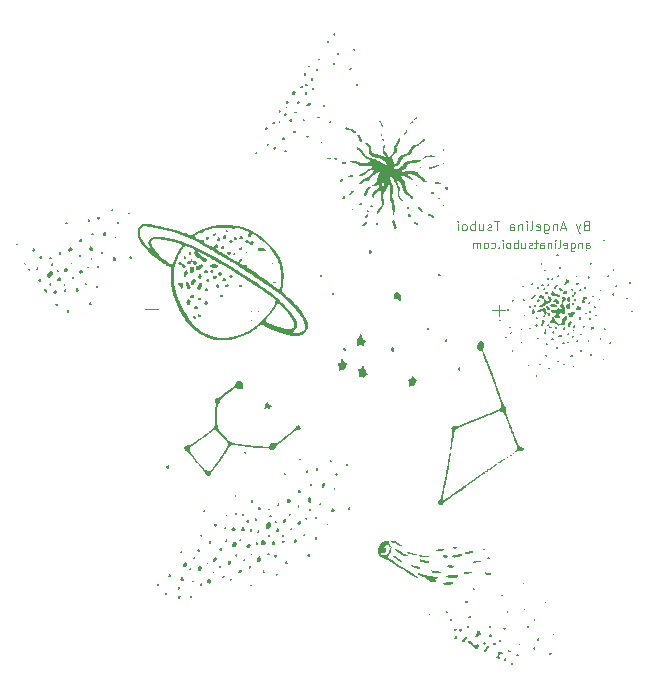
<source format=gbr>
%TF.GenerationSoftware,KiCad,Pcbnew,7.0.5-0*%
%TF.CreationDate,2024-04-01T07:30:38-07:00*%
%TF.ProjectId,StarNecklace,53746172-4e65-4636-9b6c-6163652e6b69,1*%
%TF.SameCoordinates,Original*%
%TF.FileFunction,Legend,Bot*%
%TF.FilePolarity,Positive*%
%FSLAX46Y46*%
G04 Gerber Fmt 4.6, Leading zero omitted, Abs format (unit mm)*
G04 Created by KiCad (PCBNEW 7.0.5-0) date 2024-04-01 07:30:38*
%MOMM*%
%LPD*%
G01*
G04 APERTURE LIST*
%ADD10C,0.100000*%
%ADD11C,0.120000*%
G04 APERTURE END LIST*
D10*
X119717544Y-57159133D02*
X119717544Y-56792466D01*
X119717544Y-56792466D02*
X119750877Y-56725800D01*
X119750877Y-56725800D02*
X119817544Y-56692466D01*
X119817544Y-56692466D02*
X119950877Y-56692466D01*
X119950877Y-56692466D02*
X120017544Y-56725800D01*
X119717544Y-57125800D02*
X119784211Y-57159133D01*
X119784211Y-57159133D02*
X119950877Y-57159133D01*
X119950877Y-57159133D02*
X120017544Y-57125800D01*
X120017544Y-57125800D02*
X120050877Y-57059133D01*
X120050877Y-57059133D02*
X120050877Y-56992466D01*
X120050877Y-56992466D02*
X120017544Y-56925800D01*
X120017544Y-56925800D02*
X119950877Y-56892466D01*
X119950877Y-56892466D02*
X119784211Y-56892466D01*
X119784211Y-56892466D02*
X119717544Y-56859133D01*
X119384211Y-56692466D02*
X119384211Y-57159133D01*
X119384211Y-56759133D02*
X119350878Y-56725800D01*
X119350878Y-56725800D02*
X119284211Y-56692466D01*
X119284211Y-56692466D02*
X119184211Y-56692466D01*
X119184211Y-56692466D02*
X119117544Y-56725800D01*
X119117544Y-56725800D02*
X119084211Y-56792466D01*
X119084211Y-56792466D02*
X119084211Y-57159133D01*
X118450878Y-56692466D02*
X118450878Y-57259133D01*
X118450878Y-57259133D02*
X118484211Y-57325800D01*
X118484211Y-57325800D02*
X118517545Y-57359133D01*
X118517545Y-57359133D02*
X118584211Y-57392466D01*
X118584211Y-57392466D02*
X118684211Y-57392466D01*
X118684211Y-57392466D02*
X118750878Y-57359133D01*
X118450878Y-57125800D02*
X118517545Y-57159133D01*
X118517545Y-57159133D02*
X118650878Y-57159133D01*
X118650878Y-57159133D02*
X118717545Y-57125800D01*
X118717545Y-57125800D02*
X118750878Y-57092466D01*
X118750878Y-57092466D02*
X118784211Y-57025800D01*
X118784211Y-57025800D02*
X118784211Y-56825800D01*
X118784211Y-56825800D02*
X118750878Y-56759133D01*
X118750878Y-56759133D02*
X118717545Y-56725800D01*
X118717545Y-56725800D02*
X118650878Y-56692466D01*
X118650878Y-56692466D02*
X118517545Y-56692466D01*
X118517545Y-56692466D02*
X118450878Y-56725800D01*
X117850878Y-57125800D02*
X117917545Y-57159133D01*
X117917545Y-57159133D02*
X118050878Y-57159133D01*
X118050878Y-57159133D02*
X118117545Y-57125800D01*
X118117545Y-57125800D02*
X118150878Y-57059133D01*
X118150878Y-57059133D02*
X118150878Y-56792466D01*
X118150878Y-56792466D02*
X118117545Y-56725800D01*
X118117545Y-56725800D02*
X118050878Y-56692466D01*
X118050878Y-56692466D02*
X117917545Y-56692466D01*
X117917545Y-56692466D02*
X117850878Y-56725800D01*
X117850878Y-56725800D02*
X117817545Y-56792466D01*
X117817545Y-56792466D02*
X117817545Y-56859133D01*
X117817545Y-56859133D02*
X118150878Y-56925800D01*
X117417545Y-57159133D02*
X117484212Y-57125800D01*
X117484212Y-57125800D02*
X117517545Y-57059133D01*
X117517545Y-57059133D02*
X117517545Y-56459133D01*
X117150878Y-57159133D02*
X117150878Y-56692466D01*
X117150878Y-56459133D02*
X117184211Y-56492466D01*
X117184211Y-56492466D02*
X117150878Y-56525800D01*
X117150878Y-56525800D02*
X117117545Y-56492466D01*
X117117545Y-56492466D02*
X117150878Y-56459133D01*
X117150878Y-56459133D02*
X117150878Y-56525800D01*
X116817545Y-56692466D02*
X116817545Y-57159133D01*
X116817545Y-56759133D02*
X116784212Y-56725800D01*
X116784212Y-56725800D02*
X116717545Y-56692466D01*
X116717545Y-56692466D02*
X116617545Y-56692466D01*
X116617545Y-56692466D02*
X116550878Y-56725800D01*
X116550878Y-56725800D02*
X116517545Y-56792466D01*
X116517545Y-56792466D02*
X116517545Y-57159133D01*
X115884212Y-57159133D02*
X115884212Y-56792466D01*
X115884212Y-56792466D02*
X115917545Y-56725800D01*
X115917545Y-56725800D02*
X115984212Y-56692466D01*
X115984212Y-56692466D02*
X116117545Y-56692466D01*
X116117545Y-56692466D02*
X116184212Y-56725800D01*
X115884212Y-57125800D02*
X115950879Y-57159133D01*
X115950879Y-57159133D02*
X116117545Y-57159133D01*
X116117545Y-57159133D02*
X116184212Y-57125800D01*
X116184212Y-57125800D02*
X116217545Y-57059133D01*
X116217545Y-57059133D02*
X116217545Y-56992466D01*
X116217545Y-56992466D02*
X116184212Y-56925800D01*
X116184212Y-56925800D02*
X116117545Y-56892466D01*
X116117545Y-56892466D02*
X115950879Y-56892466D01*
X115950879Y-56892466D02*
X115884212Y-56859133D01*
X115650879Y-56692466D02*
X115384212Y-56692466D01*
X115550879Y-56459133D02*
X115550879Y-57059133D01*
X115550879Y-57059133D02*
X115517546Y-57125800D01*
X115517546Y-57125800D02*
X115450879Y-57159133D01*
X115450879Y-57159133D02*
X115384212Y-57159133D01*
X115184212Y-57125800D02*
X115117546Y-57159133D01*
X115117546Y-57159133D02*
X114984212Y-57159133D01*
X114984212Y-57159133D02*
X114917546Y-57125800D01*
X114917546Y-57125800D02*
X114884212Y-57059133D01*
X114884212Y-57059133D02*
X114884212Y-57025800D01*
X114884212Y-57025800D02*
X114917546Y-56959133D01*
X114917546Y-56959133D02*
X114984212Y-56925800D01*
X114984212Y-56925800D02*
X115084212Y-56925800D01*
X115084212Y-56925800D02*
X115150879Y-56892466D01*
X115150879Y-56892466D02*
X115184212Y-56825800D01*
X115184212Y-56825800D02*
X115184212Y-56792466D01*
X115184212Y-56792466D02*
X115150879Y-56725800D01*
X115150879Y-56725800D02*
X115084212Y-56692466D01*
X115084212Y-56692466D02*
X114984212Y-56692466D01*
X114984212Y-56692466D02*
X114917546Y-56725800D01*
X114284212Y-56692466D02*
X114284212Y-57159133D01*
X114584212Y-56692466D02*
X114584212Y-57059133D01*
X114584212Y-57059133D02*
X114550879Y-57125800D01*
X114550879Y-57125800D02*
X114484212Y-57159133D01*
X114484212Y-57159133D02*
X114384212Y-57159133D01*
X114384212Y-57159133D02*
X114317545Y-57125800D01*
X114317545Y-57125800D02*
X114284212Y-57092466D01*
X113950879Y-57159133D02*
X113950879Y-56459133D01*
X113950879Y-56725800D02*
X113884212Y-56692466D01*
X113884212Y-56692466D02*
X113750879Y-56692466D01*
X113750879Y-56692466D02*
X113684212Y-56725800D01*
X113684212Y-56725800D02*
X113650879Y-56759133D01*
X113650879Y-56759133D02*
X113617546Y-56825800D01*
X113617546Y-56825800D02*
X113617546Y-57025800D01*
X113617546Y-57025800D02*
X113650879Y-57092466D01*
X113650879Y-57092466D02*
X113684212Y-57125800D01*
X113684212Y-57125800D02*
X113750879Y-57159133D01*
X113750879Y-57159133D02*
X113884212Y-57159133D01*
X113884212Y-57159133D02*
X113950879Y-57125800D01*
X113217546Y-57159133D02*
X113284213Y-57125800D01*
X113284213Y-57125800D02*
X113317546Y-57092466D01*
X113317546Y-57092466D02*
X113350879Y-57025800D01*
X113350879Y-57025800D02*
X113350879Y-56825800D01*
X113350879Y-56825800D02*
X113317546Y-56759133D01*
X113317546Y-56759133D02*
X113284213Y-56725800D01*
X113284213Y-56725800D02*
X113217546Y-56692466D01*
X113217546Y-56692466D02*
X113117546Y-56692466D01*
X113117546Y-56692466D02*
X113050879Y-56725800D01*
X113050879Y-56725800D02*
X113017546Y-56759133D01*
X113017546Y-56759133D02*
X112984213Y-56825800D01*
X112984213Y-56825800D02*
X112984213Y-57025800D01*
X112984213Y-57025800D02*
X113017546Y-57092466D01*
X113017546Y-57092466D02*
X113050879Y-57125800D01*
X113050879Y-57125800D02*
X113117546Y-57159133D01*
X113117546Y-57159133D02*
X113217546Y-57159133D01*
X112684213Y-57159133D02*
X112684213Y-56692466D01*
X112684213Y-56459133D02*
X112717546Y-56492466D01*
X112717546Y-56492466D02*
X112684213Y-56525800D01*
X112684213Y-56525800D02*
X112650880Y-56492466D01*
X112650880Y-56492466D02*
X112684213Y-56459133D01*
X112684213Y-56459133D02*
X112684213Y-56525800D01*
X112350880Y-57092466D02*
X112317547Y-57125800D01*
X112317547Y-57125800D02*
X112350880Y-57159133D01*
X112350880Y-57159133D02*
X112384213Y-57125800D01*
X112384213Y-57125800D02*
X112350880Y-57092466D01*
X112350880Y-57092466D02*
X112350880Y-57159133D01*
X111717547Y-57125800D02*
X111784214Y-57159133D01*
X111784214Y-57159133D02*
X111917547Y-57159133D01*
X111917547Y-57159133D02*
X111984214Y-57125800D01*
X111984214Y-57125800D02*
X112017547Y-57092466D01*
X112017547Y-57092466D02*
X112050880Y-57025800D01*
X112050880Y-57025800D02*
X112050880Y-56825800D01*
X112050880Y-56825800D02*
X112017547Y-56759133D01*
X112017547Y-56759133D02*
X111984214Y-56725800D01*
X111984214Y-56725800D02*
X111917547Y-56692466D01*
X111917547Y-56692466D02*
X111784214Y-56692466D01*
X111784214Y-56692466D02*
X111717547Y-56725800D01*
X111317547Y-57159133D02*
X111384214Y-57125800D01*
X111384214Y-57125800D02*
X111417547Y-57092466D01*
X111417547Y-57092466D02*
X111450880Y-57025800D01*
X111450880Y-57025800D02*
X111450880Y-56825800D01*
X111450880Y-56825800D02*
X111417547Y-56759133D01*
X111417547Y-56759133D02*
X111384214Y-56725800D01*
X111384214Y-56725800D02*
X111317547Y-56692466D01*
X111317547Y-56692466D02*
X111217547Y-56692466D01*
X111217547Y-56692466D02*
X111150880Y-56725800D01*
X111150880Y-56725800D02*
X111117547Y-56759133D01*
X111117547Y-56759133D02*
X111084214Y-56825800D01*
X111084214Y-56825800D02*
X111084214Y-57025800D01*
X111084214Y-57025800D02*
X111117547Y-57092466D01*
X111117547Y-57092466D02*
X111150880Y-57125800D01*
X111150880Y-57125800D02*
X111217547Y-57159133D01*
X111217547Y-57159133D02*
X111317547Y-57159133D01*
X110784214Y-57159133D02*
X110784214Y-56692466D01*
X110784214Y-56759133D02*
X110750881Y-56725800D01*
X110750881Y-56725800D02*
X110684214Y-56692466D01*
X110684214Y-56692466D02*
X110584214Y-56692466D01*
X110584214Y-56692466D02*
X110517547Y-56725800D01*
X110517547Y-56725800D02*
X110484214Y-56792466D01*
X110484214Y-56792466D02*
X110484214Y-57159133D01*
X110484214Y-56792466D02*
X110450881Y-56725800D01*
X110450881Y-56725800D02*
X110384214Y-56692466D01*
X110384214Y-56692466D02*
X110284214Y-56692466D01*
X110284214Y-56692466D02*
X110217547Y-56725800D01*
X110217547Y-56725800D02*
X110184214Y-56792466D01*
X110184214Y-56792466D02*
X110184214Y-57159133D01*
X119727068Y-55227847D02*
X119612782Y-55265942D01*
X119612782Y-55265942D02*
X119574687Y-55304038D01*
X119574687Y-55304038D02*
X119536591Y-55380228D01*
X119536591Y-55380228D02*
X119536591Y-55494514D01*
X119536591Y-55494514D02*
X119574687Y-55570704D01*
X119574687Y-55570704D02*
X119612782Y-55608800D01*
X119612782Y-55608800D02*
X119688972Y-55646895D01*
X119688972Y-55646895D02*
X119993734Y-55646895D01*
X119993734Y-55646895D02*
X119993734Y-54846895D01*
X119993734Y-54846895D02*
X119727068Y-54846895D01*
X119727068Y-54846895D02*
X119650877Y-54884990D01*
X119650877Y-54884990D02*
X119612782Y-54923085D01*
X119612782Y-54923085D02*
X119574687Y-54999276D01*
X119574687Y-54999276D02*
X119574687Y-55075466D01*
X119574687Y-55075466D02*
X119612782Y-55151657D01*
X119612782Y-55151657D02*
X119650877Y-55189752D01*
X119650877Y-55189752D02*
X119727068Y-55227847D01*
X119727068Y-55227847D02*
X119993734Y-55227847D01*
X119269925Y-55113561D02*
X119079449Y-55646895D01*
X118888972Y-55113561D02*
X119079449Y-55646895D01*
X119079449Y-55646895D02*
X119155639Y-55837371D01*
X119155639Y-55837371D02*
X119193734Y-55875466D01*
X119193734Y-55875466D02*
X119269925Y-55913561D01*
X118012782Y-55418323D02*
X117631829Y-55418323D01*
X118088972Y-55646895D02*
X117822305Y-54846895D01*
X117822305Y-54846895D02*
X117555639Y-55646895D01*
X117288972Y-55113561D02*
X117288972Y-55646895D01*
X117288972Y-55189752D02*
X117250877Y-55151657D01*
X117250877Y-55151657D02*
X117174687Y-55113561D01*
X117174687Y-55113561D02*
X117060401Y-55113561D01*
X117060401Y-55113561D02*
X116984210Y-55151657D01*
X116984210Y-55151657D02*
X116946115Y-55227847D01*
X116946115Y-55227847D02*
X116946115Y-55646895D01*
X116222305Y-55113561D02*
X116222305Y-55761180D01*
X116222305Y-55761180D02*
X116260400Y-55837371D01*
X116260400Y-55837371D02*
X116298496Y-55875466D01*
X116298496Y-55875466D02*
X116374686Y-55913561D01*
X116374686Y-55913561D02*
X116488972Y-55913561D01*
X116488972Y-55913561D02*
X116565162Y-55875466D01*
X116222305Y-55608800D02*
X116298496Y-55646895D01*
X116298496Y-55646895D02*
X116450877Y-55646895D01*
X116450877Y-55646895D02*
X116527067Y-55608800D01*
X116527067Y-55608800D02*
X116565162Y-55570704D01*
X116565162Y-55570704D02*
X116603258Y-55494514D01*
X116603258Y-55494514D02*
X116603258Y-55265942D01*
X116603258Y-55265942D02*
X116565162Y-55189752D01*
X116565162Y-55189752D02*
X116527067Y-55151657D01*
X116527067Y-55151657D02*
X116450877Y-55113561D01*
X116450877Y-55113561D02*
X116298496Y-55113561D01*
X116298496Y-55113561D02*
X116222305Y-55151657D01*
X115536590Y-55608800D02*
X115612781Y-55646895D01*
X115612781Y-55646895D02*
X115765162Y-55646895D01*
X115765162Y-55646895D02*
X115841352Y-55608800D01*
X115841352Y-55608800D02*
X115879448Y-55532609D01*
X115879448Y-55532609D02*
X115879448Y-55227847D01*
X115879448Y-55227847D02*
X115841352Y-55151657D01*
X115841352Y-55151657D02*
X115765162Y-55113561D01*
X115765162Y-55113561D02*
X115612781Y-55113561D01*
X115612781Y-55113561D02*
X115536590Y-55151657D01*
X115536590Y-55151657D02*
X115498495Y-55227847D01*
X115498495Y-55227847D02*
X115498495Y-55304038D01*
X115498495Y-55304038D02*
X115879448Y-55380228D01*
X115041353Y-55646895D02*
X115117543Y-55608800D01*
X115117543Y-55608800D02*
X115155638Y-55532609D01*
X115155638Y-55532609D02*
X115155638Y-54846895D01*
X114736590Y-55646895D02*
X114736590Y-55113561D01*
X114736590Y-54846895D02*
X114774686Y-54884990D01*
X114774686Y-54884990D02*
X114736590Y-54923085D01*
X114736590Y-54923085D02*
X114698495Y-54884990D01*
X114698495Y-54884990D02*
X114736590Y-54846895D01*
X114736590Y-54846895D02*
X114736590Y-54923085D01*
X114355638Y-55113561D02*
X114355638Y-55646895D01*
X114355638Y-55189752D02*
X114317543Y-55151657D01*
X114317543Y-55151657D02*
X114241353Y-55113561D01*
X114241353Y-55113561D02*
X114127067Y-55113561D01*
X114127067Y-55113561D02*
X114050876Y-55151657D01*
X114050876Y-55151657D02*
X114012781Y-55227847D01*
X114012781Y-55227847D02*
X114012781Y-55646895D01*
X113288971Y-55646895D02*
X113288971Y-55227847D01*
X113288971Y-55227847D02*
X113327066Y-55151657D01*
X113327066Y-55151657D02*
X113403257Y-55113561D01*
X113403257Y-55113561D02*
X113555638Y-55113561D01*
X113555638Y-55113561D02*
X113631828Y-55151657D01*
X113288971Y-55608800D02*
X113365162Y-55646895D01*
X113365162Y-55646895D02*
X113555638Y-55646895D01*
X113555638Y-55646895D02*
X113631828Y-55608800D01*
X113631828Y-55608800D02*
X113669924Y-55532609D01*
X113669924Y-55532609D02*
X113669924Y-55456419D01*
X113669924Y-55456419D02*
X113631828Y-55380228D01*
X113631828Y-55380228D02*
X113555638Y-55342133D01*
X113555638Y-55342133D02*
X113365162Y-55342133D01*
X113365162Y-55342133D02*
X113288971Y-55304038D01*
X112412780Y-54846895D02*
X111955637Y-54846895D01*
X112184209Y-55646895D02*
X112184209Y-54846895D01*
X111727066Y-55608800D02*
X111650875Y-55646895D01*
X111650875Y-55646895D02*
X111498494Y-55646895D01*
X111498494Y-55646895D02*
X111422304Y-55608800D01*
X111422304Y-55608800D02*
X111384208Y-55532609D01*
X111384208Y-55532609D02*
X111384208Y-55494514D01*
X111384208Y-55494514D02*
X111422304Y-55418323D01*
X111422304Y-55418323D02*
X111498494Y-55380228D01*
X111498494Y-55380228D02*
X111612780Y-55380228D01*
X111612780Y-55380228D02*
X111688970Y-55342133D01*
X111688970Y-55342133D02*
X111727066Y-55265942D01*
X111727066Y-55265942D02*
X111727066Y-55227847D01*
X111727066Y-55227847D02*
X111688970Y-55151657D01*
X111688970Y-55151657D02*
X111612780Y-55113561D01*
X111612780Y-55113561D02*
X111498494Y-55113561D01*
X111498494Y-55113561D02*
X111422304Y-55151657D01*
X110698494Y-55113561D02*
X110698494Y-55646895D01*
X111041351Y-55113561D02*
X111041351Y-55532609D01*
X111041351Y-55532609D02*
X111003256Y-55608800D01*
X111003256Y-55608800D02*
X110927066Y-55646895D01*
X110927066Y-55646895D02*
X110812780Y-55646895D01*
X110812780Y-55646895D02*
X110736589Y-55608800D01*
X110736589Y-55608800D02*
X110698494Y-55570704D01*
X110317541Y-55646895D02*
X110317541Y-54846895D01*
X110317541Y-55151657D02*
X110241351Y-55113561D01*
X110241351Y-55113561D02*
X110088970Y-55113561D01*
X110088970Y-55113561D02*
X110012779Y-55151657D01*
X110012779Y-55151657D02*
X109974684Y-55189752D01*
X109974684Y-55189752D02*
X109936589Y-55265942D01*
X109936589Y-55265942D02*
X109936589Y-55494514D01*
X109936589Y-55494514D02*
X109974684Y-55570704D01*
X109974684Y-55570704D02*
X110012779Y-55608800D01*
X110012779Y-55608800D02*
X110088970Y-55646895D01*
X110088970Y-55646895D02*
X110241351Y-55646895D01*
X110241351Y-55646895D02*
X110317541Y-55608800D01*
X109479446Y-55646895D02*
X109555636Y-55608800D01*
X109555636Y-55608800D02*
X109593731Y-55570704D01*
X109593731Y-55570704D02*
X109631827Y-55494514D01*
X109631827Y-55494514D02*
X109631827Y-55265942D01*
X109631827Y-55265942D02*
X109593731Y-55189752D01*
X109593731Y-55189752D02*
X109555636Y-55151657D01*
X109555636Y-55151657D02*
X109479446Y-55113561D01*
X109479446Y-55113561D02*
X109365160Y-55113561D01*
X109365160Y-55113561D02*
X109288969Y-55151657D01*
X109288969Y-55151657D02*
X109250874Y-55189752D01*
X109250874Y-55189752D02*
X109212779Y-55265942D01*
X109212779Y-55265942D02*
X109212779Y-55494514D01*
X109212779Y-55494514D02*
X109250874Y-55570704D01*
X109250874Y-55570704D02*
X109288969Y-55608800D01*
X109288969Y-55608800D02*
X109365160Y-55646895D01*
X109365160Y-55646895D02*
X109479446Y-55646895D01*
X108869921Y-55646895D02*
X108869921Y-55113561D01*
X108869921Y-54846895D02*
X108908017Y-54884990D01*
X108908017Y-54884990D02*
X108869921Y-54923085D01*
X108869921Y-54923085D02*
X108831826Y-54884990D01*
X108831826Y-54884990D02*
X108869921Y-54846895D01*
X108869921Y-54846895D02*
X108869921Y-54923085D01*
D11*
%TO.C,BAT1*%
X112350000Y-61925000D02*
X112350000Y-62925000D01*
X111800000Y-62425000D02*
X112900000Y-62425000D01*
X82400000Y-62325000D02*
X83500000Y-62325000D01*
%TO.C,G\u002A\u002A\u002A*%
G36*
X106734412Y-47223681D02*
G01*
X106719184Y-47238909D01*
X106703956Y-47223681D01*
X106719184Y-47208453D01*
X106734412Y-47223681D01*
G37*
G36*
X93333932Y-59070923D02*
G01*
X93318705Y-59086151D01*
X93303477Y-59070923D01*
X93318705Y-59055696D01*
X93333932Y-59070923D01*
G37*
G36*
X92176618Y-56725839D02*
G01*
X92161391Y-56741067D01*
X92146163Y-56725839D01*
X92161391Y-56710612D01*
X92176618Y-56725839D01*
G37*
G36*
X91019304Y-57517686D02*
G01*
X91004076Y-57532914D01*
X90988849Y-57517686D01*
X91004076Y-57502458D01*
X91019304Y-57517686D01*
G37*
G36*
X90653837Y-49873321D02*
G01*
X90638609Y-49888549D01*
X90623381Y-49873321D01*
X90638609Y-49858094D01*
X90653837Y-49873321D01*
G37*
G36*
X88126019Y-60319604D02*
G01*
X88110791Y-60334832D01*
X88095563Y-60319604D01*
X88110791Y-60304377D01*
X88126019Y-60319604D01*
G37*
G36*
X87395084Y-62816966D02*
G01*
X87379856Y-62832194D01*
X87364628Y-62816966D01*
X87379856Y-62801739D01*
X87395084Y-62816966D01*
G37*
G36*
X114886371Y-67075680D02*
G01*
X114891135Y-67084840D01*
X114866067Y-67095983D01*
X114849944Y-67093785D01*
X114845763Y-67075680D01*
X114850227Y-67072035D01*
X114886371Y-67075680D01*
G37*
G36*
X107166501Y-83978056D02*
G01*
X107180598Y-83989019D01*
X107148101Y-83996457D01*
X107117211Y-83994303D01*
X107108128Y-83980461D01*
X107118903Y-83974426D01*
X107166501Y-83978056D01*
G37*
G36*
X106206514Y-47827718D02*
G01*
X106211279Y-47836878D01*
X106186211Y-47848022D01*
X106170088Y-47845824D01*
X106165907Y-47827718D01*
X106170371Y-47824073D01*
X106206514Y-47827718D01*
G37*
G36*
X95006588Y-77250400D02*
G01*
X95004435Y-77281290D01*
X94990592Y-77290373D01*
X94984557Y-77279598D01*
X94988188Y-77231999D01*
X94999150Y-77217903D01*
X95006588Y-77250400D01*
G37*
G36*
X93597881Y-59553138D02*
G01*
X93602646Y-59562298D01*
X93577578Y-59573441D01*
X93561454Y-59571243D01*
X93557274Y-59553138D01*
X93561738Y-59549493D01*
X93597881Y-59553138D01*
G37*
G36*
X88278297Y-61735791D02*
G01*
X88276099Y-61751915D01*
X88257993Y-61756095D01*
X88254348Y-61751631D01*
X88257993Y-61715488D01*
X88267154Y-61710723D01*
X88278297Y-61735791D01*
G37*
G36*
X88101274Y-60953596D02*
G01*
X88115371Y-60964558D01*
X88082873Y-60971996D01*
X88051983Y-60969843D01*
X88042900Y-60956000D01*
X88053675Y-60949965D01*
X88101274Y-60953596D01*
G37*
G36*
X122833265Y-57784684D02*
G01*
X122838865Y-57796721D01*
X122827689Y-57841558D01*
X122807786Y-57864606D01*
X122791011Y-57841680D01*
X122787279Y-57813357D01*
X122803157Y-57779683D01*
X122833265Y-57784684D01*
G37*
G36*
X104925351Y-46546555D02*
G01*
X104930951Y-46558592D01*
X104919776Y-46603428D01*
X104899872Y-46626477D01*
X104883098Y-46603551D01*
X104879365Y-46575228D01*
X104895244Y-46541554D01*
X104925351Y-46546555D01*
G37*
G36*
X99351970Y-37592598D02*
G01*
X99357570Y-37604635D01*
X99346394Y-37649471D01*
X99326491Y-37672520D01*
X99309716Y-37649594D01*
X99305984Y-37621271D01*
X99321862Y-37587597D01*
X99351970Y-37592598D01*
G37*
G36*
X92780243Y-57982488D02*
G01*
X92773267Y-58039211D01*
X92751595Y-58071929D01*
X92717730Y-58055752D01*
X92698120Y-58026014D01*
X92718221Y-57984165D01*
X92755006Y-57962868D01*
X92780243Y-57982488D01*
G37*
G36*
X92047617Y-62482872D02*
G01*
X92040513Y-62526108D01*
X92030380Y-62537232D01*
X91989126Y-62539925D01*
X91975732Y-62526326D01*
X91990723Y-62488161D01*
X92018155Y-62471227D01*
X92047617Y-62482872D01*
G37*
G36*
X91461711Y-62486476D02*
G01*
X91481448Y-62498456D01*
X91489394Y-62530829D01*
X91455456Y-62556299D01*
X91405904Y-62538618D01*
X91394255Y-62513694D01*
X91414868Y-62486270D01*
X91461711Y-62486476D01*
G37*
G36*
X90885304Y-57967418D02*
G01*
X90890903Y-57979455D01*
X90879728Y-58024291D01*
X90859824Y-58047340D01*
X90843050Y-58024414D01*
X90839317Y-57996091D01*
X90855196Y-57962417D01*
X90885304Y-57967418D01*
G37*
G36*
X90611061Y-49944755D02*
G01*
X90601660Y-49958284D01*
X90575900Y-49979916D01*
X90571642Y-49979620D01*
X90564935Y-49961990D01*
X90597631Y-49931324D01*
X90614651Y-49923914D01*
X90611061Y-49944755D01*
G37*
G36*
X121391568Y-58268503D02*
G01*
X121398801Y-58294305D01*
X121392559Y-58303519D01*
X121368345Y-58324760D01*
X121363940Y-58323327D01*
X121337889Y-58294305D01*
X121335450Y-58278174D01*
X121368345Y-58263849D01*
X121391568Y-58268503D01*
G37*
G36*
X118755119Y-64096620D02*
G01*
X118749160Y-64141787D01*
X118742927Y-64150104D01*
X118701679Y-64172242D01*
X118677060Y-64150493D01*
X118676703Y-64104688D01*
X118701372Y-64066948D01*
X118730948Y-64064932D01*
X118755119Y-64096620D01*
G37*
G36*
X117902948Y-56844716D02*
G01*
X117898752Y-56889543D01*
X117870118Y-56905239D01*
X117801461Y-56886175D01*
X117723923Y-56850846D01*
X117792484Y-56825484D01*
X117800157Y-56822867D01*
X117864273Y-56818988D01*
X117902948Y-56844716D01*
G37*
G36*
X116673970Y-67287752D02*
G01*
X116693405Y-67324401D01*
X116676894Y-67359528D01*
X116616319Y-67364493D01*
X116565401Y-67350490D01*
X116539233Y-67324401D01*
X116558565Y-67301867D01*
X116616319Y-67284308D01*
X116673970Y-67287752D01*
G37*
G36*
X114786649Y-58625773D02*
G01*
X114788627Y-58661877D01*
X114783957Y-58668301D01*
X114744244Y-58690228D01*
X114720000Y-58683567D01*
X114697084Y-58649469D01*
X114713292Y-58614396D01*
X114750035Y-58606485D01*
X114786649Y-58625773D01*
G37*
G36*
X114541636Y-87707687D02*
G01*
X114544675Y-87747505D01*
X114537816Y-87755485D01*
X114497998Y-87758524D01*
X114490018Y-87751666D01*
X114486979Y-87711847D01*
X114493837Y-87703867D01*
X114533656Y-87700828D01*
X114541636Y-87707687D01*
G37*
G36*
X112508741Y-63271542D02*
G01*
X112507395Y-63316831D01*
X112499152Y-63327825D01*
X112461533Y-63349940D01*
X112429072Y-63327414D01*
X112416283Y-63279324D01*
X112433600Y-63240883D01*
X112475158Y-63238717D01*
X112508741Y-63271542D01*
G37*
G36*
X107708992Y-49978119D02*
G01*
X107707822Y-49986959D01*
X107678537Y-50010372D01*
X107671644Y-50010023D01*
X107648081Y-49996941D01*
X107649483Y-49992056D01*
X107678537Y-49964688D01*
X107690334Y-49959930D01*
X107708992Y-49978119D01*
G37*
G36*
X107757452Y-53515073D02*
G01*
X107786209Y-53550200D01*
X107763731Y-53578140D01*
X107724090Y-53597247D01*
X107669848Y-53598080D01*
X107648081Y-53560251D01*
X107657177Y-53520834D01*
X107699257Y-53493230D01*
X107757452Y-53515073D01*
G37*
G36*
X105755435Y-50287178D02*
G01*
X105789523Y-50312526D01*
X105769349Y-50356170D01*
X105758197Y-50364378D01*
X105710887Y-50362790D01*
X105675444Y-50320639D01*
X105681096Y-50298489D01*
X105726838Y-50284472D01*
X105755435Y-50287178D01*
G37*
G36*
X99980136Y-53842474D02*
G01*
X99990702Y-53858203D01*
X99988489Y-53908693D01*
X99973265Y-53924930D01*
X99935930Y-53914000D01*
X99925364Y-53898272D01*
X99927578Y-53847782D01*
X99942801Y-53831545D01*
X99980136Y-53842474D01*
G37*
G36*
X98184374Y-48126776D02*
G01*
X98191606Y-48152578D01*
X98185364Y-48161792D01*
X98161151Y-48183034D01*
X98156745Y-48181600D01*
X98130695Y-48152578D01*
X98128256Y-48136448D01*
X98161151Y-48122122D01*
X98184374Y-48126776D01*
G37*
G36*
X93189972Y-58407133D02*
G01*
X93212110Y-58448380D01*
X93211238Y-58455180D01*
X93181654Y-58477038D01*
X93167100Y-58471227D01*
X93151199Y-58429558D01*
X93155581Y-58407804D01*
X93181654Y-58400899D01*
X93189972Y-58407133D01*
G37*
G36*
X92882764Y-57353907D02*
G01*
X92907554Y-57380636D01*
X92906733Y-57387861D01*
X92878895Y-57411091D01*
X92870351Y-57409929D01*
X92831414Y-57380636D01*
X92828549Y-57364945D01*
X92860073Y-57350180D01*
X92882764Y-57353907D01*
G37*
G36*
X91452558Y-63253266D02*
G01*
X91463124Y-63268994D01*
X91460911Y-63319484D01*
X91445687Y-63335722D01*
X91408353Y-63324792D01*
X91397786Y-63309063D01*
X91400000Y-63258573D01*
X91415224Y-63242336D01*
X91452558Y-63253266D01*
G37*
G36*
X91300152Y-61066929D02*
G01*
X91339088Y-61096223D01*
X91341953Y-61111914D01*
X91310430Y-61126679D01*
X91287739Y-61122951D01*
X91262949Y-61096223D01*
X91263770Y-61088997D01*
X91291607Y-61065767D01*
X91300152Y-61066929D01*
G37*
G36*
X90870463Y-56884601D02*
G01*
X90883872Y-56904206D01*
X90883894Y-56951603D01*
X90866499Y-56975096D01*
X90844061Y-56975909D01*
X90836570Y-56917710D01*
X90836573Y-56916315D01*
X90844338Y-56873226D01*
X90870463Y-56884601D01*
G37*
G36*
X89882205Y-86532182D02*
G01*
X89885380Y-86587590D01*
X89885085Y-86608254D01*
X89880279Y-86650366D01*
X89871452Y-86640887D01*
X89866715Y-86611535D01*
X89871452Y-86534293D01*
X89874299Y-86525651D01*
X89882205Y-86532182D01*
G37*
G36*
X88228016Y-84557984D02*
G01*
X88247841Y-84607974D01*
X88239083Y-84645074D01*
X88192006Y-84668885D01*
X88148425Y-84664275D01*
X88111873Y-84636288D01*
X88130012Y-84587934D01*
X88181538Y-84551066D01*
X88228016Y-84557984D01*
G37*
G36*
X87681997Y-63748255D02*
G01*
X87684412Y-63776319D01*
X87678161Y-63785433D01*
X87652159Y-63806775D01*
X87649120Y-63805983D01*
X87638729Y-63776319D01*
X87639968Y-63767971D01*
X87670982Y-63745863D01*
X87681997Y-63748255D01*
G37*
G36*
X84305272Y-83527769D02*
G01*
X84298905Y-83597310D01*
X84281940Y-83635108D01*
X84254691Y-83646481D01*
X84231338Y-83603766D01*
X84231687Y-83541593D01*
X84256049Y-83497644D01*
X84285377Y-83492637D01*
X84305272Y-83527769D01*
G37*
G36*
X123537601Y-60046959D02*
G01*
X123535695Y-60104368D01*
X123516282Y-60138267D01*
X123474809Y-60147294D01*
X123407080Y-60108514D01*
X123372842Y-60081007D01*
X123372009Y-60059225D01*
X123424100Y-60035557D01*
X123495116Y-60022621D01*
X123537601Y-60046959D01*
G37*
G36*
X123251613Y-61353570D02*
G01*
X123270291Y-61396293D01*
X123235275Y-61455600D01*
X123183393Y-61489092D01*
X123137643Y-61477504D01*
X123119544Y-61416007D01*
X123119866Y-61401976D01*
X123137726Y-61352447D01*
X123195683Y-61339868D01*
X123251613Y-61353570D01*
G37*
G36*
X121401619Y-63961613D02*
G01*
X121412834Y-64012612D01*
X121378206Y-64074060D01*
X121349859Y-64092896D01*
X121302067Y-64076422D01*
X121274125Y-64044166D01*
X121266665Y-63987656D01*
X121310182Y-63946985D01*
X121354105Y-63938892D01*
X121401619Y-63961613D01*
G37*
G36*
X120587352Y-62746321D02*
G01*
X120636473Y-62775665D01*
X120645183Y-62828122D01*
X120605520Y-62882692D01*
X120545940Y-62912742D01*
X120500839Y-62897649D01*
X120485132Y-62829656D01*
X120498700Y-62773483D01*
X120553793Y-62746305D01*
X120587352Y-62746321D01*
G37*
G36*
X120220973Y-66111196D02*
G01*
X120274098Y-66141907D01*
X120281487Y-66191255D01*
X120233873Y-66240786D01*
X120178973Y-66267537D01*
X120145691Y-66257556D01*
X120127299Y-66196815D01*
X120122719Y-66134878D01*
X120150025Y-66103352D01*
X120220973Y-66111196D01*
G37*
G36*
X120191588Y-58383067D02*
G01*
X120201717Y-58390070D01*
X120216971Y-58422483D01*
X120194136Y-58480154D01*
X120155724Y-58551927D01*
X120124982Y-58483034D01*
X120120453Y-58471919D01*
X120113523Y-58407866D01*
X120140543Y-58373284D01*
X120191588Y-58383067D01*
G37*
G36*
X119847225Y-57290648D02*
G01*
X119865360Y-57306291D01*
X119879402Y-57332682D01*
X119840902Y-57352902D01*
X119829133Y-57356658D01*
X119772322Y-57355862D01*
X119744666Y-57327206D01*
X119762042Y-57284468D01*
X119797100Y-57265688D01*
X119847225Y-57290648D01*
G37*
G36*
X118995454Y-59465527D02*
G01*
X119008033Y-59520449D01*
X119003442Y-59570707D01*
X118987095Y-59614683D01*
X118952918Y-59630077D01*
X118916736Y-59604519D01*
X118901438Y-59540865D01*
X118910725Y-59493536D01*
X118954736Y-59457417D01*
X118995454Y-59465527D01*
G37*
G36*
X118712827Y-67149913D02*
G01*
X118733932Y-67204375D01*
X118714131Y-67235086D01*
X118642566Y-67248261D01*
X118624003Y-67247763D01*
X118563321Y-67231902D01*
X118558779Y-67199081D01*
X118612739Y-67156558D01*
X118657131Y-67139864D01*
X118712827Y-67149913D01*
G37*
G36*
X118262248Y-65064629D02*
G01*
X118277098Y-65133392D01*
X118267848Y-65181447D01*
X118234967Y-65207734D01*
X118214002Y-65200496D01*
X118181675Y-65155374D01*
X118168651Y-65093766D01*
X118184075Y-65044930D01*
X118226666Y-65030967D01*
X118262248Y-65064629D01*
G37*
G36*
X117573349Y-58749389D02*
G01*
X117622999Y-58791488D01*
X117631975Y-58849043D01*
X117584232Y-58900922D01*
X117537470Y-58921184D01*
X117485633Y-58910082D01*
X117459831Y-58844222D01*
X117464549Y-58768890D01*
X117504576Y-58733682D01*
X117573349Y-58749389D01*
G37*
G36*
X117458881Y-66685610D02*
G01*
X117470923Y-66732547D01*
X117436005Y-66795364D01*
X117403938Y-66828362D01*
X117373911Y-66837820D01*
X117342170Y-66803558D01*
X117324417Y-66748485D01*
X117349211Y-66693254D01*
X117411044Y-66669604D01*
X117458881Y-66685610D01*
G37*
G36*
X117396172Y-65536361D02*
G01*
X117414314Y-65584170D01*
X117377841Y-65645806D01*
X117315183Y-65689126D01*
X117263710Y-65680715D01*
X117233693Y-65616485D01*
X117232801Y-65561245D01*
X117270154Y-65518495D01*
X117351512Y-65517328D01*
X117396172Y-65536361D01*
G37*
G36*
X117065546Y-89847814D02*
G01*
X117086938Y-89865067D01*
X117071580Y-89918068D01*
X117068503Y-89924773D01*
X117031186Y-89948904D01*
X116988124Y-89934257D01*
X116967506Y-89888768D01*
X116979022Y-89864018D01*
X117028417Y-89846343D01*
X117065546Y-89847814D01*
G37*
G36*
X116829555Y-91443411D02*
G01*
X116840213Y-91489192D01*
X116795279Y-91557074D01*
X116732958Y-91605663D01*
X116684262Y-91599503D01*
X116655532Y-91536824D01*
X116657078Y-91467101D01*
X116699489Y-91420277D01*
X116778743Y-91419635D01*
X116829555Y-91443411D01*
G37*
G36*
X116422496Y-66223065D02*
G01*
X116450768Y-66263181D01*
X116429456Y-66314289D01*
X116389707Y-66333041D01*
X116328156Y-66326945D01*
X116287611Y-66291886D01*
X116280432Y-66261144D01*
X116303416Y-66224182D01*
X116378697Y-66212770D01*
X116422496Y-66223065D01*
G37*
G36*
X116290736Y-87135834D02*
G01*
X116318716Y-87145450D01*
X116297482Y-87181475D01*
X116274346Y-87206976D01*
X116248069Y-87227158D01*
X116242831Y-87222111D01*
X116236570Y-87181475D01*
X116243262Y-87158591D01*
X116285983Y-87135791D01*
X116290736Y-87135834D01*
G37*
G36*
X115967988Y-58394599D02*
G01*
X115998525Y-58440698D01*
X116007068Y-58499954D01*
X115985620Y-58542464D01*
X115954117Y-58554776D01*
X115915332Y-58533402D01*
X115901558Y-58460013D01*
X115910808Y-58411959D01*
X115943690Y-58385672D01*
X115967988Y-58394599D01*
G37*
G36*
X114323848Y-63982249D02*
G01*
X114355834Y-63991162D01*
X114371446Y-64004049D01*
X114331462Y-64022940D01*
X114295332Y-64036920D01*
X114264568Y-64048279D01*
X114261304Y-64045035D01*
X114256954Y-64007588D01*
X114269064Y-63981588D01*
X114323848Y-63982249D01*
G37*
G36*
X113644823Y-74521076D02*
G01*
X113669412Y-74536130D01*
X113643674Y-74560834D01*
X113597505Y-74580450D01*
X113528009Y-74585006D01*
X113482488Y-74561097D01*
X113485390Y-74544038D01*
X113525376Y-74524147D01*
X113586334Y-74514567D01*
X113644823Y-74521076D01*
G37*
G36*
X113560633Y-65808822D02*
G01*
X113574776Y-65830978D01*
X113576702Y-65890939D01*
X113570999Y-65904153D01*
X113534317Y-65936391D01*
X113475318Y-65915168D01*
X113457174Y-65885919D01*
X113483046Y-65833518D01*
X113523763Y-65795308D01*
X113560633Y-65808822D01*
G37*
G36*
X113454895Y-74661680D02*
G01*
X113459205Y-74691899D01*
X113411810Y-74719354D01*
X113367356Y-74729820D01*
X113301804Y-74734508D01*
X113269118Y-74713083D01*
X113276573Y-74683057D01*
X113327919Y-74658815D01*
X113406687Y-74648981D01*
X113454895Y-74661680D01*
G37*
G36*
X113113170Y-87840050D02*
G01*
X113142342Y-87875301D01*
X113127501Y-87950480D01*
X113094096Y-88006285D01*
X113055744Y-88011561D01*
X113023587Y-87958366D01*
X113015846Y-87921805D01*
X113030288Y-87859640D01*
X113084412Y-87836271D01*
X113113170Y-87840050D01*
G37*
G36*
X112997281Y-64663048D02*
G01*
X113022497Y-64695770D01*
X113003835Y-64741019D01*
X112952745Y-64772553D01*
X112895775Y-64764158D01*
X112862463Y-64716312D01*
X112861447Y-64702348D01*
X112886561Y-64658772D01*
X112940020Y-64642440D01*
X112997281Y-64663048D01*
G37*
G36*
X112675429Y-86526593D02*
G01*
X112715066Y-86552924D01*
X112718000Y-86589118D01*
X112685117Y-86610655D01*
X112622676Y-86616802D01*
X112572006Y-86598006D01*
X112566487Y-86581902D01*
X112585356Y-86537735D01*
X112623296Y-86519504D01*
X112675429Y-86526593D01*
G37*
G36*
X110338207Y-85974938D02*
G01*
X110338816Y-86025136D01*
X110322922Y-86051478D01*
X110269665Y-86066671D01*
X110192141Y-86028669D01*
X110161103Y-86003471D01*
X110162870Y-85984131D01*
X110218177Y-85966826D01*
X110288971Y-85956881D01*
X110338207Y-85974938D01*
G37*
G36*
X105418325Y-51818176D02*
G01*
X105436362Y-51837070D01*
X105453317Y-51871321D01*
X105425074Y-51898454D01*
X105376129Y-51910338D01*
X105342096Y-51880458D01*
X105345756Y-51819122D01*
X105356950Y-51793181D01*
X105377768Y-51783090D01*
X105418325Y-51818176D01*
G37*
G36*
X102476359Y-47451619D02*
G01*
X102507358Y-47494010D01*
X102512188Y-47534381D01*
X102477656Y-47588815D01*
X102424940Y-47659308D01*
X102390231Y-47595443D01*
X102371466Y-47539956D01*
X102388935Y-47458247D01*
X102422346Y-47384916D01*
X102476359Y-47451619D01*
G37*
G36*
X99570617Y-75419403D02*
G01*
X99616716Y-75458569D01*
X99616313Y-75523466D01*
X99588719Y-75549080D01*
X99520150Y-75556684D01*
X99464918Y-75536294D01*
X99437255Y-75491149D01*
X99452915Y-75443688D01*
X99512982Y-75415321D01*
X99570617Y-75419403D01*
G37*
G36*
X98210939Y-75159862D02*
G01*
X98214987Y-75230206D01*
X98199553Y-75274735D01*
X98172154Y-75284160D01*
X98113465Y-75257022D01*
X98063401Y-75210717D01*
X98062662Y-75161606D01*
X98112899Y-75128118D01*
X98162969Y-75125293D01*
X98210939Y-75159862D01*
G37*
G36*
X95626309Y-74966699D02*
G01*
X95648561Y-75014449D01*
X95634557Y-75058895D01*
X95577498Y-75075360D01*
X95519019Y-75069505D01*
X95481665Y-75042098D01*
X95500276Y-74994409D01*
X95516431Y-74978270D01*
X95574695Y-74953616D01*
X95626309Y-74966699D01*
G37*
G36*
X94111529Y-81416648D02*
G01*
X94147834Y-81463097D01*
X94143294Y-81548913D01*
X94115500Y-81610092D01*
X94077207Y-81615165D01*
X94033138Y-81560030D01*
X94012969Y-81492731D01*
X94027898Y-81433832D01*
X94077342Y-81410132D01*
X94111529Y-81416648D01*
G37*
G36*
X93621330Y-84728194D02*
G01*
X93649584Y-84765876D01*
X93636777Y-84824361D01*
X93603089Y-84869603D01*
X93563249Y-84873868D01*
X93530921Y-84818097D01*
X93526130Y-84799155D01*
X93531919Y-84737061D01*
X93568152Y-84708933D01*
X93621330Y-84728194D01*
G37*
G36*
X92980291Y-81450605D02*
G01*
X92979143Y-81524866D01*
X92952525Y-81575889D01*
X92900424Y-81588476D01*
X92833590Y-81545007D01*
X92793086Y-81492437D01*
X92799478Y-81450431D01*
X92864100Y-81422079D01*
X92936543Y-81416767D01*
X92980291Y-81450605D01*
G37*
G36*
X91454385Y-83010763D02*
G01*
X91461942Y-83013845D01*
X91487476Y-83039591D01*
X91467379Y-83087900D01*
X91437170Y-83128538D01*
X91401414Y-83140903D01*
X91371804Y-83095327D01*
X91365223Y-83051529D01*
X91393536Y-83009709D01*
X91454385Y-83010763D01*
G37*
G36*
X89738127Y-85199400D02*
G01*
X89755492Y-85240307D01*
X89719015Y-85274613D01*
X89652544Y-85303468D01*
X89603771Y-85292964D01*
X89587889Y-85232314D01*
X89590245Y-85209333D01*
X89622826Y-85162521D01*
X89678595Y-85157791D01*
X89738127Y-85199400D01*
G37*
G36*
X89397601Y-79724487D02*
G01*
X89393611Y-79782138D01*
X89392892Y-79783993D01*
X89368483Y-79816093D01*
X89328280Y-79795372D01*
X89300060Y-79759200D01*
X89318213Y-79714513D01*
X89328621Y-79703918D01*
X89370301Y-79693357D01*
X89397601Y-79724487D01*
G37*
G36*
X89273015Y-80816275D02*
G01*
X89267615Y-80893931D01*
X89238730Y-80937716D01*
X89181896Y-80935237D01*
X89115179Y-80902406D01*
X89090295Y-80856430D01*
X89122216Y-80808633D01*
X89172950Y-80779870D01*
X89237492Y-80775927D01*
X89273015Y-80816275D01*
G37*
G36*
X88619182Y-81683996D02*
G01*
X88632113Y-81739371D01*
X88628638Y-81801546D01*
X88626020Y-81807862D01*
X88601104Y-81832588D01*
X88578196Y-81812896D01*
X88565374Y-81763222D01*
X88570713Y-81698003D01*
X88592399Y-81611596D01*
X88619182Y-81683996D01*
G37*
G36*
X87743393Y-83784069D02*
G01*
X87771646Y-83821752D01*
X87758840Y-83880236D01*
X87725151Y-83925478D01*
X87685312Y-83929743D01*
X87652983Y-83873973D01*
X87648192Y-83855031D01*
X87653981Y-83792937D01*
X87690215Y-83764808D01*
X87743393Y-83784069D01*
G37*
G36*
X85558152Y-82856179D02*
G01*
X85557517Y-82915639D01*
X85546543Y-82937927D01*
X85505969Y-82961858D01*
X85433186Y-82944883D01*
X85389650Y-82908102D01*
X85397195Y-82863668D01*
X85453012Y-82830869D01*
X85513116Y-82826722D01*
X85558152Y-82856179D01*
G37*
G36*
X76213142Y-58419136D02*
G01*
X76260589Y-58443349D01*
X76258192Y-58495244D01*
X76231600Y-58522080D01*
X76168923Y-58537950D01*
X76114760Y-58525537D01*
X76096043Y-58477038D01*
X76110047Y-58432592D01*
X76167106Y-58416127D01*
X76213142Y-58419136D01*
G37*
G36*
X123710202Y-62452623D02*
G01*
X123743877Y-62492348D01*
X123753512Y-62542192D01*
X123707654Y-62583864D01*
X123684354Y-62594326D01*
X123621044Y-62594184D01*
X123581965Y-62556727D01*
X123577700Y-62499225D01*
X123618835Y-62438949D01*
X123661552Y-62421275D01*
X123710202Y-62452623D01*
G37*
G36*
X121352845Y-56451570D02*
G01*
X121361420Y-56458013D01*
X121383573Y-56499220D01*
X121366472Y-56517979D01*
X121314625Y-56527140D01*
X121255460Y-56521041D01*
X121217422Y-56499615D01*
X121217694Y-56481197D01*
X121252213Y-56456154D01*
X121305737Y-56443272D01*
X121352845Y-56451570D01*
G37*
G36*
X121237363Y-66557732D02*
G01*
X121261284Y-66616307D01*
X121261283Y-66616590D01*
X121234402Y-66632532D01*
X121170383Y-66639149D01*
X121141420Y-66637707D01*
X121087804Y-66618650D01*
X121088906Y-66585986D01*
X121147542Y-66550635D01*
X121177669Y-66542893D01*
X121237363Y-66557732D01*
G37*
G36*
X121048802Y-60730885D02*
G01*
X121065595Y-60740297D01*
X121096162Y-60768946D01*
X121075517Y-60794474D01*
X121032488Y-60814777D01*
X120973373Y-60817394D01*
X120942631Y-60787855D01*
X120955330Y-60733771D01*
X120959327Y-60727741D01*
X120991754Y-60709451D01*
X121048802Y-60730885D01*
G37*
G36*
X121034757Y-64791203D02*
G01*
X121031073Y-64852401D01*
X121011110Y-64889518D01*
X120974454Y-64898273D01*
X120911843Y-64861503D01*
X120880360Y-64836422D01*
X120876856Y-64812374D01*
X120924519Y-64782543D01*
X120927874Y-64780785D01*
X120996139Y-64764565D01*
X121034757Y-64791203D01*
G37*
G36*
X120340467Y-61173478D02*
G01*
X120386607Y-61212792D01*
X120408992Y-61248110D01*
X120393986Y-61267153D01*
X120340467Y-61286007D01*
X120273226Y-61286481D01*
X120233746Y-61253800D01*
X120244003Y-61187973D01*
X120261490Y-61154223D01*
X120289034Y-61143089D01*
X120340467Y-61173478D01*
G37*
G36*
X120137032Y-63084242D02*
G01*
X120184591Y-63120547D01*
X120184792Y-63182427D01*
X120183500Y-63185536D01*
X120141042Y-63221299D01*
X120078716Y-63224821D01*
X120022367Y-63200311D01*
X119997841Y-63151978D01*
X120010164Y-63110045D01*
X120069879Y-63080875D01*
X120137032Y-63084242D01*
G37*
G36*
X119961502Y-64951044D02*
G01*
X120006104Y-65006647D01*
X120017762Y-65034206D01*
X120022493Y-65076439D01*
X119988692Y-65095479D01*
X119936953Y-65104271D01*
X119889579Y-65086111D01*
X119876019Y-65022879D01*
X119881001Y-64985423D01*
X119913707Y-64944729D01*
X119961502Y-64951044D01*
G37*
G36*
X119698020Y-60409468D02*
G01*
X119727282Y-60475151D01*
X119733293Y-60529068D01*
X119705021Y-60580645D01*
X119674212Y-60591784D01*
X119626546Y-60575159D01*
X119602432Y-60525320D01*
X119615244Y-60460208D01*
X119616030Y-60458748D01*
X119660032Y-60403880D01*
X119698020Y-60409468D01*
G37*
G36*
X119393888Y-64424548D02*
G01*
X119447993Y-64454882D01*
X119450730Y-64496742D01*
X119398893Y-64534723D01*
X119344682Y-64546438D01*
X119283439Y-64519675D01*
X119269989Y-64504046D01*
X119262755Y-64457463D01*
X119301598Y-64425702D01*
X119375217Y-64420923D01*
X119393888Y-64424548D01*
G37*
G36*
X119333517Y-60624986D02*
G01*
X119365704Y-60667431D01*
X119349237Y-60744557D01*
X119310516Y-60798536D01*
X119260219Y-60800902D01*
X119199860Y-60767382D01*
X119163873Y-60713518D01*
X119176997Y-60661423D01*
X119240856Y-60625776D01*
X119257173Y-60622149D01*
X119333517Y-60624986D01*
G37*
G36*
X118782482Y-63685734D02*
G01*
X118834342Y-63714314D01*
X118844736Y-63771098D01*
X118809045Y-63838365D01*
X118747634Y-63888312D01*
X118695621Y-63888119D01*
X118662620Y-63831201D01*
X118659316Y-63773480D01*
X118695161Y-63709725D01*
X118769073Y-63684952D01*
X118782482Y-63685734D01*
G37*
G36*
X118719919Y-61808301D02*
G01*
X118753489Y-61848309D01*
X118734269Y-61917896D01*
X118706230Y-61951822D01*
X118642140Y-61978337D01*
X118577321Y-61967366D01*
X118536057Y-61918798D01*
X118527443Y-61857885D01*
X118559521Y-61811434D01*
X118642566Y-61796703D01*
X118719919Y-61808301D01*
G37*
G36*
X118305145Y-64321959D02*
G01*
X118324495Y-64338054D01*
X118328079Y-64371666D01*
X118294696Y-64431772D01*
X118280978Y-64451134D01*
X118234317Y-64488122D01*
X118199467Y-64466084D01*
X118178992Y-64386033D01*
X118189321Y-64325796D01*
X118235709Y-64299589D01*
X118305145Y-64321959D01*
G37*
G36*
X117987401Y-63881991D02*
G01*
X117984937Y-63938667D01*
X117966290Y-63981897D01*
X117930367Y-64027540D01*
X117889064Y-64044028D01*
X117828509Y-64029248D01*
X117795952Y-63971304D01*
X117810178Y-63898697D01*
X117865059Y-63853594D01*
X117941897Y-63852398D01*
X117987401Y-63881991D01*
G37*
G36*
X117969744Y-66928664D02*
G01*
X117991790Y-66974106D01*
X117955577Y-67036991D01*
X117902105Y-67085173D01*
X117859182Y-67086274D01*
X117819222Y-67033125D01*
X117814749Y-67024066D01*
X117806636Y-66954398D01*
X117843457Y-66909204D01*
X117913225Y-66904842D01*
X117969744Y-66928664D01*
G37*
G36*
X117895589Y-65112960D02*
G01*
X117928084Y-65161268D01*
X117915682Y-65230619D01*
X117877582Y-65271688D01*
X117806114Y-65276305D01*
X117776191Y-65266971D01*
X117733288Y-65223408D01*
X117738516Y-65166290D01*
X117793361Y-65114465D01*
X117833901Y-65100606D01*
X117895589Y-65112960D01*
G37*
G36*
X117244293Y-63810423D02*
G01*
X117291768Y-63848491D01*
X117290944Y-63914828D01*
X117272442Y-63937738D01*
X117214605Y-63957142D01*
X117150346Y-63950383D01*
X117110194Y-63917081D01*
X117109031Y-63875154D01*
X117147288Y-63826989D01*
X117215444Y-63806775D01*
X117244293Y-63810423D01*
G37*
G36*
X117035515Y-64173154D02*
G01*
X117077285Y-64223004D01*
X117077469Y-64306715D01*
X117046127Y-64367638D01*
X116992028Y-64381214D01*
X116923998Y-64337573D01*
X116884577Y-64281168D01*
X116886536Y-64218995D01*
X116944664Y-64174285D01*
X116963320Y-64168291D01*
X117035515Y-64173154D01*
G37*
G36*
X116303802Y-58938351D02*
G01*
X116342925Y-58974063D01*
X116340005Y-59037719D01*
X116321311Y-59068381D01*
X116267409Y-59082280D01*
X116189094Y-59041046D01*
X116168578Y-59024589D01*
X116148299Y-58993522D01*
X116175659Y-58965374D01*
X116237649Y-58937190D01*
X116303802Y-58938351D01*
G37*
G36*
X116258450Y-60540703D02*
G01*
X116301237Y-60602502D01*
X116305943Y-60616221D01*
X116306837Y-60667195D01*
X116258868Y-60697975D01*
X116186430Y-60707667D01*
X116141849Y-60671192D01*
X116138095Y-60591899D01*
X116156424Y-60548345D01*
X116203827Y-60522238D01*
X116258450Y-60540703D01*
G37*
G36*
X115718500Y-64744559D02*
G01*
X115737590Y-64797106D01*
X115732354Y-64845015D01*
X115704630Y-64862548D01*
X115640888Y-64872722D01*
X115586745Y-64861182D01*
X115566546Y-64815069D01*
X115569842Y-64793272D01*
X115612227Y-64741291D01*
X115687601Y-64720444D01*
X115718500Y-64744559D01*
G37*
G36*
X115588236Y-67888188D02*
G01*
X115619311Y-67917081D01*
X115627411Y-67970990D01*
X115607154Y-68019804D01*
X115603572Y-68023231D01*
X115558940Y-68036971D01*
X115524023Y-67991676D01*
X115517203Y-67967984D01*
X115528400Y-67910039D01*
X115583572Y-67887830D01*
X115588236Y-67888188D01*
G37*
G36*
X115627175Y-63001512D02*
G01*
X115650643Y-63053943D01*
X115629338Y-63133237D01*
X115599944Y-63168453D01*
X115552013Y-63178486D01*
X115535189Y-63169561D01*
X115495712Y-63119192D01*
X115485005Y-63057374D01*
X115509990Y-63011592D01*
X115570453Y-62987683D01*
X115627175Y-63001512D01*
G37*
G36*
X115451006Y-88529770D02*
G01*
X115467199Y-88584032D01*
X115444402Y-88643733D01*
X115419953Y-88669585D01*
X115373438Y-88684996D01*
X115322901Y-88643345D01*
X115300340Y-88600724D01*
X115322901Y-88551978D01*
X115349484Y-88527821D01*
X115403725Y-88506295D01*
X115451006Y-88529770D01*
G37*
G36*
X114457892Y-60338356D02*
G01*
X114509574Y-60369203D01*
X114526334Y-60415989D01*
X114497423Y-60459262D01*
X114450999Y-60479212D01*
X114380859Y-60483985D01*
X114334792Y-60459403D01*
X114327679Y-60405198D01*
X114363636Y-60355887D01*
X114428674Y-60334832D01*
X114457892Y-60338356D01*
G37*
G36*
X113546708Y-92301970D02*
G01*
X113596515Y-92360553D01*
X113617386Y-92435122D01*
X113606054Y-92451318D01*
X113559810Y-92451402D01*
X113497038Y-92428845D01*
X113438662Y-92389043D01*
X113413676Y-92344451D01*
X113433254Y-92301035D01*
X113496289Y-92282794D01*
X113546708Y-92301970D01*
G37*
G36*
X113448715Y-64259941D02*
G01*
X113457006Y-64303429D01*
X113450048Y-64354704D01*
X113435215Y-64372499D01*
X113390426Y-64381126D01*
X113353392Y-64337387D01*
X113351532Y-64300195D01*
X113381674Y-64242624D01*
X113398901Y-64226239D01*
X113428207Y-64215980D01*
X113448715Y-64259941D01*
G37*
G36*
X113230256Y-62321442D02*
G01*
X113232231Y-62398382D01*
X113200513Y-62449233D01*
X113140577Y-62464822D01*
X113075275Y-62430180D01*
X113046851Y-62390351D01*
X113048507Y-62330573D01*
X113107254Y-62286036D01*
X113109285Y-62285265D01*
X113185107Y-62279990D01*
X113230256Y-62321442D01*
G37*
G36*
X111149268Y-82596509D02*
G01*
X111166429Y-82609195D01*
X111173681Y-82638357D01*
X111137584Y-82686691D01*
X111133901Y-82690697D01*
X111077747Y-82731109D01*
X111041508Y-82714329D01*
X111028657Y-82641788D01*
X111037648Y-82593450D01*
X111078524Y-82569229D01*
X111149268Y-82596509D01*
G37*
G36*
X106541222Y-88114575D02*
G01*
X106569896Y-88155850D01*
X106567731Y-88200405D01*
X106560466Y-88209942D01*
X106518469Y-88232194D01*
X106517529Y-88232181D01*
X106481399Y-88206703D01*
X106466400Y-88154267D01*
X106481923Y-88107034D01*
X106501376Y-88097982D01*
X106541222Y-88114575D01*
G37*
G36*
X105093920Y-46378081D02*
G01*
X105109647Y-46408639D01*
X105091558Y-46474248D01*
X105076417Y-46497593D01*
X105028683Y-46533659D01*
X104986286Y-46528565D01*
X104967985Y-46481247D01*
X104971413Y-46453828D01*
X105002036Y-46397103D01*
X105049136Y-46366722D01*
X105093920Y-46378081D01*
G37*
G36*
X101320413Y-53940359D02*
G01*
X101352521Y-53983852D01*
X101357438Y-54021485D01*
X101322777Y-54067336D01*
X101294985Y-54096118D01*
X101264088Y-54107910D01*
X101232659Y-54075181D01*
X101211007Y-54020395D01*
X101230296Y-53948205D01*
X101265032Y-53871966D01*
X101320413Y-53940359D01*
G37*
G36*
X99879327Y-41895020D02*
G01*
X99900151Y-41938756D01*
X99864930Y-42002459D01*
X99806679Y-42050074D01*
X99751251Y-42053391D01*
X99714475Y-42000812D01*
X99705464Y-41949503D01*
X99730886Y-41896337D01*
X99805755Y-41878717D01*
X99806030Y-41878717D01*
X99879327Y-41895020D01*
G37*
G36*
X98659645Y-76212754D02*
G01*
X98710386Y-76255093D01*
X98717735Y-76316829D01*
X98676387Y-76375325D01*
X98612837Y-76409650D01*
X98556962Y-76401341D01*
X98523337Y-76337039D01*
X98519007Y-76265295D01*
X98556354Y-76215174D01*
X98637003Y-76207254D01*
X98659645Y-76212754D01*
G37*
G36*
X98473168Y-77496568D02*
G01*
X98470203Y-77556760D01*
X98465049Y-77568727D01*
X98437893Y-77589963D01*
X98384531Y-77570026D01*
X98348130Y-77549105D01*
X98336532Y-77525693D01*
X98374828Y-77492460D01*
X98376607Y-77491178D01*
X98436458Y-77470992D01*
X98473168Y-77496568D01*
G37*
G36*
X98486998Y-41437515D02*
G01*
X98515950Y-41488173D01*
X98504147Y-41562669D01*
X98464026Y-41621222D01*
X98416279Y-41626892D01*
X98364690Y-41571774D01*
X98341102Y-41513986D01*
X98361093Y-41465179D01*
X98372705Y-41452607D01*
X98433761Y-41421919D01*
X98486998Y-41437515D01*
G37*
G36*
X97876807Y-80496478D02*
G01*
X97936060Y-80505349D01*
X97947961Y-80526919D01*
X97919284Y-80546145D01*
X97854797Y-80557374D01*
X97806463Y-80550012D01*
X97780455Y-80526919D01*
X97780492Y-80526061D01*
X97808695Y-80505128D01*
X97873620Y-80496463D01*
X97876807Y-80496478D01*
G37*
G36*
X97615227Y-45023534D02*
G01*
X97646915Y-45065506D01*
X97628514Y-45136841D01*
X97595033Y-45184340D01*
X97552816Y-45191203D01*
X97496263Y-45143145D01*
X97493063Y-45139489D01*
X97469878Y-45080045D01*
X97498807Y-45034086D01*
X97571560Y-45015648D01*
X97615227Y-45023534D01*
G37*
G36*
X96519185Y-77127923D02*
G01*
X96556237Y-77179430D01*
X96551216Y-77252938D01*
X96528019Y-77279492D01*
X96466997Y-77297059D01*
X96401006Y-77288058D01*
X96359905Y-77252550D01*
X96362646Y-77191751D01*
X96406960Y-77138416D01*
X96475548Y-77115887D01*
X96519185Y-77127923D01*
G37*
G36*
X96107204Y-79984513D02*
G01*
X96156341Y-80021765D01*
X96154733Y-80086770D01*
X96133908Y-80110758D01*
X96075894Y-80129124D01*
X96013067Y-80123522D01*
X95975369Y-80092926D01*
X95968356Y-80057086D01*
X95992046Y-80000197D01*
X96061173Y-79978717D01*
X96107204Y-79984513D01*
G37*
G36*
X95926592Y-81384887D02*
G01*
X95955544Y-81426856D01*
X95961856Y-81466307D01*
X95929407Y-81510872D01*
X95904667Y-81536654D01*
X95873844Y-81549040D01*
X95842012Y-81515709D01*
X95820455Y-81462175D01*
X95839196Y-81389724D01*
X95873481Y-81314477D01*
X95926592Y-81384887D01*
G37*
G36*
X95242095Y-45608473D02*
G01*
X95274034Y-45646638D01*
X95251530Y-45702233D01*
X95233927Y-45718785D01*
X95168099Y-45743894D01*
X95100345Y-45736825D01*
X95057835Y-45698151D01*
X95048638Y-45650420D01*
X95078607Y-45607988D01*
X95161271Y-45594305D01*
X95242095Y-45608473D01*
G37*
G36*
X94741564Y-79699107D02*
G01*
X94752438Y-79714848D01*
X94751760Y-79762874D01*
X94720792Y-79784072D01*
X94654722Y-79795983D01*
X94653411Y-79795981D01*
X94597347Y-79783922D01*
X94588344Y-79743036D01*
X94623148Y-79694540D01*
X94684372Y-79676895D01*
X94741564Y-79699107D01*
G37*
G36*
X94416490Y-45179470D02*
G01*
X94417422Y-45179829D01*
X94450339Y-45204343D01*
X94430036Y-45244425D01*
X94416447Y-45259550D01*
X94364384Y-45287951D01*
X94322101Y-45256639D01*
X94321040Y-45254852D01*
X94320642Y-45209193D01*
X94359418Y-45178376D01*
X94416490Y-45179470D01*
G37*
G36*
X94383936Y-48877722D02*
G01*
X94404754Y-48931503D01*
X94378618Y-48983383D01*
X94316127Y-49011936D01*
X94248781Y-49013392D01*
X94196637Y-48988613D01*
X94195372Y-48935273D01*
X94214291Y-48912766D01*
X94272352Y-48882972D01*
X94338807Y-48868267D01*
X94383936Y-48877722D01*
G37*
G36*
X93825615Y-46363669D02*
G01*
X93845994Y-46439449D01*
X93848519Y-46488579D01*
X93834783Y-46528873D01*
X93790767Y-46538429D01*
X93758943Y-46535049D01*
X93735172Y-46508121D01*
X93735540Y-46439449D01*
X93753061Y-46368792D01*
X93790767Y-46340468D01*
X93825615Y-46363669D01*
G37*
G36*
X93869725Y-45468225D02*
G01*
X93946879Y-45503379D01*
X93881977Y-45594525D01*
X93849056Y-45637985D01*
X93801841Y-45678735D01*
X93766931Y-45664764D01*
X93735072Y-45596177D01*
X93723552Y-45550144D01*
X93734103Y-45479538D01*
X93785352Y-45449833D01*
X93869725Y-45468225D01*
G37*
G36*
X93541748Y-80298846D02*
G01*
X93594927Y-80334440D01*
X93606445Y-80379440D01*
X93569964Y-80415381D01*
X93532760Y-80427213D01*
X93458114Y-80428467D01*
X93416148Y-80394720D01*
X93412811Y-80335127D01*
X93453649Y-80295877D01*
X93528625Y-80294959D01*
X93541748Y-80298846D01*
G37*
G36*
X92834437Y-48331147D02*
G01*
X92915848Y-48368241D01*
X92843575Y-48445171D01*
X92771303Y-48522102D01*
X92716195Y-48454047D01*
X92689983Y-48419106D01*
X92678716Y-48379093D01*
X92707057Y-48340023D01*
X92722553Y-48325961D01*
X92768047Y-48309838D01*
X92834437Y-48331147D01*
G37*
G36*
X92491310Y-84442728D02*
G01*
X92523873Y-84475728D01*
X92541202Y-84540951D01*
X92535165Y-84608175D01*
X92504016Y-84649065D01*
X92444636Y-84662611D01*
X92394133Y-84636914D01*
X92380982Y-84563832D01*
X92392678Y-84494255D01*
X92429672Y-84441183D01*
X92491310Y-84442728D01*
G37*
G36*
X91923417Y-49052687D02*
G01*
X91932973Y-49096703D01*
X91929593Y-49128527D01*
X91902665Y-49152298D01*
X91833992Y-49151930D01*
X91763336Y-49134409D01*
X91735012Y-49096703D01*
X91758213Y-49061855D01*
X91833992Y-49041476D01*
X91883123Y-49038951D01*
X91923417Y-49052687D01*
G37*
G36*
X90938495Y-74391101D02*
G01*
X90937272Y-74473861D01*
X90930446Y-74504041D01*
X90907997Y-74550866D01*
X90880155Y-74537751D01*
X90845243Y-74464525D01*
X90830831Y-74422388D01*
X90827584Y-74376326D01*
X90855841Y-74353887D01*
X90905865Y-74350237D01*
X90938495Y-74391101D01*
G37*
G36*
X90120335Y-78018930D02*
G01*
X90136091Y-78090468D01*
X90134272Y-78130200D01*
X90114366Y-78172001D01*
X90059952Y-78181835D01*
X90047743Y-78181224D01*
X89994308Y-78153970D01*
X89983539Y-78099385D01*
X90020359Y-78035648D01*
X90078574Y-77999785D01*
X90120335Y-78018930D01*
G37*
G36*
X89783274Y-59454111D02*
G01*
X89868659Y-59555584D01*
X89782404Y-59624362D01*
X89696148Y-59693139D01*
X89626791Y-59627981D01*
X89595102Y-59597013D01*
X89563630Y-59549561D01*
X89574450Y-59502688D01*
X89627662Y-59434282D01*
X89697890Y-59352637D01*
X89783274Y-59454111D01*
G37*
G36*
X89320236Y-55610582D02*
G01*
X89374861Y-55646176D01*
X89401151Y-55711826D01*
X89373486Y-55783178D01*
X89323980Y-55821602D01*
X89270502Y-55814287D01*
X89234945Y-55751327D01*
X89232216Y-55739859D01*
X89226334Y-55650974D01*
X89256457Y-55606591D01*
X89320236Y-55610582D01*
G37*
G36*
X88819459Y-84063623D02*
G01*
X88871602Y-84097596D01*
X88875992Y-84153875D01*
X88828203Y-84216794D01*
X88761134Y-84263049D01*
X88719508Y-84265393D01*
X88692016Y-84222988D01*
X88682487Y-84147021D01*
X88715215Y-84084407D01*
X88783823Y-84059772D01*
X88819459Y-84063623D01*
G37*
G36*
X87220473Y-81425209D02*
G01*
X87242411Y-81483631D01*
X87223303Y-81577794D01*
X87206662Y-81604675D01*
X87178026Y-81597784D01*
X87124322Y-81548890D01*
X87081103Y-81501690D01*
X87066715Y-81465986D01*
X87090527Y-81440114D01*
X87164703Y-81410010D01*
X87220473Y-81425209D01*
G37*
G36*
X86602309Y-83304828D02*
G01*
X86615812Y-83360144D01*
X86598046Y-83434664D01*
X86573867Y-83482618D01*
X86551139Y-83495575D01*
X86521006Y-83462707D01*
X86502150Y-83433766D01*
X86484382Y-83361246D01*
X86523057Y-83301735D01*
X86565711Y-83283211D01*
X86602309Y-83304828D01*
G37*
G36*
X86373696Y-86606044D02*
G01*
X86404714Y-86652495D01*
X86387370Y-86697411D01*
X86364879Y-86719390D01*
X86300940Y-86736583D01*
X86237769Y-86694185D01*
X86215209Y-86651563D01*
X86237769Y-86602818D01*
X86268683Y-86571794D01*
X86315600Y-86562599D01*
X86373696Y-86606044D01*
G37*
G36*
X86305960Y-84268058D02*
G01*
X86318990Y-84290354D01*
X86318089Y-84349190D01*
X86292535Y-84380370D01*
X86237753Y-84391479D01*
X86185147Y-84369315D01*
X86161630Y-84319062D01*
X86162232Y-84309898D01*
X86192586Y-84261438D01*
X86249464Y-84244321D01*
X86305960Y-84268058D01*
G37*
G36*
X86266680Y-57453001D02*
G01*
X86304142Y-57497466D01*
X86312543Y-57566056D01*
X86282452Y-57645310D01*
X86229071Y-57726780D01*
X86172509Y-57656928D01*
X86132600Y-57597839D01*
X86120484Y-57529765D01*
X86161242Y-57472324D01*
X86209591Y-57446123D01*
X86266680Y-57453001D01*
G37*
G36*
X81107503Y-54154104D02*
G01*
X81121223Y-54215047D01*
X81120475Y-54228423D01*
X81097069Y-54264326D01*
X81029856Y-54274161D01*
X80987460Y-54269370D01*
X80941829Y-54239153D01*
X80947275Y-54195409D01*
X81007014Y-54154933D01*
X81061039Y-54140015D01*
X81107503Y-54154104D01*
G37*
G36*
X79986207Y-56237088D02*
G01*
X79983632Y-56298727D01*
X79979689Y-56308125D01*
X79952572Y-56331830D01*
X79899896Y-56313029D01*
X79870921Y-56296324D01*
X79852954Y-56268990D01*
X79883999Y-56229267D01*
X79899077Y-56216653D01*
X79951566Y-56205229D01*
X79986207Y-56237088D01*
G37*
G36*
X79446163Y-59250399D02*
G01*
X79432252Y-59282685D01*
X79370024Y-59299341D01*
X79319948Y-59291779D01*
X79293885Y-59268885D01*
X79294680Y-59261679D01*
X79321849Y-59238429D01*
X79339966Y-59236377D01*
X79397988Y-59219943D01*
X79427999Y-59216001D01*
X79446163Y-59250399D01*
G37*
G36*
X78828340Y-57495382D02*
G01*
X78825310Y-57575544D01*
X78813493Y-57614299D01*
X78786500Y-57637175D01*
X78730082Y-57618569D01*
X78701339Y-57602179D01*
X78659890Y-57549748D01*
X78666592Y-57496905D01*
X78722316Y-57461324D01*
X78788732Y-57457636D01*
X78828340Y-57495382D01*
G37*
G36*
X77620965Y-58729086D02*
G01*
X77668523Y-58765392D01*
X77668725Y-58827271D01*
X77667433Y-58830380D01*
X77624974Y-58866143D01*
X77562649Y-58869665D01*
X77506300Y-58845155D01*
X77481774Y-58796823D01*
X77494097Y-58754889D01*
X77553812Y-58725719D01*
X77620965Y-58729086D01*
G37*
G36*
X75631443Y-60156063D02*
G01*
X75656031Y-60208767D01*
X75652908Y-60284396D01*
X75628012Y-60339223D01*
X75590803Y-60365288D01*
X75558092Y-60348705D01*
X75531799Y-60293739D01*
X75527177Y-60224241D01*
X75549438Y-60165402D01*
X75590500Y-60139346D01*
X75631443Y-60156063D01*
G37*
G36*
X74452351Y-60146068D02*
G01*
X74487895Y-60190125D01*
X74479368Y-60266307D01*
X74452516Y-60317416D01*
X74411251Y-60330267D01*
X74345716Y-60293553D01*
X74343988Y-60292268D01*
X74306790Y-60236973D01*
X74322701Y-60181709D01*
X74386830Y-60144241D01*
X74452351Y-60146068D01*
G37*
G36*
X72278466Y-58418055D02*
G01*
X72309831Y-58464545D01*
X72304975Y-58531987D01*
X72292267Y-58556694D01*
X72269305Y-58555476D01*
X72227939Y-58507295D01*
X72194423Y-58459425D01*
X72189891Y-58430252D01*
X72222214Y-58412555D01*
X72224271Y-58411838D01*
X72278466Y-58418055D01*
G37*
G36*
X122370085Y-60301641D02*
G01*
X122372928Y-60304074D01*
X122411444Y-60363346D01*
X122414690Y-60426201D01*
X122380995Y-60467291D01*
X122314426Y-60480229D01*
X122260370Y-60454948D01*
X122245039Y-60397122D01*
X122277838Y-60320165D01*
X122290482Y-60303716D01*
X122327078Y-60278567D01*
X122370085Y-60301641D01*
G37*
G36*
X122113239Y-58947572D02*
G01*
X122137172Y-58993506D01*
X122113239Y-59041996D01*
X122099922Y-59057267D01*
X122067766Y-59073366D01*
X122026845Y-59041996D01*
X122011931Y-59026420D01*
X121995441Y-58989532D01*
X122026845Y-58947572D01*
X122042760Y-58932302D01*
X122077653Y-58916202D01*
X122113239Y-58947572D01*
G37*
G36*
X122108482Y-60985777D02*
G01*
X122115855Y-60993534D01*
X122135284Y-61037571D01*
X122113312Y-61098458D01*
X122075714Y-61168711D01*
X122016608Y-61095718D01*
X121980092Y-61046433D01*
X121976921Y-61014480D01*
X122011777Y-60983037D01*
X122016364Y-60979731D01*
X122065280Y-60959018D01*
X122108482Y-60985777D01*
G37*
G36*
X121831883Y-65105087D02*
G01*
X121859338Y-65157017D01*
X121853937Y-65210482D01*
X121841293Y-65221992D01*
X121784328Y-65236671D01*
X121717382Y-65232718D01*
X121674419Y-65210189D01*
X121671194Y-65194248D01*
X121693933Y-65148176D01*
X121741519Y-65105006D01*
X121793641Y-65085911D01*
X121831883Y-65105087D01*
G37*
G36*
X120925470Y-61444934D02*
G01*
X120949402Y-61490868D01*
X120925470Y-61539358D01*
X120912152Y-61554629D01*
X120879996Y-61570728D01*
X120839075Y-61539358D01*
X120824161Y-61523783D01*
X120807672Y-61486894D01*
X120839075Y-61444934D01*
X120854990Y-61429664D01*
X120889884Y-61413564D01*
X120925470Y-61444934D01*
G37*
G36*
X120055631Y-61705680D02*
G01*
X120093723Y-61727774D01*
X120104436Y-61794165D01*
X120093717Y-61859538D01*
X120066367Y-61896273D01*
X120035409Y-61902359D01*
X119977126Y-61886862D01*
X119952158Y-61841619D01*
X119955190Y-61803914D01*
X119987188Y-61732168D01*
X120046783Y-61705336D01*
X120055631Y-61705680D01*
G37*
G36*
X119991100Y-59550776D02*
G01*
X120041681Y-59571986D01*
X120048095Y-59619125D01*
X120036564Y-59656017D01*
X120002411Y-59702411D01*
X119949594Y-59724735D01*
X119906065Y-59705238D01*
X119891247Y-59632330D01*
X119894213Y-59579920D01*
X119916368Y-59548812D01*
X119975000Y-59548577D01*
X119991100Y-59550776D01*
G37*
G36*
X119615414Y-63713693D02*
G01*
X119627050Y-63722016D01*
X119643813Y-63757519D01*
X119623681Y-63819821D01*
X119615000Y-63836918D01*
X119566758Y-63888512D01*
X119517291Y-63890802D01*
X119481457Y-63841521D01*
X119471336Y-63783335D01*
X119490280Y-63717466D01*
X119541923Y-63690801D01*
X119615414Y-63713693D01*
G37*
G36*
X118605499Y-66236383D02*
G01*
X118612110Y-66299996D01*
X118611591Y-66320610D01*
X118594355Y-66379246D01*
X118543585Y-66402554D01*
X118485284Y-66404974D01*
X118439432Y-66374499D01*
X118434412Y-66300035D01*
X118460347Y-66242789D01*
X118528357Y-66218361D01*
X118573934Y-66216080D01*
X118605499Y-66236383D01*
G37*
G36*
X118660195Y-64550819D02*
G01*
X118692448Y-64560278D01*
X118718649Y-64585562D01*
X118699588Y-64637439D01*
X118670104Y-64684467D01*
X118631414Y-64726315D01*
X118583262Y-64728517D01*
X118539687Y-64689559D01*
X118520743Y-64627145D01*
X118527743Y-64585315D01*
X118573285Y-64546097D01*
X118660195Y-64550819D01*
G37*
G36*
X116927297Y-59680680D02*
G01*
X116969877Y-59698649D01*
X116974365Y-59754844D01*
X116961350Y-59806708D01*
X116931444Y-59851007D01*
X116875947Y-59863734D01*
X116832398Y-59830533D01*
X116821194Y-59759898D01*
X116822743Y-59748390D01*
X116846891Y-59694308D01*
X116906594Y-59680036D01*
X116927297Y-59680680D01*
G37*
G36*
X116967729Y-64788562D02*
G01*
X116978162Y-64795473D01*
X117005918Y-64833812D01*
X116989966Y-64893335D01*
X116977402Y-64915916D01*
X116924569Y-64958289D01*
X116868530Y-64952462D01*
X116828775Y-64897884D01*
X116823386Y-64865743D01*
X116844955Y-64803939D01*
X116899334Y-64773283D01*
X116967729Y-64788562D01*
G37*
G36*
X116733216Y-63778743D02*
G01*
X116801084Y-63807227D01*
X116832983Y-63856322D01*
X116816727Y-63911563D01*
X116791514Y-63931162D01*
X116729210Y-63935774D01*
X116670139Y-63902802D01*
X116637989Y-63841529D01*
X116636646Y-63830753D01*
X116647720Y-63787526D01*
X116702785Y-63776319D01*
X116733216Y-63778743D01*
G37*
G36*
X116607640Y-60186715D02*
G01*
X116629835Y-60241938D01*
X116625853Y-60304998D01*
X116594424Y-60345118D01*
X116570266Y-60354095D01*
X116519431Y-60358278D01*
X116492142Y-60321984D01*
X116486804Y-60290278D01*
X116503078Y-60228042D01*
X116541357Y-60180957D01*
X116587275Y-60171719D01*
X116607640Y-60186715D01*
G37*
G36*
X116678753Y-62638027D02*
G01*
X116710817Y-62697665D01*
X116703998Y-62802072D01*
X116676738Y-62872988D01*
X116631614Y-62892369D01*
X116571760Y-62854517D01*
X116499141Y-62759838D01*
X116480473Y-62726837D01*
X116469241Y-62665399D01*
X116510347Y-62630746D01*
X116606393Y-62619471D01*
X116678753Y-62638027D01*
G37*
G36*
X116582596Y-63597229D02*
G01*
X116623780Y-63640018D01*
X116637999Y-63698933D01*
X116612190Y-63756015D01*
X116593279Y-63770404D01*
X116549544Y-63766133D01*
X116496593Y-63707807D01*
X116472873Y-63671280D01*
X116466403Y-63634406D01*
X116499981Y-63601729D01*
X116527511Y-63588531D01*
X116582596Y-63597229D01*
G37*
G36*
X116246198Y-62808749D02*
G01*
X116297482Y-62847422D01*
X116320042Y-62890043D01*
X116297482Y-62938789D01*
X116244162Y-62974839D01*
X116177854Y-62982215D01*
X116130365Y-62954646D01*
X116125149Y-62939544D01*
X116136345Y-62882269D01*
X116173092Y-62826692D01*
X116218685Y-62801739D01*
X116246198Y-62808749D01*
G37*
G36*
X115746261Y-60462936D02*
G01*
X115756899Y-60508835D01*
X115742044Y-60570863D01*
X115706509Y-60597660D01*
X115634589Y-60605274D01*
X115572018Y-60569842D01*
X115555357Y-60538055D01*
X115573359Y-60484514D01*
X115650788Y-60429426D01*
X115679795Y-60415512D01*
X115719547Y-60414926D01*
X115746261Y-60462936D01*
G37*
G36*
X115756429Y-61468704D02*
G01*
X115809120Y-61520600D01*
X115835326Y-61581227D01*
X115828000Y-61629745D01*
X115772122Y-61666985D01*
X115747885Y-61676108D01*
X115678550Y-61672816D01*
X115638699Y-61624093D01*
X115639317Y-61540407D01*
X115648507Y-61514666D01*
X115695903Y-61467541D01*
X115756429Y-61468704D01*
G37*
G36*
X115764449Y-90170941D02*
G01*
X115801435Y-90226497D01*
X115803148Y-90295001D01*
X115763178Y-90353600D01*
X115718025Y-90382931D01*
X115672552Y-90389173D01*
X115629875Y-90351774D01*
X115608624Y-90309513D01*
X115610450Y-90237117D01*
X115646007Y-90176385D01*
X115706318Y-90150899D01*
X115764449Y-90170941D01*
G37*
G36*
X115048457Y-63858772D02*
G01*
X115091260Y-63881144D01*
X115128192Y-63935316D01*
X115123241Y-63992257D01*
X115095517Y-64009790D01*
X115031775Y-64019964D01*
X115025444Y-64019895D01*
X114971757Y-64003813D01*
X114957434Y-63948901D01*
X114961746Y-63893581D01*
X114988433Y-63855317D01*
X115048457Y-63858772D01*
G37*
G36*
X115049073Y-62055662D02*
G01*
X115078923Y-62074812D01*
X115107027Y-62130621D01*
X115105766Y-62192654D01*
X115071642Y-62233367D01*
X115059555Y-62237943D01*
X114976733Y-62248573D01*
X114927181Y-62215833D01*
X114919902Y-62144967D01*
X114935894Y-62089754D01*
X114977643Y-62048769D01*
X115049073Y-62055662D01*
G37*
G36*
X114905053Y-89147719D02*
G01*
X114947365Y-89167147D01*
X114957434Y-89219464D01*
X114948813Y-89269533D01*
X114919364Y-89308778D01*
X114871822Y-89320981D01*
X114809728Y-89300361D01*
X114780291Y-89229356D01*
X114778160Y-89182293D01*
X114799385Y-89152131D01*
X114864044Y-89145863D01*
X114905053Y-89147719D01*
G37*
G36*
X114652877Y-62794640D02*
G01*
X114652701Y-62798317D01*
X114631289Y-62843631D01*
X114613292Y-62853916D01*
X114560841Y-62857616D01*
X114510722Y-62843442D01*
X114492038Y-62816966D01*
X114492102Y-62816686D01*
X114521051Y-62791928D01*
X114575892Y-62777448D01*
X114629032Y-62777075D01*
X114652877Y-62794640D01*
G37*
G36*
X114562552Y-61524549D02*
G01*
X114580541Y-61576750D01*
X114559895Y-61631143D01*
X114535976Y-61658948D01*
X114507159Y-61672412D01*
X114457407Y-61656394D01*
X114420725Y-61623713D01*
X114412392Y-61561318D01*
X114445779Y-61498237D01*
X114476910Y-61472421D01*
X114520842Y-61469996D01*
X114562552Y-61524549D01*
G37*
G36*
X114162060Y-90687876D02*
G01*
X114181426Y-90702104D01*
X114210859Y-90736967D01*
X114191531Y-90763445D01*
X114161257Y-90778870D01*
X114093508Y-90789475D01*
X114042349Y-90771037D01*
X114022520Y-90732061D01*
X114048759Y-90681054D01*
X114067127Y-90664813D01*
X114105615Y-90656363D01*
X114162060Y-90687876D01*
G37*
G36*
X113986018Y-91530447D02*
G01*
X114027490Y-91566549D01*
X114038500Y-91621019D01*
X113990486Y-91670015D01*
X113944239Y-91682763D01*
X113883645Y-91651357D01*
X113860758Y-91629283D01*
X113846872Y-91593943D01*
X113879177Y-91548634D01*
X113885844Y-91541455D01*
X113932670Y-91511547D01*
X113986018Y-91530447D01*
G37*
G36*
X113339276Y-63740763D02*
G01*
X113367242Y-63789276D01*
X113372992Y-63856320D01*
X113352384Y-63909346D01*
X113313165Y-63925344D01*
X113259184Y-63907340D01*
X113226911Y-63858259D01*
X113226297Y-63854753D01*
X113236243Y-63788241D01*
X113276633Y-63741767D01*
X113330284Y-63735704D01*
X113339276Y-63740763D01*
G37*
G36*
X113108363Y-74834839D02*
G01*
X113170570Y-74838128D01*
X113176363Y-74845623D01*
X113130096Y-74862170D01*
X113077900Y-74879186D01*
X113048140Y-74889590D01*
X113045246Y-74888930D01*
X113023501Y-74862170D01*
X113022172Y-74859561D01*
X113039916Y-74840287D01*
X113105456Y-74834751D01*
X113108363Y-74834839D01*
G37*
G36*
X112927609Y-74955436D02*
G01*
X112947610Y-74975143D01*
X112923984Y-75007636D01*
X112863609Y-75039962D01*
X112834656Y-75050367D01*
X112769031Y-75069582D01*
X112740437Y-75064124D01*
X112734172Y-75033228D01*
X112757254Y-74997443D01*
X112822344Y-74966859D01*
X112909292Y-74953953D01*
X112927609Y-74955436D01*
G37*
G36*
X112897015Y-89277659D02*
G01*
X112938203Y-89317436D01*
X112931485Y-89391552D01*
X112927699Y-89401653D01*
X112883949Y-89445391D01*
X112823966Y-89448656D01*
X112768865Y-89415866D01*
X112739763Y-89351439D01*
X112737503Y-89305592D01*
X112757947Y-89274242D01*
X112821719Y-89267686D01*
X112897015Y-89277659D01*
G37*
G36*
X111572510Y-83334836D02*
G01*
X111605180Y-83365905D01*
X111589130Y-83412346D01*
X111524777Y-83461504D01*
X111471265Y-83484153D01*
X111396613Y-83485155D01*
X111351930Y-83433542D01*
X111349178Y-83420086D01*
X111373433Y-83375515D01*
X111438614Y-83342037D01*
X111529172Y-83328837D01*
X111572510Y-83334836D01*
G37*
G36*
X109762518Y-89127355D02*
G01*
X109778455Y-89131861D01*
X109827911Y-89165797D01*
X109840887Y-89235273D01*
X109830309Y-89300589D01*
X109802817Y-89339446D01*
X109731131Y-89354783D01*
X109664539Y-89328434D01*
X109632930Y-89256362D01*
X109637958Y-89170222D01*
X109680845Y-89125343D01*
X109762518Y-89127355D01*
G37*
G36*
X108434451Y-88548677D02*
G01*
X108436655Y-88550899D01*
X108464115Y-88595667D01*
X108441196Y-88641817D01*
X108380748Y-88681178D01*
X108309828Y-88684404D01*
X108251171Y-88655074D01*
X108226738Y-88597705D01*
X108246471Y-88553603D01*
X108303445Y-88523203D01*
X108374112Y-88519671D01*
X108434451Y-88548677D01*
G37*
G36*
X107998826Y-87867146D02*
G01*
X108017893Y-87888908D01*
X108041001Y-87953661D01*
X108037352Y-88019283D01*
X108005935Y-88058499D01*
X107987533Y-88063224D01*
X107935627Y-88047168D01*
X107910515Y-87992301D01*
X107921435Y-87914375D01*
X107936344Y-87879062D01*
X107963175Y-87850023D01*
X107998826Y-87867146D01*
G37*
G36*
X107716484Y-48753226D02*
G01*
X107735840Y-48805989D01*
X107737387Y-48874444D01*
X107719144Y-48924121D01*
X107687885Y-48940936D01*
X107640650Y-48940540D01*
X107617626Y-48915952D01*
X107623924Y-48872340D01*
X107648416Y-48807578D01*
X107680641Y-48758389D01*
X107708935Y-48746428D01*
X107716484Y-48753226D01*
G37*
G36*
X107363986Y-52896468D02*
G01*
X107399596Y-52946151D01*
X107401463Y-52978229D01*
X107377764Y-52992923D01*
X107310761Y-52983903D01*
X107290813Y-52979761D01*
X107213833Y-52957137D01*
X107192548Y-52932515D01*
X107222584Y-52901827D01*
X107224556Y-52900575D01*
X107297606Y-52879265D01*
X107363986Y-52896468D01*
G37*
G36*
X106408029Y-63897962D02*
G01*
X106414118Y-63906874D01*
X106439387Y-63967462D01*
X106420429Y-64023741D01*
X106386860Y-64068041D01*
X106350388Y-64073292D01*
X106299461Y-64027319D01*
X106273915Y-63995048D01*
X106270154Y-63956832D01*
X106305470Y-63901539D01*
X106359948Y-63829317D01*
X106408029Y-63897962D01*
G37*
G36*
X102628117Y-47898425D02*
G01*
X102657112Y-47928719D01*
X102681472Y-47993032D01*
X102647266Y-48055120D01*
X102616051Y-48081492D01*
X102575210Y-48084400D01*
X102524400Y-48038369D01*
X102497671Y-47994010D01*
X102503471Y-47916547D01*
X102532043Y-47861960D01*
X102569122Y-47854975D01*
X102628117Y-47898425D01*
G37*
G36*
X102113515Y-55056394D02*
G01*
X102146752Y-55096377D01*
X102133116Y-55162036D01*
X102132002Y-55164055D01*
X102080737Y-55201986D01*
X102007326Y-55194609D01*
X101928034Y-55143402D01*
X101912532Y-55124326D01*
X101921548Y-55097463D01*
X101981358Y-55066825D01*
X102044493Y-55049046D01*
X102113515Y-55056394D01*
G37*
G36*
X101668814Y-53511525D02*
G01*
X101679342Y-53564347D01*
X101642230Y-53628501D01*
X101622262Y-53645570D01*
X101557296Y-53661400D01*
X101493659Y-53616493D01*
X101476886Y-53592339D01*
X101478932Y-53556558D01*
X101527463Y-53512042D01*
X101557782Y-53493599D01*
X101623882Y-53483465D01*
X101668814Y-53511525D01*
G37*
G36*
X100390307Y-43206849D02*
G01*
X100441211Y-43240716D01*
X100470766Y-43294770D01*
X100471174Y-43348505D01*
X100434637Y-43381415D01*
X100357449Y-43392438D01*
X100307944Y-43366284D01*
X100293045Y-43294487D01*
X100294659Y-43257105D01*
X100313946Y-43213894D01*
X100366993Y-43203537D01*
X100390307Y-43206849D01*
G37*
G36*
X100214099Y-40295711D02*
G01*
X100239597Y-40341769D01*
X100216312Y-40402335D01*
X100167585Y-40426368D01*
X100096797Y-40415678D01*
X100033691Y-40370583D01*
X100028024Y-40363427D01*
X100016960Y-40331546D01*
X100047884Y-40307890D01*
X100129978Y-40284224D01*
X100151911Y-40280705D01*
X100214099Y-40295711D01*
G37*
G36*
X97926671Y-39597903D02*
G01*
X97998996Y-39633285D01*
X98024100Y-39704398D01*
X98022119Y-39734054D01*
X97998244Y-39768876D01*
X97932733Y-39777278D01*
X97884510Y-39774479D01*
X97848913Y-39750626D01*
X97841367Y-39685911D01*
X97850940Y-39621996D01*
X97884559Y-39594544D01*
X97926671Y-39597903D01*
G37*
G36*
X97433439Y-48166491D02*
G01*
X97445443Y-48211466D01*
X97443974Y-48231802D01*
X97419396Y-48265579D01*
X97351843Y-48274401D01*
X97323835Y-48273615D01*
X97275015Y-48259443D01*
X97268351Y-48221103D01*
X97292517Y-48184169D01*
X97361951Y-48158169D01*
X97386159Y-48156089D01*
X97433439Y-48166491D01*
G37*
G36*
X97371850Y-59455064D02*
G01*
X97370140Y-59539181D01*
X97367586Y-59550241D01*
X97339806Y-59618826D01*
X97304918Y-59627324D01*
X97263781Y-59575444D01*
X97243242Y-59528554D01*
X97236338Y-59454154D01*
X97273085Y-59412011D01*
X97273535Y-59411840D01*
X97337378Y-59409643D01*
X97371850Y-59455064D01*
G37*
G36*
X97214627Y-41145131D02*
G01*
X97242055Y-41177349D01*
X97249446Y-41207114D01*
X97213476Y-41233219D01*
X97205585Y-41237374D01*
X97137167Y-41250683D01*
X97091985Y-41225707D01*
X97082465Y-41177512D01*
X97121036Y-41121163D01*
X97122964Y-41119594D01*
X97165457Y-41107085D01*
X97214627Y-41145131D01*
G37*
G36*
X97082711Y-42019063D02*
G01*
X97093037Y-42032250D01*
X97104215Y-42071310D01*
X97065391Y-42110430D01*
X97015701Y-42142376D01*
X96971103Y-42146484D01*
X96927697Y-42107134D01*
X96905137Y-42064513D01*
X96927697Y-42015767D01*
X96954961Y-41989517D01*
X97018858Y-41974047D01*
X97082711Y-42019063D01*
G37*
G36*
X96690994Y-43601260D02*
G01*
X96735471Y-43641235D01*
X96726740Y-43694699D01*
X96663069Y-43748573D01*
X96620089Y-43771153D01*
X96562745Y-43791792D01*
X96532630Y-43775508D01*
X96513265Y-43719053D01*
X96510190Y-43640735D01*
X96552575Y-43595778D01*
X96642012Y-43589466D01*
X96690994Y-43601260D01*
G37*
G36*
X96433962Y-79219733D02*
G01*
X96453078Y-79277052D01*
X96436611Y-79367403D01*
X96419154Y-79411355D01*
X96393567Y-79439522D01*
X96364645Y-79413859D01*
X96325287Y-79332115D01*
X96310707Y-79293901D01*
X96309538Y-79248816D01*
X96346760Y-79218547D01*
X96384961Y-79204884D01*
X96433962Y-79219733D01*
G37*
G36*
X96346518Y-83027255D02*
G01*
X96376800Y-83089161D01*
X96376609Y-83165819D01*
X96342949Y-83231379D01*
X96283671Y-83263443D01*
X96216742Y-83253928D01*
X96168350Y-83206854D01*
X96158469Y-83132884D01*
X96182018Y-83064885D01*
X96239207Y-83010181D01*
X96317123Y-83008589D01*
X96346518Y-83027255D01*
G37*
G36*
X95466796Y-44736208D02*
G01*
X95537369Y-44793354D01*
X95467217Y-44891873D01*
X95425192Y-44945528D01*
X95389800Y-44967701D01*
X95358575Y-44949723D01*
X95314551Y-44886377D01*
X95300353Y-44801682D01*
X95339228Y-44730642D01*
X95376366Y-44701096D01*
X95413388Y-44698820D01*
X95466796Y-44736208D01*
G37*
G36*
X95135260Y-47203098D02*
G01*
X95181921Y-47250107D01*
X95192451Y-47316136D01*
X95155179Y-47385096D01*
X95135586Y-47401814D01*
X95067993Y-47418093D01*
X94995940Y-47373784D01*
X94956063Y-47316611D01*
X94960157Y-47253435D01*
X95023318Y-47203323D01*
X95064139Y-47191199D01*
X95135260Y-47203098D01*
G37*
G36*
X94424937Y-83647645D02*
G01*
X94471872Y-83696211D01*
X94491247Y-83773997D01*
X94483551Y-83817681D01*
X94453177Y-83856868D01*
X94395205Y-83873608D01*
X94320959Y-83863280D01*
X94284384Y-83807024D01*
X94290581Y-83709464D01*
X94315503Y-83659756D01*
X94367220Y-83633694D01*
X94424937Y-83647645D01*
G37*
G36*
X94291055Y-76214165D02*
G01*
X94304006Y-76217829D01*
X94359908Y-76254002D01*
X94359165Y-76301293D01*
X94300899Y-76347781D01*
X94288722Y-76353608D01*
X94224651Y-76378500D01*
X94191681Y-76368946D01*
X94170489Y-76320975D01*
X94167557Y-76252074D01*
X94209861Y-76212518D01*
X94291055Y-76214165D01*
G37*
G36*
X94190791Y-81916141D02*
G01*
X94225867Y-81947107D01*
X94223699Y-82011173D01*
X94204531Y-82073513D01*
X94174538Y-82118187D01*
X94127133Y-82135944D01*
X94070491Y-82115267D01*
X94041750Y-82049440D01*
X94047207Y-81962448D01*
X94088651Y-81910816D01*
X94164058Y-81908070D01*
X94190791Y-81916141D01*
G37*
G36*
X93751676Y-78765963D02*
G01*
X93767173Y-78786387D01*
X93787192Y-78854469D01*
X93789219Y-78931064D01*
X93770463Y-78983833D01*
X93717214Y-79002672D01*
X93641981Y-78976484D01*
X93616459Y-78941251D01*
X93621554Y-78863046D01*
X93650696Y-78788477D01*
X93697288Y-78748885D01*
X93751676Y-78765963D01*
G37*
G36*
X93443194Y-59973440D02*
G01*
X93493212Y-59994790D01*
X93484919Y-60032847D01*
X93417733Y-60085833D01*
X93356591Y-60122436D01*
X93304116Y-60144871D01*
X93276265Y-60134368D01*
X93257880Y-60091460D01*
X93250788Y-60021771D01*
X93289416Y-59981656D01*
X93379616Y-59969365D01*
X93443194Y-59973440D01*
G37*
G36*
X92079433Y-81056249D02*
G01*
X92102505Y-81092710D01*
X92103848Y-81179137D01*
X92103092Y-81182078D01*
X92069079Y-81244129D01*
X92012852Y-81250811D01*
X91932184Y-81202428D01*
X91863736Y-81147002D01*
X91949499Y-81079540D01*
X92002166Y-81041880D01*
X92043203Y-81031521D01*
X92079433Y-81056249D01*
G37*
G36*
X91444415Y-85657165D02*
G01*
X91468347Y-85703098D01*
X91444415Y-85751589D01*
X91431097Y-85766859D01*
X91398941Y-85782959D01*
X91358020Y-85751589D01*
X91343106Y-85736013D01*
X91326617Y-85699124D01*
X91358020Y-85657165D01*
X91373935Y-85641894D01*
X91408829Y-85625794D01*
X91444415Y-85657165D01*
G37*
G36*
X91349341Y-84077989D02*
G01*
X91416354Y-84124926D01*
X91351729Y-84215684D01*
X91344726Y-84225480D01*
X91303231Y-84276792D01*
X91275853Y-84283586D01*
X91245539Y-84251632D01*
X91216105Y-84200149D01*
X91205061Y-84126752D01*
X91228943Y-84072963D01*
X91279716Y-84052227D01*
X91349341Y-84077989D01*
G37*
G36*
X90899138Y-83487261D02*
G01*
X90925717Y-83517645D01*
X90909451Y-83585219D01*
X90881648Y-83615425D01*
X90818084Y-83633393D01*
X90807318Y-83633177D01*
X90758025Y-83615458D01*
X90745203Y-83557254D01*
X90747385Y-83524144D01*
X90771273Y-83489310D01*
X90836570Y-83481115D01*
X90899138Y-83487261D01*
G37*
G36*
X90150931Y-79532747D02*
G01*
X90180449Y-79558298D01*
X90196453Y-79627811D01*
X90177942Y-79718848D01*
X90165655Y-79740955D01*
X90123078Y-79759818D01*
X90076359Y-79733333D01*
X90042272Y-79667810D01*
X90038910Y-79652726D01*
X90045160Y-79577445D01*
X90086452Y-79532540D01*
X90150931Y-79532747D01*
G37*
G36*
X87790561Y-56243976D02*
G01*
X87812015Y-56307208D01*
X87777203Y-56392929D01*
X87748898Y-56427561D01*
X87680918Y-56461550D01*
X87616188Y-56440052D01*
X87569054Y-56364994D01*
X87560519Y-56330429D01*
X87570646Y-56250199D01*
X87624700Y-56205054D01*
X87713594Y-56205053D01*
X87790561Y-56243976D01*
G37*
G36*
X87477000Y-79357127D02*
G01*
X87499158Y-79401938D01*
X87481635Y-79451546D01*
X87453035Y-79471815D01*
X87383170Y-79473103D01*
X87372772Y-79469862D01*
X87313917Y-79444191D01*
X87311612Y-79413748D01*
X87363308Y-79364619D01*
X87413634Y-79327350D01*
X87446076Y-79323534D01*
X87477000Y-79357127D01*
G37*
G36*
X86498028Y-85353260D02*
G01*
X86518913Y-85370022D01*
X86539152Y-85401116D01*
X86511870Y-85429231D01*
X86499623Y-85436775D01*
X86432853Y-85456495D01*
X86383644Y-85442308D01*
X86366378Y-85403890D01*
X86395443Y-85350916D01*
X86408925Y-85338311D01*
X86447231Y-85324117D01*
X86498028Y-85353260D01*
G37*
G36*
X79690437Y-53863399D02*
G01*
X79712257Y-53895956D01*
X79719294Y-53958488D01*
X79701031Y-54009140D01*
X79696807Y-54012092D01*
X79653019Y-54008863D01*
X79596025Y-53980694D01*
X79553601Y-53940513D01*
X79555603Y-53916046D01*
X79592451Y-53882608D01*
X79645576Y-53860448D01*
X79690437Y-53863399D01*
G37*
G36*
X78029252Y-55871450D02*
G01*
X78071014Y-55918886D01*
X78063863Y-55996944D01*
X78037142Y-56026316D01*
X77961624Y-56035013D01*
X77942727Y-56032319D01*
X77891052Y-56007744D01*
X77877697Y-55949221D01*
X77878272Y-55932011D01*
X77898808Y-55882769D01*
X77961624Y-55863428D01*
X78029252Y-55871450D01*
G37*
G36*
X77424872Y-60106747D02*
G01*
X77431181Y-60115671D01*
X77464953Y-60195153D01*
X77446243Y-60253617D01*
X77431599Y-60265909D01*
X77382193Y-60275661D01*
X77344992Y-60243632D01*
X77330404Y-60184752D01*
X77348842Y-60113948D01*
X77368018Y-60080381D01*
X77391339Y-60068079D01*
X77424872Y-60106747D01*
G37*
G36*
X76932282Y-57684121D02*
G01*
X76951382Y-57705509D01*
X76975893Y-57770929D01*
X76972909Y-57837477D01*
X76941187Y-57878078D01*
X76902369Y-57888211D01*
X76854892Y-57867585D01*
X76832211Y-57793342D01*
X76830314Y-57768790D01*
X76842219Y-57694967D01*
X76878901Y-57663804D01*
X76932282Y-57684121D01*
G37*
G36*
X75916507Y-62377071D02*
G01*
X75954084Y-62419411D01*
X75973483Y-62489037D01*
X75968279Y-62557707D01*
X75936151Y-62599185D01*
X75887576Y-62611531D01*
X75826059Y-62590179D01*
X75796900Y-62517922D01*
X75795004Y-62489535D01*
X75810312Y-62408833D01*
X75853648Y-62368007D01*
X75916507Y-62377071D01*
G37*
G36*
X75052055Y-59030390D02*
G01*
X75097667Y-59062283D01*
X75099824Y-59107223D01*
X75052430Y-59146301D01*
X75046640Y-59148623D01*
X74979948Y-59171454D01*
X74946795Y-59165878D01*
X74926660Y-59129086D01*
X74917619Y-59090955D01*
X74939965Y-59041892D01*
X75013407Y-59025240D01*
X75052055Y-59030390D01*
G37*
G36*
X74454689Y-57889183D02*
G01*
X74482936Y-57930784D01*
X74500924Y-57982985D01*
X74480278Y-58037379D01*
X74461371Y-58057995D01*
X74415345Y-58079442D01*
X74347335Y-58062629D01*
X74304365Y-58026496D01*
X74313050Y-57974494D01*
X74374228Y-57917112D01*
X74421456Y-57889040D01*
X74454689Y-57889183D01*
G37*
G36*
X72660691Y-58884307D02*
G01*
X72699319Y-58936051D01*
X72693269Y-59027408D01*
X72688382Y-59045681D01*
X72674535Y-59075369D01*
X72651183Y-59063699D01*
X72604137Y-59007504D01*
X72569642Y-58962591D01*
X72538281Y-58906732D01*
X72550239Y-58879888D01*
X72605614Y-58872962D01*
X72660691Y-58884307D01*
G37*
G36*
X71642732Y-56765423D02*
G01*
X71649520Y-56830316D01*
X71647313Y-56874808D01*
X71626674Y-56914651D01*
X71571358Y-56923801D01*
X71537943Y-56922064D01*
X71504034Y-56900803D01*
X71502833Y-56840048D01*
X71524219Y-56775785D01*
X71580995Y-56746563D01*
X71613601Y-56744669D01*
X71642732Y-56765423D01*
G37*
G36*
X121656477Y-59451940D02*
G01*
X121706006Y-59469800D01*
X121718585Y-59527758D01*
X121718263Y-59541789D01*
X121700403Y-59591318D01*
X121642446Y-59603897D01*
X121628414Y-59603575D01*
X121578886Y-59585715D01*
X121566307Y-59527758D01*
X121566628Y-59513727D01*
X121584488Y-59464198D01*
X121642446Y-59451619D01*
X121656477Y-59451940D01*
G37*
G36*
X120194152Y-62507162D02*
G01*
X120203597Y-62551375D01*
X120188566Y-62611391D01*
X120170236Y-62629996D01*
X120108163Y-62646326D01*
X120027654Y-62607073D01*
X120017667Y-62599527D01*
X119987730Y-62561091D01*
X120007603Y-62518997D01*
X120018848Y-62506403D01*
X120087312Y-62461087D01*
X120151401Y-62460981D01*
X120194152Y-62507162D01*
G37*
G36*
X119826334Y-62632406D02*
G01*
X119826617Y-62632690D01*
X119854719Y-62677495D01*
X119831604Y-62724071D01*
X119802466Y-62754281D01*
X119756852Y-62766279D01*
X119705778Y-62722304D01*
X119695200Y-62708763D01*
X119684408Y-62669860D01*
X119723505Y-62630639D01*
X119739172Y-62619654D01*
X119784306Y-62603841D01*
X119826334Y-62632406D01*
G37*
G36*
X119348331Y-65743974D02*
G01*
X119356203Y-65752061D01*
X119371258Y-65804421D01*
X119370572Y-65871193D01*
X119353197Y-65918365D01*
X119327449Y-65934857D01*
X119266769Y-65933293D01*
X119213581Y-65895092D01*
X119190767Y-65832368D01*
X119191471Y-65822482D01*
X119223976Y-65766499D01*
X119285338Y-65735238D01*
X119348331Y-65743974D01*
G37*
G36*
X119077973Y-64947584D02*
G01*
X119099400Y-64992521D01*
X119099709Y-65031618D01*
X119101198Y-65078297D01*
X119086073Y-65097034D01*
X119032672Y-65119144D01*
X118952932Y-65121701D01*
X118910062Y-65084599D01*
X118914144Y-65015156D01*
X118921981Y-64998397D01*
X118968586Y-64953048D01*
X119027475Y-64935268D01*
X119077973Y-64947584D01*
G37*
G36*
X119018968Y-60031489D02*
G01*
X119078273Y-60066775D01*
X119116977Y-60131674D01*
X119117929Y-60200162D01*
X119081065Y-60230230D01*
X119014495Y-60242396D01*
X118947475Y-60234357D01*
X118908699Y-60205396D01*
X118904196Y-60188941D01*
X118912259Y-60117870D01*
X118950930Y-60056443D01*
X119005980Y-60030276D01*
X119018968Y-60031489D01*
G37*
G36*
X118874276Y-61467159D02*
G01*
X118889333Y-61484036D01*
X118898758Y-61522689D01*
X118867799Y-61578816D01*
X118837129Y-61618743D01*
X118805860Y-61629444D01*
X118761308Y-61595953D01*
X118724263Y-61553338D01*
X118703477Y-61504706D01*
X118710988Y-61480336D01*
X118756211Y-61449215D01*
X118819532Y-61442868D01*
X118874276Y-61467159D01*
G37*
G36*
X118654163Y-60617740D02*
G01*
X118679121Y-60638462D01*
X118687536Y-60670428D01*
X118656644Y-60723155D01*
X118652306Y-60729281D01*
X118602990Y-60782330D01*
X118564637Y-60778133D01*
X118526549Y-60716108D01*
X118515345Y-60689442D01*
X118510888Y-60642122D01*
X118547909Y-60610694D01*
X118585567Y-60597635D01*
X118654163Y-60617740D01*
G37*
G36*
X117679937Y-64534090D02*
G01*
X117703778Y-64562250D01*
X117714839Y-64599182D01*
X117682482Y-64640685D01*
X117651248Y-64665104D01*
X117557933Y-64688337D01*
X117452794Y-64658461D01*
X117411586Y-64627928D01*
X117399100Y-64576286D01*
X117447182Y-64519194D01*
X117504839Y-64488555D01*
X117598781Y-64484629D01*
X117679937Y-64534090D01*
G37*
G36*
X117440246Y-59441639D02*
G01*
X117475711Y-59490204D01*
X117485407Y-59558950D01*
X117463663Y-59615334D01*
X117457915Y-59620143D01*
X117403254Y-59631005D01*
X117342885Y-59612232D01*
X117309562Y-59572852D01*
X117307913Y-59554186D01*
X117328337Y-59489113D01*
X117376126Y-59443622D01*
X117432758Y-59437992D01*
X117440246Y-59441639D01*
G37*
G36*
X117376859Y-57655021D02*
G01*
X117413724Y-57677850D01*
X117424340Y-57746103D01*
X117421541Y-57794326D01*
X117397688Y-57829924D01*
X117332973Y-57837470D01*
X117320741Y-57837299D01*
X117259301Y-57823602D01*
X117241606Y-57782650D01*
X117246438Y-57747998D01*
X117291887Y-57681281D01*
X117369520Y-57654736D01*
X117376859Y-57655021D01*
G37*
G36*
X116443599Y-65179362D02*
G01*
X116479474Y-65215326D01*
X116492061Y-65273537D01*
X116472981Y-65324608D01*
X116466712Y-65330138D01*
X116418265Y-65342925D01*
X116378007Y-65321332D01*
X116371870Y-65277452D01*
X116378802Y-65256937D01*
X116388849Y-65205243D01*
X116392765Y-65193503D01*
X116430980Y-65177278D01*
X116443599Y-65179362D01*
G37*
G36*
X116139884Y-60230985D02*
G01*
X116156808Y-60243426D01*
X116189127Y-60283002D01*
X116173382Y-60322348D01*
X116154412Y-60340467D01*
X116078988Y-60363371D01*
X115992925Y-60335368D01*
X115973511Y-60320599D01*
X115969229Y-60291789D01*
X116008996Y-60244471D01*
X116045989Y-60210733D01*
X116085999Y-60200435D01*
X116139884Y-60230985D01*
G37*
G36*
X115905254Y-66944312D02*
G01*
X115951056Y-66963510D01*
X115962470Y-67023103D01*
X115962316Y-67034223D01*
X115950487Y-67082979D01*
X115914295Y-67084014D01*
X115889196Y-67075574D01*
X115838156Y-67065528D01*
X115821913Y-67054122D01*
X115810191Y-67004616D01*
X115826625Y-66957981D01*
X115886331Y-66943705D01*
X115905254Y-66944312D01*
G37*
G36*
X115474312Y-61954719D02*
G01*
X115504878Y-62008054D01*
X115493156Y-62089850D01*
X115466110Y-62118006D01*
X115391600Y-62126140D01*
X115361285Y-62121421D01*
X115320789Y-62097257D01*
X115318265Y-62040348D01*
X115319870Y-62028696D01*
X115330628Y-61972258D01*
X115355089Y-61950709D01*
X115414901Y-61942024D01*
X115474312Y-61954719D01*
G37*
G36*
X115261717Y-60136702D02*
G01*
X115286584Y-60171972D01*
X115287770Y-60237531D01*
X115256315Y-60297870D01*
X115255388Y-60298787D01*
X115215689Y-60315779D01*
X115164948Y-60284013D01*
X115130480Y-60244258D01*
X115109712Y-60195114D01*
X115111485Y-60184924D01*
X115147438Y-60148543D01*
X115207378Y-60128679D01*
X115261717Y-60136702D01*
G37*
G36*
X114258710Y-65085914D02*
G01*
X114288622Y-65111284D01*
X114305832Y-65164435D01*
X114299656Y-65212559D01*
X114285546Y-65224577D01*
X114236155Y-65225038D01*
X114214915Y-65217984D01*
X114158376Y-65207734D01*
X114151279Y-65190411D01*
X114180815Y-65146823D01*
X114223383Y-65106167D01*
X114258416Y-65085911D01*
X114258710Y-65085914D01*
G37*
G36*
X113558952Y-61526592D02*
G01*
X113610879Y-61558733D01*
X113612430Y-61560311D01*
X113628543Y-61599898D01*
X113596164Y-61651048D01*
X113581452Y-61666579D01*
X113542163Y-61689577D01*
X113504094Y-61666007D01*
X113496711Y-61657402D01*
X113479869Y-61600967D01*
X113495978Y-61546807D01*
X113538414Y-61522602D01*
X113558952Y-61526592D01*
G37*
G36*
X113239306Y-91183409D02*
G01*
X113297476Y-91234626D01*
X113318348Y-91254125D01*
X113360443Y-91299052D01*
X113362023Y-91323179D01*
X113327229Y-91341363D01*
X113259369Y-91359592D01*
X113189834Y-91348588D01*
X113161315Y-91297826D01*
X113180192Y-91212881D01*
X113188523Y-91194898D01*
X113208533Y-91171195D01*
X113239306Y-91183409D01*
G37*
G36*
X112976232Y-91890018D02*
G01*
X113002233Y-91953746D01*
X113002635Y-92024091D01*
X112972642Y-92073447D01*
X112945561Y-92090479D01*
X112918061Y-92097116D01*
X112873714Y-92081574D01*
X112839356Y-92054163D01*
X112823315Y-91993523D01*
X112838176Y-91926486D01*
X112877734Y-91875069D01*
X112935783Y-91861293D01*
X112976232Y-91890018D01*
G37*
G36*
X112508384Y-90293487D02*
G01*
X112550809Y-90342377D01*
X112565980Y-90414082D01*
X112546435Y-90476713D01*
X112535492Y-90488488D01*
X112472326Y-90514630D01*
X112406812Y-90481381D01*
X112398156Y-90468617D01*
X112395558Y-90412996D01*
X112419811Y-90349743D01*
X112459446Y-90301549D01*
X112502994Y-90291104D01*
X112508384Y-90293487D01*
G37*
G36*
X109214761Y-89419626D02*
G01*
X109231494Y-89481572D01*
X109200247Y-89574244D01*
X109198560Y-89577317D01*
X109146273Y-89627014D01*
X109087091Y-89627891D01*
X109038650Y-89586315D01*
X109018585Y-89508653D01*
X109018797Y-89496333D01*
X109036560Y-89432635D01*
X109092993Y-89402449D01*
X109154218Y-89395087D01*
X109214761Y-89419626D01*
G37*
G36*
X107951370Y-64844254D02*
G01*
X107984779Y-64909836D01*
X107996357Y-64986087D01*
X107978281Y-65046026D01*
X107964048Y-65060949D01*
X107900392Y-65083677D01*
X107823086Y-65047842D01*
X107794286Y-65018989D01*
X107790860Y-64979041D01*
X107816774Y-64908464D01*
X107860281Y-64837071D01*
X107911886Y-64817097D01*
X107951370Y-64844254D01*
G37*
G36*
X106777334Y-52402994D02*
G01*
X106861609Y-52427810D01*
X106908919Y-52466492D01*
X106906918Y-52520915D01*
X106882872Y-52548033D01*
X106816157Y-52566875D01*
X106733252Y-52559784D01*
X106657630Y-52526257D01*
X106640900Y-52513387D01*
X106616942Y-52477386D01*
X106641434Y-52433536D01*
X106693410Y-52399576D01*
X106777334Y-52402994D01*
G37*
G36*
X100789531Y-53327306D02*
G01*
X100795563Y-53371966D01*
X100780348Y-53424168D01*
X100711810Y-53473195D01*
X100676514Y-53486878D01*
X100613299Y-53506024D01*
X100581141Y-53499070D01*
X100562146Y-53465039D01*
X100558390Y-53415739D01*
X100600796Y-53370036D01*
X100698637Y-53331631D01*
X100759650Y-53317314D01*
X100789531Y-53327306D01*
G37*
G36*
X99337157Y-52774099D02*
G01*
X99359436Y-52831767D01*
X99338349Y-52920827D01*
X99337998Y-52921594D01*
X99291139Y-52978728D01*
X99211567Y-52995024D01*
X99167199Y-52991147D01*
X99108998Y-52959414D01*
X99103200Y-52901868D01*
X99152415Y-52825968D01*
X99210787Y-52777574D01*
X99283583Y-52753982D01*
X99337157Y-52774099D01*
G37*
G36*
X98803480Y-40615769D02*
G01*
X98852476Y-40676887D01*
X98867921Y-40714600D01*
X98869881Y-40762122D01*
X98831762Y-40800878D01*
X98819652Y-40809236D01*
X98740167Y-40839039D01*
X98681023Y-40823276D01*
X98654692Y-40770690D01*
X98673650Y-40690028D01*
X98688885Y-40663330D01*
X98745410Y-40611510D01*
X98803480Y-40615769D01*
G37*
G36*
X98616105Y-49526175D02*
G01*
X98654704Y-49545888D01*
X98663669Y-49594145D01*
X98659390Y-49641933D01*
X98643365Y-49685512D01*
X98593621Y-49708450D01*
X98527860Y-49694162D01*
X98473265Y-49646807D01*
X98450479Y-49577902D01*
X98452840Y-49558488D01*
X98482350Y-49530704D01*
X98557074Y-49523082D01*
X98616105Y-49526175D01*
G37*
G36*
X98501620Y-38993064D02*
G01*
X98529026Y-39023519D01*
X98534084Y-39058035D01*
X98496798Y-39106553D01*
X98463098Y-39140763D01*
X98428515Y-39150389D01*
X98383550Y-39117036D01*
X98348481Y-39081505D01*
X98346991Y-39050163D01*
X98388372Y-39003547D01*
X98426359Y-38968680D01*
X98460949Y-38960269D01*
X98501620Y-38993064D01*
G37*
G36*
X98352867Y-60966094D02*
G01*
X98412410Y-60973985D01*
X98442985Y-60990082D01*
X98446289Y-61036195D01*
X98413932Y-61090132D01*
X98401651Y-61100514D01*
X98335884Y-61124376D01*
X98268078Y-61117415D01*
X98226276Y-61080995D01*
X98218380Y-61011831D01*
X98249352Y-60963276D01*
X98310015Y-60956303D01*
X98352867Y-60966094D01*
G37*
G36*
X98115796Y-49496826D02*
G01*
X98163741Y-49527273D01*
X98156941Y-49552115D01*
X98109810Y-49582320D01*
X98057374Y-49600539D01*
X97965967Y-49608526D01*
X97887382Y-49572774D01*
X97857925Y-49549903D01*
X97849920Y-49525335D01*
X97894296Y-49496898D01*
X97949368Y-49481320D01*
X98035240Y-49480482D01*
X98115796Y-49496826D01*
G37*
G36*
X97300779Y-78720182D02*
G01*
X97308703Y-78728938D01*
X97321752Y-78780555D01*
X97320939Y-78845677D01*
X97305354Y-78890429D01*
X97274357Y-78896449D01*
X97217531Y-78876460D01*
X97164379Y-78839666D01*
X97140887Y-78800305D01*
X97146665Y-78782505D01*
X97189776Y-78744014D01*
X97250855Y-78718374D01*
X97300779Y-78720182D01*
G37*
G36*
X97130478Y-45990348D02*
G01*
X97172130Y-46017732D01*
X97188038Y-46073548D01*
X97169555Y-46129432D01*
X97168015Y-46131253D01*
X97126645Y-46153978D01*
X97062225Y-46135815D01*
X97021926Y-46115460D01*
X97006990Y-46089064D01*
X97038803Y-46046155D01*
X97079115Y-46010957D01*
X97127121Y-45990228D01*
X97130478Y-45990348D01*
G37*
G36*
X96312240Y-41654704D02*
G01*
X96359773Y-41693392D01*
X96393706Y-41743310D01*
X96395544Y-41786024D01*
X96360556Y-41807064D01*
X96292867Y-41811937D01*
X96282200Y-41810539D01*
X96229571Y-41789541D01*
X96222149Y-41741667D01*
X96231990Y-41704528D01*
X96260557Y-41651484D01*
X96269602Y-41645680D01*
X96312240Y-41654704D01*
G37*
G36*
X96208952Y-75963548D02*
G01*
X96234692Y-76030467D01*
X96233196Y-76106119D01*
X96201385Y-76162010D01*
X96163490Y-76188480D01*
X96122640Y-76197143D01*
X96081031Y-76165672D01*
X96054148Y-76122818D01*
X96047552Y-76051161D01*
X96071103Y-75983896D01*
X96116920Y-75939746D01*
X96177118Y-75937436D01*
X96208952Y-75963548D01*
G37*
G36*
X96227443Y-47636638D02*
G01*
X96275594Y-47653152D01*
X96288129Y-47694230D01*
X96279385Y-47731822D01*
X96234832Y-47784671D01*
X96179489Y-47810296D01*
X96125189Y-47805484D01*
X96094135Y-47749041D01*
X96087607Y-47724033D01*
X96079623Y-47663277D01*
X96106647Y-47639144D01*
X96181534Y-47634832D01*
X96227443Y-47636638D01*
G37*
G36*
X96111071Y-43221971D02*
G01*
X96157095Y-43262349D01*
X96180069Y-43329018D01*
X96169002Y-43396462D01*
X96121661Y-43432015D01*
X96047625Y-43440019D01*
X95974807Y-43421208D01*
X95930392Y-43377716D01*
X95933099Y-43341918D01*
X95971145Y-43286197D01*
X96030743Y-43238797D01*
X96092470Y-43218765D01*
X96111071Y-43221971D01*
G37*
G36*
X96083680Y-43952242D02*
G01*
X96138553Y-43989447D01*
X96158365Y-44053140D01*
X96133360Y-44120208D01*
X96090610Y-44147415D01*
X96016896Y-44156816D01*
X96016176Y-44156730D01*
X95950829Y-44128456D01*
X95926403Y-44076269D01*
X95939172Y-44017517D01*
X95985409Y-43969546D01*
X96061389Y-43949700D01*
X96083680Y-43952242D01*
G37*
G36*
X96053177Y-42348926D02*
G01*
X96074940Y-42425101D01*
X96069739Y-42485646D01*
X96054636Y-42528437D01*
X96034720Y-42540407D01*
X95968829Y-42546459D01*
X95902602Y-42525355D01*
X95883606Y-42494788D01*
X95882449Y-42429875D01*
X95903408Y-42363198D01*
X95941049Y-42323326D01*
X95996492Y-42315422D01*
X96053177Y-42348926D01*
G37*
G36*
X95866254Y-46214427D02*
G01*
X95911612Y-46252170D01*
X95947616Y-46308681D01*
X95962638Y-46363746D01*
X95945051Y-46397151D01*
X95916133Y-46404573D01*
X95846522Y-46407152D01*
X95833925Y-46404422D01*
X95795202Y-46366010D01*
X95782014Y-46303502D01*
X95795587Y-46242736D01*
X95837147Y-46209554D01*
X95866254Y-46214427D01*
G37*
G36*
X95731321Y-43417255D02*
G01*
X95766047Y-43464317D01*
X95759370Y-43538549D01*
X95749750Y-43553918D01*
X95695596Y-43580231D01*
X95624206Y-43578750D01*
X95563701Y-43548102D01*
X95562783Y-43547175D01*
X95545792Y-43507476D01*
X95577558Y-43456735D01*
X95602336Y-43433739D01*
X95671361Y-43404637D01*
X95731321Y-43417255D01*
G37*
G36*
X95534782Y-77664469D02*
G01*
X95577818Y-77732300D01*
X95575861Y-77828733D01*
X95562129Y-77870467D01*
X95527651Y-77901091D01*
X95457168Y-77901972D01*
X95413855Y-77895596D01*
X95366995Y-77868599D01*
X95349418Y-77806911D01*
X95358408Y-77715046D01*
X95403565Y-77654613D01*
X95475279Y-77639777D01*
X95534782Y-77664469D01*
G37*
G36*
X95419408Y-78942615D02*
G01*
X95422327Y-78945170D01*
X95456518Y-79005346D01*
X95465303Y-79080240D01*
X95444470Y-79137164D01*
X95427780Y-79150509D01*
X95380367Y-79154259D01*
X95346305Y-79112036D01*
X95337321Y-79035019D01*
X95340689Y-78999027D01*
X95353835Y-78932922D01*
X95377676Y-78916817D01*
X95419408Y-78942615D01*
G37*
G36*
X94324102Y-45752289D02*
G01*
X94360114Y-45770039D01*
X94393501Y-45801154D01*
X94381907Y-45842381D01*
X94325467Y-45909348D01*
X94278629Y-45951178D01*
X94214962Y-45972848D01*
X94171999Y-45939463D01*
X94156235Y-45853178D01*
X94156593Y-45837690D01*
X94178801Y-45758529D01*
X94234905Y-45729901D01*
X94324102Y-45752289D01*
G37*
G36*
X94184522Y-47762781D02*
G01*
X94249612Y-47796480D01*
X94278853Y-47867271D01*
X94265447Y-47958777D01*
X94233367Y-47988580D01*
X94148830Y-47994631D01*
X94121900Y-47991229D01*
X94062345Y-47967406D01*
X94039688Y-47914870D01*
X94047340Y-47836573D01*
X94098602Y-47777496D01*
X94184083Y-47762729D01*
X94184522Y-47762781D01*
G37*
G36*
X92856534Y-82953050D02*
G01*
X92910821Y-82993038D01*
X92983693Y-83054736D01*
X92911793Y-83115648D01*
X92889669Y-83133984D01*
X92832358Y-83170251D01*
X92795434Y-83160497D01*
X92762149Y-83103343D01*
X92755905Y-83088923D01*
X92746846Y-83030184D01*
X92783370Y-82980734D01*
X92819510Y-82952880D01*
X92856534Y-82953050D01*
G37*
G36*
X92776612Y-46915283D02*
G01*
X92803740Y-46958677D01*
X92785934Y-47040413D01*
X92778560Y-47058324D01*
X92739336Y-47105955D01*
X92671768Y-47111494D01*
X92671139Y-47111420D01*
X92603160Y-47082999D01*
X92576533Y-47030678D01*
X92587934Y-46971816D01*
X92634039Y-46923770D01*
X92711524Y-46903897D01*
X92776612Y-46915283D01*
G37*
G36*
X91839729Y-80038567D02*
G01*
X91864135Y-80100910D01*
X91865508Y-80176388D01*
X91840078Y-80239432D01*
X91820179Y-80260918D01*
X91772803Y-80280199D01*
X91723526Y-80242099D01*
X91713720Y-80225442D01*
X91707402Y-80161123D01*
X91726437Y-80089542D01*
X91762448Y-80033424D01*
X91807058Y-80015492D01*
X91839729Y-80038567D01*
G37*
G36*
X90796507Y-79691117D02*
G01*
X90806115Y-79743201D01*
X90801411Y-79793315D01*
X90784526Y-79837875D01*
X90761290Y-79848528D01*
X90700773Y-79850565D01*
X90656469Y-79829651D01*
X90638609Y-79765528D01*
X90639165Y-79748568D01*
X90659627Y-79699144D01*
X90722362Y-79679752D01*
X90755370Y-79677298D01*
X90796507Y-79691117D01*
G37*
G36*
X90654866Y-56152899D02*
G01*
X90685822Y-56181967D01*
X90735858Y-56249488D01*
X90732698Y-56304832D01*
X90677516Y-56358645D01*
X90674121Y-56361011D01*
X90604766Y-56398662D01*
X90546417Y-56394631D01*
X90472799Y-56347486D01*
X90398356Y-56290271D01*
X90481442Y-56181340D01*
X90564529Y-56072408D01*
X90654866Y-56152899D01*
G37*
G36*
X90547958Y-81745738D02*
G01*
X90567115Y-81772782D01*
X90571325Y-81840717D01*
X90545490Y-81950719D01*
X90534328Y-81974073D01*
X90498765Y-81988709D01*
X90457889Y-81962981D01*
X90424199Y-81907701D01*
X90410191Y-81833678D01*
X90410704Y-81820954D01*
X90436219Y-81754016D01*
X90487745Y-81725258D01*
X90547958Y-81745738D01*
G37*
G36*
X90527710Y-60216156D02*
G01*
X90600227Y-60253451D01*
X90635970Y-60319260D01*
X90623006Y-60396445D01*
X90587820Y-60433975D01*
X90513671Y-60457223D01*
X90435474Y-60444454D01*
X90379736Y-60395743D01*
X90370689Y-60375414D01*
X90368493Y-60296621D01*
X90413647Y-60236770D01*
X90495304Y-60213010D01*
X90527710Y-60216156D01*
G37*
G36*
X90168242Y-83024001D02*
G01*
X90203384Y-83079379D01*
X90223059Y-83152539D01*
X90217812Y-83218679D01*
X90208714Y-83234692D01*
X90157964Y-83264046D01*
X90097050Y-83260515D01*
X90056123Y-83223247D01*
X90050600Y-83171134D01*
X90066901Y-83097635D01*
X90099158Y-83035335D01*
X90137895Y-83009053D01*
X90168242Y-83024001D01*
G37*
G36*
X89984400Y-57535568D02*
G01*
X90032108Y-57575403D01*
X90061251Y-57644026D01*
X90059587Y-57716798D01*
X90026352Y-57762458D01*
X89961711Y-57771051D01*
X89880578Y-57731053D01*
X89846428Y-57701016D01*
X89841355Y-57667050D01*
X89873666Y-57610199D01*
X89921510Y-57556290D01*
X89968215Y-57532914D01*
X89984400Y-57535568D01*
G37*
G36*
X89105152Y-84889133D02*
G01*
X89142587Y-84928955D01*
X89140074Y-85013161D01*
X89132826Y-85043527D01*
X89103920Y-85085417D01*
X89043436Y-85089300D01*
X89012408Y-85083927D01*
X88973052Y-85055740D01*
X88963549Y-84988669D01*
X88964423Y-84961802D01*
X88982825Y-84907829D01*
X89035587Y-84887110D01*
X89105152Y-84889133D01*
G37*
G36*
X88413118Y-80477954D02*
G01*
X88443895Y-80490525D01*
X88487171Y-80544935D01*
X88487418Y-80618958D01*
X88442106Y-80693770D01*
X88422649Y-80711063D01*
X88358209Y-80735597D01*
X88308934Y-80704492D01*
X88283692Y-80621777D01*
X88282706Y-80610148D01*
X88290623Y-80518226D01*
X88333255Y-80475093D01*
X88413118Y-80477954D01*
G37*
G36*
X87897455Y-81927885D02*
G01*
X87964166Y-81953721D01*
X87997179Y-82019566D01*
X87988968Y-82110612D01*
X87966198Y-82144280D01*
X87907582Y-82170033D01*
X87843740Y-82164602D01*
X87801994Y-82125771D01*
X87794589Y-82100734D01*
X87797214Y-82018478D01*
X87834337Y-81953972D01*
X87896129Y-81927878D01*
X87897455Y-81927885D01*
G37*
G36*
X86657808Y-62933583D02*
G01*
X86704791Y-62971155D01*
X86705404Y-63040945D01*
X86689437Y-63099997D01*
X86673160Y-63144702D01*
X86666245Y-63147556D01*
X86627041Y-63127270D01*
X86568770Y-63076513D01*
X86543896Y-63049998D01*
X86501039Y-62982026D01*
X86510460Y-62938745D01*
X86572088Y-62923561D01*
X86657808Y-62933583D01*
G37*
G36*
X85289628Y-85842486D02*
G01*
X85335262Y-85877154D01*
X85354947Y-85945945D01*
X85341829Y-86028627D01*
X85324516Y-86051164D01*
X85270895Y-86064064D01*
X85262766Y-86062020D01*
X85227891Y-86027682D01*
X85217506Y-85947605D01*
X85219457Y-85900121D01*
X85236371Y-85853406D01*
X85278417Y-85841427D01*
X85289628Y-85842486D01*
G37*
G36*
X83550014Y-85537929D02*
G01*
X83595206Y-85560211D01*
X83613410Y-85624933D01*
X83609891Y-85691356D01*
X83582954Y-85739103D01*
X83579952Y-85741005D01*
X83511713Y-85761395D01*
X83467077Y-85727520D01*
X83451079Y-85643048D01*
X83454601Y-85580857D01*
X83475655Y-85544877D01*
X83527218Y-85536871D01*
X83550014Y-85537929D01*
G37*
G36*
X80154732Y-54942326D02*
G01*
X80218637Y-54981184D01*
X80227650Y-55037588D01*
X80178803Y-55101207D01*
X80164287Y-55112726D01*
X80100374Y-55151407D01*
X80061935Y-55141478D01*
X80037343Y-55081303D01*
X80037279Y-55081048D01*
X80028143Y-54988205D01*
X80059288Y-54940516D01*
X80131516Y-54936750D01*
X80154732Y-54942326D01*
G37*
G36*
X78399765Y-60320360D02*
G01*
X78447311Y-60341608D01*
X78466169Y-60405199D01*
X78463580Y-60473022D01*
X78440129Y-60533996D01*
X78393487Y-60563099D01*
X78342123Y-60548664D01*
X78304545Y-60496068D01*
X78294684Y-60416562D01*
X78300765Y-60374304D01*
X78325346Y-60330294D01*
X78380215Y-60319604D01*
X78399765Y-60320360D01*
G37*
G36*
X77804576Y-61744070D02*
G01*
X77860747Y-61785419D01*
X77890304Y-61851459D01*
X77885760Y-61922036D01*
X77839628Y-61976997D01*
X77796672Y-61999834D01*
X77753108Y-62003870D01*
X77701068Y-61971823D01*
X77671143Y-61920358D01*
X77672159Y-61846049D01*
X77701031Y-61777379D01*
X77751914Y-61740890D01*
X77804576Y-61744070D01*
G37*
G36*
X76358973Y-59568506D02*
G01*
X76383282Y-59598401D01*
X76394947Y-59674498D01*
X76397475Y-59707026D01*
X76395475Y-59764793D01*
X76368922Y-59784028D01*
X76303830Y-59781093D01*
X76229645Y-59761936D01*
X76194393Y-59725130D01*
X76202986Y-59666121D01*
X76251878Y-59602586D01*
X76324460Y-59567934D01*
X76358973Y-59568506D01*
G37*
G36*
X75793077Y-54951286D02*
G01*
X75850120Y-54987124D01*
X75858407Y-54998249D01*
X75862399Y-55035923D01*
X75816617Y-55078491D01*
X75764360Y-55111116D01*
X75725851Y-55126919D01*
X75715128Y-55122723D01*
X75690662Y-55082061D01*
X75677780Y-55022637D01*
X75684723Y-54974913D01*
X75727155Y-54947862D01*
X75793077Y-54951286D01*
G37*
G36*
X75721463Y-60657187D02*
G01*
X75730575Y-60711329D01*
X75720354Y-60767772D01*
X75681357Y-60836534D01*
X75666902Y-60849900D01*
X75611790Y-60874701D01*
X75575892Y-60843445D01*
X75563069Y-60758673D01*
X75566549Y-60699621D01*
X75589445Y-60659857D01*
X75646822Y-60644980D01*
X75681623Y-60642480D01*
X75721463Y-60657187D01*
G37*
G36*
X74604346Y-58431744D02*
G01*
X74621616Y-58455342D01*
X74633157Y-58521129D01*
X74626189Y-58595979D01*
X74601148Y-58650158D01*
X74581105Y-58665690D01*
X74521627Y-58673408D01*
X74472125Y-58636620D01*
X74451438Y-58565925D01*
X74456604Y-58529283D01*
X74492631Y-58464620D01*
X74547892Y-58426830D01*
X74604346Y-58431744D01*
G37*
G36*
X73666346Y-57830307D02*
G01*
X73702744Y-57908564D01*
X73704073Y-57915460D01*
X73705626Y-57993946D01*
X73669734Y-58042916D01*
X73607970Y-58076246D01*
X73538518Y-58074480D01*
X73493120Y-58019556D01*
X73476858Y-57914847D01*
X73496125Y-57837206D01*
X73545683Y-57795111D01*
X73608207Y-57792651D01*
X73666346Y-57830307D01*
G37*
G36*
X73563101Y-59767689D02*
G01*
X73598681Y-59817086D01*
X73614618Y-59861029D01*
X73598681Y-59938909D01*
X73596564Y-59942819D01*
X73559096Y-59990330D01*
X73514069Y-59990604D01*
X73445372Y-59944199D01*
X73376682Y-59888577D01*
X73447741Y-59822376D01*
X73463877Y-59807607D01*
X73523342Y-59764347D01*
X73563101Y-59767689D01*
G37*
G36*
X73312340Y-58751749D02*
G01*
X73349024Y-58784531D01*
X73371340Y-58849930D01*
X73374360Y-58923755D01*
X73353158Y-58981818D01*
X73331654Y-59002722D01*
X73277500Y-59012737D01*
X73225402Y-58962516D01*
X73214449Y-58910768D01*
X73229131Y-58839043D01*
X73262948Y-58777355D01*
X73306178Y-58751139D01*
X73312340Y-58751749D01*
G37*
G36*
X120543552Y-62058834D02*
G01*
X120551655Y-62063040D01*
X120583468Y-62111332D01*
X120591809Y-62179025D01*
X120571422Y-62233233D01*
X120519160Y-62252141D01*
X120445882Y-62227702D01*
X120444450Y-62226773D01*
X120422022Y-62189561D01*
X120437514Y-62121574D01*
X120438440Y-62119140D01*
X120464769Y-62059240D01*
X120492583Y-62043412D01*
X120543552Y-62058834D01*
G37*
G36*
X119360745Y-62997722D02*
G01*
X119360440Y-63087847D01*
X119337075Y-63158428D01*
X119304517Y-63203936D01*
X119275107Y-63215785D01*
X119205995Y-63220678D01*
X119175263Y-63208438D01*
X119144034Y-63157057D01*
X119141841Y-63085429D01*
X119167551Y-63014228D01*
X119220033Y-62964133D01*
X119251453Y-62951174D01*
X119322228Y-62950236D01*
X119360745Y-62997722D01*
G37*
G36*
X116593336Y-59673510D02*
G01*
X116604090Y-59684902D01*
X116622058Y-59726894D01*
X116597380Y-59782772D01*
X116594523Y-59787315D01*
X116553234Y-59838054D01*
X116517307Y-59834824D01*
X116471398Y-59776913D01*
X116448021Y-59737804D01*
X116445667Y-59700839D01*
X116486982Y-59667650D01*
X116495907Y-59662225D01*
X116548350Y-59645152D01*
X116593336Y-59673510D01*
G37*
G36*
X115641106Y-63621485D02*
G01*
X115644441Y-63662789D01*
X115627252Y-63731176D01*
X115594197Y-63786973D01*
X115548404Y-63794643D01*
X115523797Y-63786365D01*
X115472689Y-63776319D01*
X115461788Y-63773289D01*
X115445857Y-63737043D01*
X115452866Y-63680543D01*
X115481271Y-63630132D01*
X115528779Y-63602195D01*
X115594872Y-63595938D01*
X115641106Y-63621485D01*
G37*
G36*
X115441895Y-90985021D02*
G01*
X115441988Y-90985133D01*
X115461530Y-91035435D01*
X115440735Y-91106843D01*
X115431951Y-91125307D01*
X115394171Y-91177227D01*
X115354865Y-91171771D01*
X115304122Y-91109106D01*
X115274543Y-91059209D01*
X115273465Y-91023326D01*
X115311034Y-90988252D01*
X115361022Y-90954532D01*
X115402403Y-90949347D01*
X115441895Y-90985021D01*
G37*
G36*
X115304268Y-62347309D02*
G01*
X115370446Y-62385967D01*
X115406173Y-62459099D01*
X115406594Y-62550180D01*
X115366858Y-62642684D01*
X115343262Y-62672106D01*
X115279986Y-62712621D01*
X115224675Y-62698856D01*
X115185497Y-62635598D01*
X115170623Y-62527638D01*
X115180285Y-62425514D01*
X115215048Y-62363814D01*
X115279405Y-62344904D01*
X115304268Y-62347309D01*
G37*
G36*
X114516517Y-85491494D02*
G01*
X114536238Y-85520302D01*
X114549853Y-85571606D01*
X114547722Y-85610680D01*
X114543608Y-85614957D01*
X114499205Y-85623929D01*
X114433619Y-85617859D01*
X114374205Y-85601186D01*
X114348321Y-85578344D01*
X114357530Y-85564338D01*
X114403491Y-85532987D01*
X114464689Y-85503959D01*
X114514551Y-85491187D01*
X114516517Y-85491494D01*
G37*
G36*
X112107041Y-90592359D02*
G01*
X112109411Y-90659629D01*
X112060227Y-90748138D01*
X112024885Y-90766488D01*
X111957360Y-90767429D01*
X111940920Y-90763720D01*
X111893743Y-90733299D01*
X111881414Y-90665675D01*
X111881675Y-90652089D01*
X111899892Y-90589373D01*
X111957485Y-90559346D01*
X111966999Y-90557100D01*
X112057957Y-90555218D01*
X112107041Y-90592359D01*
G37*
G36*
X109734213Y-87001017D02*
G01*
X109761960Y-87059389D01*
X109770578Y-87118747D01*
X109763882Y-87167648D01*
X109725768Y-87187853D01*
X109655400Y-87196703D01*
X109655317Y-87196703D01*
X109578375Y-87177014D01*
X109541684Y-87129393D01*
X109544444Y-87070893D01*
X109585856Y-87018565D01*
X109665120Y-86989463D01*
X109680116Y-86988055D01*
X109734213Y-87001017D01*
G37*
G36*
X109064511Y-67258575D02*
G01*
X109091021Y-67343955D01*
X109095337Y-67423946D01*
X109059556Y-67497114D01*
X109033572Y-67523885D01*
X108998526Y-67536070D01*
X108952730Y-67502661D01*
X108949793Y-67499919D01*
X108908043Y-67431133D01*
X108895654Y-67348708D01*
X108912237Y-67275189D01*
X108957401Y-67233120D01*
X109023298Y-67224810D01*
X109064511Y-67258575D01*
G37*
G36*
X108762598Y-89403080D02*
G01*
X108796043Y-89432302D01*
X108798433Y-89465234D01*
X108764932Y-89522867D01*
X108755968Y-89536233D01*
X108705171Y-89591866D01*
X108660351Y-89591137D01*
X108609161Y-89535010D01*
X108599954Y-89521742D01*
X108567413Y-89463336D01*
X108577785Y-89428366D01*
X108634853Y-89396433D01*
X108700534Y-89378829D01*
X108762598Y-89403080D01*
G37*
G36*
X107375507Y-59316031D02*
G01*
X107418440Y-59360373D01*
X107458681Y-59426194D01*
X107446301Y-59477619D01*
X107381594Y-59524762D01*
X107331802Y-59548275D01*
X107286347Y-59549052D01*
X107238539Y-59511270D01*
X107222268Y-59494959D01*
X107196711Y-59457848D01*
X107200395Y-59414777D01*
X107232452Y-59341552D01*
X107285667Y-59229959D01*
X107375507Y-59316031D01*
G37*
G36*
X104710152Y-53648887D02*
G01*
X104762674Y-53699740D01*
X104765197Y-53780841D01*
X104748249Y-53822233D01*
X104719276Y-53847782D01*
X104710126Y-53846530D01*
X104658590Y-53828032D01*
X104592464Y-53796638D01*
X104535425Y-53764282D01*
X104511151Y-53742896D01*
X104513697Y-53719120D01*
X104554277Y-53657999D01*
X104632503Y-53634592D01*
X104710152Y-53648887D01*
G37*
G36*
X101535825Y-57305968D02*
G01*
X101586338Y-57348178D01*
X101612319Y-57425854D01*
X101612791Y-57519007D01*
X101581319Y-57587734D01*
X101551321Y-57611272D01*
X101487450Y-57618451D01*
X101409874Y-57570983D01*
X101357275Y-57496854D01*
X101336390Y-57405991D01*
X101354116Y-57327338D01*
X101388813Y-57299938D01*
X101460693Y-57289054D01*
X101535825Y-57305968D01*
G37*
G36*
X99732364Y-79081974D02*
G01*
X99747713Y-79106240D01*
X99758850Y-79170484D01*
X99756443Y-79241658D01*
X99739433Y-79288724D01*
X99738007Y-79289905D01*
X99696353Y-79294989D01*
X99634647Y-79285630D01*
X99587641Y-79266840D01*
X99588517Y-79242209D01*
X99598414Y-79181303D01*
X99624369Y-79117852D01*
X99675337Y-79076220D01*
X99732364Y-79081974D01*
G37*
G36*
X96920634Y-79864750D02*
G01*
X96955558Y-79913439D01*
X96976863Y-79985869D01*
X96975390Y-80057693D01*
X96947344Y-80112551D01*
X96895851Y-80127520D01*
X96836353Y-80085339D01*
X96825788Y-80070964D01*
X96814101Y-80021893D01*
X96836319Y-79948289D01*
X96838527Y-79943061D01*
X96871805Y-79882030D01*
X96899865Y-79856895D01*
X96920634Y-79864750D01*
G37*
G36*
X96927425Y-81577470D02*
G01*
X96928734Y-81578368D01*
X96948526Y-81621649D01*
X96957479Y-81694866D01*
X96954338Y-81769294D01*
X96937849Y-81816207D01*
X96895098Y-81833663D01*
X96839664Y-81812220D01*
X96794244Y-81758279D01*
X96775419Y-81685213D01*
X96776273Y-81669811D01*
X96805393Y-81601348D01*
X96862084Y-81566096D01*
X96927425Y-81577470D01*
G37*
G36*
X96631489Y-42780563D02*
G01*
X96653597Y-42850274D01*
X96648312Y-42912097D01*
X96633293Y-42954816D01*
X96613040Y-42967070D01*
X96546077Y-42972402D01*
X96476711Y-42948923D01*
X96459897Y-42924667D01*
X96454616Y-42861008D01*
X96470978Y-42791246D01*
X96504965Y-42744449D01*
X96515750Y-42738842D01*
X96578749Y-42738584D01*
X96631489Y-42780563D01*
G37*
G36*
X95116508Y-43837913D02*
G01*
X95158962Y-43894442D01*
X95170996Y-43970861D01*
X95149125Y-44050850D01*
X95089865Y-44118084D01*
X95009858Y-44158666D01*
X94936422Y-44155976D01*
X94891870Y-44101377D01*
X94882115Y-43998280D01*
X94894467Y-43925719D01*
X94939931Y-43854980D01*
X95026236Y-43820038D01*
X95047118Y-43817597D01*
X95116508Y-43837913D01*
G37*
G36*
X94862533Y-80847473D02*
G01*
X94896046Y-80915054D01*
X94903077Y-80977498D01*
X94897799Y-81021649D01*
X94872567Y-81035173D01*
X94809325Y-81043809D01*
X94740413Y-81041300D01*
X94696771Y-81026847D01*
X94696536Y-81026601D01*
X94693337Y-80987715D01*
X94709902Y-80920253D01*
X94751164Y-80853494D01*
X94808466Y-80827114D01*
X94862533Y-80847473D01*
G37*
G36*
X94781078Y-46210160D02*
G01*
X94833120Y-46247644D01*
X94856547Y-46319813D01*
X94844104Y-46405539D01*
X94835516Y-46420046D01*
X94783846Y-46445239D01*
X94714088Y-46442002D01*
X94650931Y-46414552D01*
X94619062Y-46367106D01*
X94618162Y-46358207D01*
X94639285Y-46281357D01*
X94698876Y-46225032D01*
X94776757Y-46209410D01*
X94781078Y-46210160D01*
G37*
G36*
X93532865Y-83128711D02*
G01*
X93568763Y-83155656D01*
X93589589Y-83194593D01*
X93569410Y-83245103D01*
X93506199Y-83321892D01*
X93443881Y-83391085D01*
X93374774Y-83306664D01*
X93338976Y-83261382D01*
X93310406Y-83208402D01*
X93323781Y-83170296D01*
X93379616Y-83128075D01*
X93426271Y-83100692D01*
X93472920Y-83096109D01*
X93532865Y-83128711D01*
G37*
G36*
X93472776Y-48622186D02*
G01*
X93482732Y-48629524D01*
X93512607Y-48658959D01*
X93505230Y-48690107D01*
X93458060Y-48744008D01*
X93427664Y-48775086D01*
X93372536Y-48815497D01*
X93333746Y-48806166D01*
X93298346Y-48747365D01*
X93279601Y-48678891D01*
X93302728Y-48625542D01*
X93332070Y-48597251D01*
X93394235Y-48582711D01*
X93472776Y-48622186D01*
G37*
G36*
X93371184Y-46409769D02*
G01*
X93407785Y-46453041D01*
X93428493Y-46484956D01*
X93437303Y-46528149D01*
X93404735Y-46574782D01*
X93384778Y-46594813D01*
X93316618Y-46627853D01*
X93229829Y-46611310D01*
X93203518Y-46595679D01*
X93182567Y-46545250D01*
X93206472Y-46485357D01*
X93271351Y-46432698D01*
X93333269Y-46404887D01*
X93371184Y-46409769D01*
G37*
G36*
X92944710Y-79159205D02*
G01*
X92975097Y-79197451D01*
X92991436Y-79257207D01*
X92983861Y-79308421D01*
X92983421Y-79309120D01*
X92936434Y-79336373D01*
X92870266Y-79333190D01*
X92811254Y-79305898D01*
X92785731Y-79260823D01*
X92785744Y-79259955D01*
X92811862Y-79214857D01*
X92870085Y-79174131D01*
X92933955Y-79156415D01*
X92944710Y-79159205D01*
G37*
G36*
X91498509Y-78441180D02*
G01*
X91566097Y-78455960D01*
X91592627Y-78496414D01*
X91593390Y-78591410D01*
X91559803Y-78668902D01*
X91498930Y-78706502D01*
X91415002Y-78700903D01*
X91368736Y-78649090D01*
X91360390Y-78549909D01*
X91361038Y-78542339D01*
X91372864Y-78473581D01*
X91404598Y-78445852D01*
X91475722Y-78440707D01*
X91498509Y-78441180D01*
G37*
G36*
X91176203Y-80167885D02*
G01*
X91200495Y-80254127D01*
X91182920Y-80358569D01*
X91157258Y-80388861D01*
X91083939Y-80399130D01*
X91051352Y-80393076D01*
X91010769Y-80362317D01*
X90994531Y-80290868D01*
X90992426Y-80243943D01*
X91010377Y-80192644D01*
X91068144Y-80160251D01*
X91075866Y-80157380D01*
X91140731Y-80144229D01*
X91176203Y-80167885D01*
G37*
G36*
X90556075Y-58087818D02*
G01*
X90601538Y-58110410D01*
X90607514Y-58117271D01*
X90610986Y-58166374D01*
X90577954Y-58222852D01*
X90520164Y-58264467D01*
X90436527Y-58289275D01*
X90388157Y-58275168D01*
X90361687Y-58217770D01*
X90359046Y-58205927D01*
X90364701Y-58121823D01*
X90413886Y-58073226D01*
X90497429Y-58070114D01*
X90556075Y-58087818D01*
G37*
G36*
X89417273Y-60191527D02*
G01*
X89464156Y-60241500D01*
X89484191Y-60315792D01*
X89468129Y-60391891D01*
X89428844Y-60433256D01*
X89356209Y-60452173D01*
X89278741Y-60435833D01*
X89217104Y-60389680D01*
X89191966Y-60319156D01*
X89197804Y-60296857D01*
X89242463Y-60244570D01*
X89311710Y-60200862D01*
X89382129Y-60182554D01*
X89417273Y-60191527D01*
G37*
G36*
X89372413Y-81800679D02*
G01*
X89392839Y-81852494D01*
X89400575Y-81909740D01*
X89393362Y-81975593D01*
X89389753Y-81982659D01*
X89345115Y-82005297D01*
X89278278Y-81997034D01*
X89213809Y-81960003D01*
X89212853Y-81959098D01*
X89201443Y-81912818D01*
X89233883Y-81857502D01*
X89299863Y-81811004D01*
X89335574Y-81796561D01*
X89372413Y-81800679D01*
G37*
G36*
X88423845Y-55934062D02*
G01*
X88411171Y-55990287D01*
X88351218Y-56057685D01*
X88298954Y-56098872D01*
X88250119Y-56125209D01*
X88223034Y-56109586D01*
X88203774Y-56051410D01*
X88202561Y-56046475D01*
X88197317Y-55975645D01*
X88231593Y-55932367D01*
X88316083Y-55902462D01*
X88317966Y-55902004D01*
X88391893Y-55900728D01*
X88423845Y-55934062D01*
G37*
G36*
X88188642Y-59039506D02*
G01*
X88206473Y-59106480D01*
X88174349Y-59192981D01*
X88165645Y-59205954D01*
X88116384Y-59258655D01*
X88068316Y-59257121D01*
X88005383Y-59202231D01*
X88003981Y-59200721D01*
X87951735Y-59124466D01*
X87956119Y-59066174D01*
X88017482Y-59020583D01*
X88044793Y-59009942D01*
X88131276Y-59003510D01*
X88188642Y-59039506D01*
G37*
G36*
X87751547Y-59757235D02*
G01*
X87830432Y-59789259D01*
X87865776Y-59856626D01*
X87849729Y-59946780D01*
X87843980Y-59958659D01*
X87801905Y-60003469D01*
X87731317Y-60006496D01*
X87702981Y-60000225D01*
X87633608Y-59957801D01*
X87601624Y-59895146D01*
X87607083Y-59829298D01*
X87650036Y-59777296D01*
X87730537Y-59756175D01*
X87751547Y-59757235D01*
G37*
G36*
X87221519Y-85513946D02*
G01*
X87227666Y-85525848D01*
X87252957Y-85608990D01*
X87258156Y-85694084D01*
X87240919Y-85752333D01*
X87204790Y-85776855D01*
X87151627Y-85767831D01*
X87108381Y-85719634D01*
X87090527Y-85643465D01*
X87090638Y-85638537D01*
X87108429Y-85576153D01*
X87146191Y-85524688D01*
X87188897Y-85498999D01*
X87221519Y-85513946D01*
G37*
G36*
X87081712Y-61340305D02*
G01*
X87122086Y-61366450D01*
X87136845Y-61425714D01*
X87119802Y-61494353D01*
X87110321Y-61512035D01*
X87086282Y-61544991D01*
X87052796Y-61547035D01*
X86985915Y-61523356D01*
X86937520Y-61496599D01*
X86907609Y-61446746D01*
X86925320Y-61396280D01*
X86984665Y-61356894D01*
X87079655Y-61340284D01*
X87081712Y-61340305D01*
G37*
G36*
X85832257Y-57828133D02*
G01*
X85890325Y-57903788D01*
X85893325Y-57909603D01*
X85922076Y-57973426D01*
X85919683Y-58009359D01*
X85885286Y-58040838D01*
X85849851Y-58062642D01*
X85766482Y-58081493D01*
X85703668Y-58054357D01*
X85673872Y-57990306D01*
X85689557Y-57898409D01*
X85715581Y-57850619D01*
X85771389Y-57810340D01*
X85832257Y-57828133D01*
G37*
G36*
X84563392Y-84758094D02*
G01*
X84587822Y-84831610D01*
X84590193Y-84899540D01*
X84581164Y-84960786D01*
X84559905Y-84988571D01*
X84496339Y-85001777D01*
X84409690Y-84973045D01*
X84391578Y-84962946D01*
X84369246Y-84940167D01*
X84376974Y-84903752D01*
X84415577Y-84834509D01*
X84462181Y-84771863D01*
X84518728Y-84738225D01*
X84563392Y-84758094D01*
G37*
G36*
X84199846Y-86320840D02*
G01*
X84249935Y-86368615D01*
X84280625Y-86439787D01*
X84278340Y-86509509D01*
X84262806Y-86529508D01*
X84205291Y-86553330D01*
X84138041Y-86554577D01*
X84092580Y-86529807D01*
X84092422Y-86529546D01*
X84086210Y-86482370D01*
X84094590Y-86407984D01*
X84121765Y-86337313D01*
X84171246Y-86313489D01*
X84199846Y-86320840D01*
G37*
G36*
X78448453Y-58622667D02*
G01*
X78479513Y-58688213D01*
X78488200Y-58768331D01*
X78469165Y-58830191D01*
X78445803Y-58857325D01*
X78417221Y-58870514D01*
X78367479Y-58854475D01*
X78338740Y-58830119D01*
X78319304Y-58768930D01*
X78324589Y-58726869D01*
X78352651Y-58659463D01*
X78393264Y-58614002D01*
X78433133Y-58609148D01*
X78448453Y-58622667D01*
G37*
G36*
X77937067Y-57950671D02*
G01*
X77959379Y-58003857D01*
X77948620Y-58082988D01*
X77947810Y-58085288D01*
X77918918Y-58146949D01*
X77892925Y-58172482D01*
X77892285Y-58172453D01*
X77865986Y-58145428D01*
X77837230Y-58082988D01*
X77831276Y-58064962D01*
X77822351Y-57999532D01*
X77849479Y-57957436D01*
X77891703Y-57936118D01*
X77937067Y-57950671D01*
G37*
G36*
X77662913Y-54665867D02*
G01*
X77705921Y-54708094D01*
X77735840Y-54771617D01*
X77743653Y-54839154D01*
X77720343Y-54893425D01*
X77694047Y-54908183D01*
X77627362Y-54910012D01*
X77568528Y-54881705D01*
X77560336Y-54870813D01*
X77548469Y-54806372D01*
X77564605Y-54729399D01*
X77603743Y-54669963D01*
X77615833Y-54662217D01*
X77662913Y-54665867D01*
G37*
G36*
X74904521Y-60732194D02*
G01*
X74922480Y-60758427D01*
X74949206Y-60830364D01*
X74932310Y-60904344D01*
X74869477Y-60997930D01*
X74864312Y-61003421D01*
X74809271Y-61020173D01*
X74740732Y-61004701D01*
X74687936Y-60962682D01*
X74662299Y-60874989D01*
X74685009Y-60780909D01*
X74751238Y-60703687D01*
X74837849Y-60642015D01*
X74904521Y-60732194D01*
G37*
G36*
X120413748Y-63794486D02*
G01*
X120427769Y-63806444D01*
X120439495Y-63859560D01*
X120408350Y-63924758D01*
X120340467Y-63986005D01*
X120275595Y-64021250D01*
X120188544Y-64044583D01*
X120129968Y-64030119D01*
X120108533Y-63981372D01*
X120132905Y-63901854D01*
X120140518Y-63890688D01*
X120197223Y-63846686D01*
X120278067Y-63809714D01*
X120358443Y-63789179D01*
X120413748Y-63794486D01*
G37*
G36*
X117553385Y-60508585D02*
G01*
X117663238Y-60567341D01*
X117729116Y-60615243D01*
X117776745Y-60672064D01*
X117789808Y-60736165D01*
X117778818Y-60795432D01*
X117736753Y-60820619D01*
X117661319Y-60797811D01*
X117550545Y-60726931D01*
X117502274Y-60688987D01*
X117443174Y-60623983D01*
X117430337Y-60567351D01*
X117437182Y-60539418D01*
X117478300Y-60499278D01*
X117553385Y-60508585D01*
G37*
G36*
X111586715Y-89138269D02*
G01*
X111634468Y-89145863D01*
X111664776Y-89170648D01*
X111682563Y-89228483D01*
X111683138Y-89291758D01*
X111662377Y-89332856D01*
X111650326Y-89340306D01*
X111603859Y-89356400D01*
X111554942Y-89334519D01*
X111545095Y-89322208D01*
X111536888Y-89271112D01*
X111543732Y-89207013D01*
X111561649Y-89154521D01*
X111586663Y-89138249D01*
X111586715Y-89138269D01*
G37*
G36*
X109914168Y-88283200D02*
G01*
X109961648Y-88293106D01*
X109988363Y-88308337D01*
X110004972Y-88359459D01*
X109999901Y-88421572D01*
X109971641Y-88468225D01*
X109946859Y-88484818D01*
X109874091Y-88503445D01*
X109813506Y-88464316D01*
X109807225Y-88455329D01*
X109795181Y-88396125D01*
X109810777Y-88331578D01*
X109845162Y-88283770D01*
X109889485Y-88274782D01*
X109914168Y-88283200D01*
G37*
G36*
X108761505Y-82427941D02*
G01*
X108768485Y-82433066D01*
X108801076Y-82463443D01*
X108795618Y-82493920D01*
X108749986Y-82546360D01*
X108743750Y-82552786D01*
X108664490Y-82601971D01*
X108589328Y-82595832D01*
X108530223Y-82534988D01*
X108526126Y-82526823D01*
X108522168Y-82478250D01*
X108568420Y-82432198D01*
X108627255Y-82397275D01*
X108691120Y-82390018D01*
X108761505Y-82427941D01*
G37*
G36*
X101304660Y-54329140D02*
G01*
X101308076Y-54414409D01*
X101290038Y-54473732D01*
X101221942Y-54539493D01*
X101212985Y-54543982D01*
X101146857Y-54572573D01*
X101108357Y-54570891D01*
X101074476Y-54538832D01*
X101053562Y-54492133D01*
X101061929Y-54414299D01*
X101106322Y-54342736D01*
X101177258Y-54299524D01*
X101184487Y-54297651D01*
X101265269Y-54291806D01*
X101304660Y-54329140D01*
G37*
G36*
X99268039Y-65587515D02*
G01*
X99358036Y-65626503D01*
X99400745Y-65690867D01*
X99387143Y-65775376D01*
X99355033Y-65821371D01*
X99310549Y-65833251D01*
X99292994Y-65827516D01*
X99226659Y-65816847D01*
X99216425Y-65815513D01*
X99177526Y-65779412D01*
X99158651Y-65710625D01*
X99167006Y-65631532D01*
X99172327Y-65616746D01*
X99204326Y-65582792D01*
X99268039Y-65587515D01*
G37*
G36*
X99265499Y-49844118D02*
G01*
X99362335Y-49880983D01*
X99397301Y-49900084D01*
X99463164Y-49950969D01*
X99476370Y-49992419D01*
X99434359Y-50019509D01*
X99390863Y-50028791D01*
X99265080Y-50033168D01*
X99159430Y-50005396D01*
X99086679Y-49950454D01*
X99059592Y-49873321D01*
X99061374Y-49862618D01*
X99098719Y-49834522D01*
X99172194Y-49828493D01*
X99265499Y-49844118D01*
G37*
G36*
X98383181Y-79205832D02*
G01*
X98407122Y-79215505D01*
X98452286Y-79254835D01*
X98459131Y-79325488D01*
X98438499Y-79398606D01*
X98389118Y-79467058D01*
X98387157Y-79468636D01*
X98305913Y-79501918D01*
X98227828Y-79484827D01*
X98169099Y-79426173D01*
X98145923Y-79334767D01*
X98152430Y-79290205D01*
X98199975Y-79222776D01*
X98281655Y-79192063D01*
X98383181Y-79205832D01*
G37*
G36*
X98143657Y-46411371D02*
G01*
X98170461Y-46458179D01*
X98182816Y-46519262D01*
X98167500Y-46552216D01*
X98109651Y-46573463D01*
X98096249Y-46577220D01*
X98029844Y-46593337D01*
X97997554Y-46590727D01*
X97978248Y-46568612D01*
X97977196Y-46566857D01*
X97970164Y-46503497D01*
X98007046Y-46443240D01*
X98074536Y-46408244D01*
X98086877Y-46406108D01*
X98143657Y-46411371D01*
G37*
G36*
X97584440Y-77026136D02*
G01*
X97607715Y-77056374D01*
X97626246Y-77139186D01*
X97616199Y-77238340D01*
X97581139Y-77331701D01*
X97524637Y-77397136D01*
X97477647Y-77419714D01*
X97412720Y-77412738D01*
X97369668Y-77354025D01*
X97354076Y-77248445D01*
X97361482Y-77185857D01*
X97398466Y-77097911D01*
X97455925Y-77034284D01*
X97521902Y-77006512D01*
X97584440Y-77026136D01*
G37*
G36*
X95533331Y-80218289D02*
G01*
X95583582Y-80263716D01*
X95626624Y-80312074D01*
X95643398Y-80351939D01*
X95629368Y-80400399D01*
X95584641Y-80479494D01*
X95532652Y-80546323D01*
X95460305Y-80587789D01*
X95392215Y-80577514D01*
X95339486Y-80513937D01*
X95319465Y-80409879D01*
X95351628Y-80311389D01*
X95431745Y-80239465D01*
X95488975Y-80213987D01*
X95533331Y-80218289D01*
G37*
G36*
X92506395Y-81874152D02*
G01*
X92586813Y-81930729D01*
X92626223Y-82014959D01*
X92618813Y-82113437D01*
X92558768Y-82212759D01*
X92480140Y-82271495D01*
X92391322Y-82286127D01*
X92313569Y-82251533D01*
X92258565Y-82173374D01*
X92237996Y-82057314D01*
X92240140Y-82000573D01*
X92261169Y-81915592D01*
X92312773Y-81871999D01*
X92404891Y-81857920D01*
X92506395Y-81874152D01*
G37*
G36*
X92070698Y-79065077D02*
G01*
X92149690Y-79091158D01*
X92198366Y-79152630D01*
X92208166Y-79229706D01*
X92170527Y-79302602D01*
X92158343Y-79312920D01*
X92092512Y-79336859D01*
X92024638Y-79329792D01*
X91982743Y-79293132D01*
X91975620Y-79236696D01*
X91983292Y-79156082D01*
X91985344Y-79146444D01*
X92014129Y-79083172D01*
X92067739Y-79065048D01*
X92070698Y-79065077D01*
G37*
G36*
X91432402Y-80954913D02*
G01*
X91435039Y-80957117D01*
X91468402Y-80994898D01*
X91471535Y-81041029D01*
X91446437Y-81118821D01*
X91418598Y-81171734D01*
X91387701Y-81196943D01*
X91383815Y-81196758D01*
X91330558Y-81168132D01*
X91283324Y-81108527D01*
X91262949Y-81043560D01*
X91267702Y-81015457D01*
X91308718Y-80962037D01*
X91371790Y-80937581D01*
X91432402Y-80954913D01*
G37*
G36*
X91290800Y-82193137D02*
G01*
X91342490Y-82247707D01*
X91355675Y-82326723D01*
X91327707Y-82417775D01*
X91255941Y-82508453D01*
X91200720Y-82555681D01*
X91143571Y-82583445D01*
X91095080Y-82563628D01*
X91036630Y-82495095D01*
X90974111Y-82411357D01*
X91038990Y-82299054D01*
X91107482Y-82211678D01*
X91185251Y-82176936D01*
X91203250Y-82175421D01*
X91290800Y-82193137D01*
G37*
G36*
X90783209Y-80787393D02*
G01*
X90819442Y-80821242D01*
X90838453Y-80896388D01*
X90841299Y-80990836D01*
X90802241Y-81075624D01*
X90711985Y-81132247D01*
X90677539Y-81140329D01*
X90611572Y-81122021D01*
X90565482Y-81065213D01*
X90544434Y-80984525D01*
X90553594Y-80894574D01*
X90598126Y-80809981D01*
X90646842Y-80783182D01*
X90727031Y-80776622D01*
X90783209Y-80787393D01*
G37*
G36*
X90489876Y-84364675D02*
G01*
X90551195Y-84383556D01*
X90580983Y-84442714D01*
X90585612Y-84509108D01*
X90566116Y-84596905D01*
X90551565Y-84624590D01*
X90508256Y-84660443D01*
X90432814Y-84663184D01*
X90376913Y-84653926D01*
X90338765Y-84623283D01*
X90324360Y-84552687D01*
X90332020Y-84450214D01*
X90381691Y-84385733D01*
X90474252Y-84364329D01*
X90489876Y-84364675D01*
G37*
G36*
X90150547Y-56236868D02*
G01*
X90183797Y-56282077D01*
X90178348Y-56369889D01*
X90159116Y-56434040D01*
X90122118Y-56461362D01*
X90045993Y-56466966D01*
X89985588Y-56465671D01*
X89927432Y-56452282D01*
X89909887Y-56413569D01*
X89920418Y-56336509D01*
X89933640Y-56287220D01*
X89969008Y-56244764D01*
X90042058Y-56228717D01*
X90071204Y-56226602D01*
X90150547Y-56236868D01*
G37*
G36*
X89620640Y-57467737D02*
G01*
X89629160Y-57474682D01*
X89665818Y-57512310D01*
X89667381Y-57551665D01*
X89636570Y-57618485D01*
X89615270Y-57655860D01*
X89564439Y-57706617D01*
X89507441Y-57700388D01*
X89434325Y-57638140D01*
X89415209Y-57616767D01*
X89381797Y-57559330D01*
X89392406Y-57511652D01*
X89452200Y-57453254D01*
X89536909Y-57433642D01*
X89620640Y-57467737D01*
G37*
G36*
X89258125Y-56073852D02*
G01*
X89277138Y-56085464D01*
X89306364Y-56128113D01*
X89301347Y-56201774D01*
X89276974Y-56275549D01*
X89244805Y-56320322D01*
X89202596Y-56340461D01*
X89114838Y-56342793D01*
X89043732Y-56295245D01*
X89004592Y-56205158D01*
X89003128Y-56194274D01*
X89018748Y-56112250D01*
X89075742Y-56060029D01*
X89160178Y-56044824D01*
X89258125Y-56073852D01*
G37*
G36*
X89191000Y-59700570D02*
G01*
X89250127Y-59777528D01*
X89267950Y-59822282D01*
X89265991Y-59869684D01*
X89221518Y-59915309D01*
X89212079Y-59922890D01*
X89154125Y-59960661D01*
X89101917Y-59963428D01*
X89025893Y-59934020D01*
X88963188Y-59883693D01*
X88954859Y-59812809D01*
X89004094Y-59724502D01*
X89038331Y-59692764D01*
X89115056Y-59671163D01*
X89191000Y-59700570D01*
G37*
G36*
X88885679Y-82520693D02*
G01*
X88886675Y-82521357D01*
X88907439Y-82564551D01*
X88917127Y-82637985D01*
X88914311Y-82712848D01*
X88897562Y-82760332D01*
X88840214Y-82779771D01*
X88752850Y-82762149D01*
X88719318Y-82726632D01*
X88704676Y-82640907D01*
X88706477Y-82598812D01*
X88726482Y-82544995D01*
X88779084Y-82519476D01*
X88833628Y-82512173D01*
X88885679Y-82520693D01*
G37*
G36*
X88699403Y-56228099D02*
G01*
X88752672Y-56272598D01*
X88785172Y-56345992D01*
X88789811Y-56426247D01*
X88759496Y-56491331D01*
X88754004Y-56496415D01*
X88686563Y-56522814D01*
X88610256Y-56512192D01*
X88547808Y-56472259D01*
X88521942Y-56410726D01*
X88533366Y-56369077D01*
X88574113Y-56303486D01*
X88626944Y-56247208D01*
X88673231Y-56223321D01*
X88699403Y-56228099D01*
G37*
G36*
X88336027Y-59451824D02*
G01*
X88422778Y-59478257D01*
X88468879Y-59540164D01*
X88469837Y-59624860D01*
X88421157Y-59719661D01*
X88372760Y-59744737D01*
X88297079Y-59750116D01*
X88262169Y-59744815D01*
X88207965Y-59714286D01*
X88176045Y-59642572D01*
X88169312Y-59614802D01*
X88172585Y-59524277D01*
X88224932Y-59469816D01*
X88326196Y-59451619D01*
X88336027Y-59451824D01*
G37*
G36*
X87717202Y-60581056D02*
G01*
X87728631Y-60594299D01*
X87753899Y-60648760D01*
X87735581Y-60715651D01*
X87730096Y-60726681D01*
X87673061Y-60781866D01*
X87598273Y-60783741D01*
X87517597Y-60731446D01*
X87511273Y-60724900D01*
X87474344Y-60656772D01*
X87496857Y-60598297D01*
X87577761Y-60552605D01*
X87605065Y-60543995D01*
X87666228Y-60541805D01*
X87717202Y-60581056D01*
G37*
G36*
X87638753Y-61651055D02*
G01*
X87688579Y-61681622D01*
X87701839Y-61719994D01*
X87704735Y-61799011D01*
X87689858Y-61876983D01*
X87660598Y-61924477D01*
X87602572Y-61945024D01*
X87521807Y-61942556D01*
X87462696Y-61910911D01*
X87435362Y-61863930D01*
X87422127Y-61773345D01*
X87452112Y-61694787D01*
X87487554Y-61667935D01*
X87562525Y-61647005D01*
X87638753Y-61651055D01*
G37*
G36*
X87011781Y-62747320D02*
G01*
X87101243Y-62777070D01*
X87138894Y-62838680D01*
X87124109Y-62931175D01*
X87108511Y-62965461D01*
X87065656Y-63005085D01*
X86988237Y-63014928D01*
X86933376Y-63011860D01*
X86888807Y-62989155D01*
X86868490Y-62931499D01*
X86865798Y-62915629D01*
X86870807Y-62817327D01*
X86918432Y-62759681D01*
X87005726Y-62746663D01*
X87011781Y-62747320D01*
G37*
G36*
X87012874Y-82670248D02*
G01*
X87019434Y-82674560D01*
X87066382Y-82711712D01*
X87072503Y-82749371D01*
X87043395Y-82813892D01*
X87020637Y-82850617D01*
X86963926Y-82893333D01*
X86908873Y-82877178D01*
X86864306Y-82802703D01*
X86860816Y-82792401D01*
X86851831Y-82722547D01*
X86884691Y-82668863D01*
X86917338Y-82640783D01*
X86954585Y-82637369D01*
X87012874Y-82670248D01*
G37*
G36*
X85326099Y-86573307D02*
G01*
X85389232Y-86593712D01*
X85419076Y-86628961D01*
X85415175Y-86710004D01*
X85362315Y-86808393D01*
X85334315Y-86837169D01*
X85286276Y-86859701D01*
X85219997Y-86843204D01*
X85217399Y-86842097D01*
X85184088Y-86797958D01*
X85172149Y-86723970D01*
X85182132Y-86646023D01*
X85214592Y-86590008D01*
X85256512Y-86572861D01*
X85326099Y-86573307D01*
G37*
G36*
X81242773Y-57822074D02*
G01*
X81258979Y-57845646D01*
X81271943Y-57910352D01*
X81270171Y-57982634D01*
X81252250Y-58031303D01*
X81239273Y-58038767D01*
X81188848Y-58036379D01*
X81170786Y-58030252D01*
X81118732Y-58020204D01*
X81099042Y-57994159D01*
X81090767Y-57930889D01*
X81091671Y-57914830D01*
X81120809Y-57845945D01*
X81177368Y-57810594D01*
X81242773Y-57822074D01*
G37*
G36*
X79915734Y-57947323D02*
G01*
X79923382Y-57951103D01*
X79956041Y-58000093D01*
X79964455Y-58075009D01*
X79949139Y-58150321D01*
X79910611Y-58200498D01*
X79823889Y-58229879D01*
X79707526Y-58214907D01*
X79674546Y-58176060D01*
X79659900Y-58103772D01*
X79666611Y-58024830D01*
X79695899Y-57965384D01*
X79734271Y-57942364D01*
X79821370Y-57929533D01*
X79915734Y-57947323D01*
G37*
G36*
X78533607Y-54499129D02*
G01*
X78572836Y-54530096D01*
X78574074Y-54533581D01*
X78577607Y-54605567D01*
X78556677Y-54685263D01*
X78519937Y-54738571D01*
X78514089Y-54742363D01*
X78447850Y-54755748D01*
X78392151Y-54722475D01*
X78359169Y-54655607D01*
X78361083Y-54568203D01*
X78365988Y-54550838D01*
X78399966Y-54500425D01*
X78468904Y-54487350D01*
X78533607Y-54499129D01*
G37*
G36*
X77036432Y-56384046D02*
G01*
X77056453Y-56424507D01*
X77069194Y-56501014D01*
X77067716Y-56579329D01*
X77050319Y-56629397D01*
X77049767Y-56629936D01*
X76996457Y-56648242D01*
X76924188Y-56643724D01*
X76868904Y-56618533D01*
X76851120Y-56573832D01*
X76850521Y-56500261D01*
X76869349Y-56445508D01*
X76919683Y-56388840D01*
X76981520Y-56364512D01*
X77036432Y-56384046D01*
G37*
G36*
X76143815Y-57072159D02*
G01*
X76208437Y-57119408D01*
X76294004Y-57193392D01*
X76235678Y-57302674D01*
X76179854Y-57380348D01*
X76083400Y-57437598D01*
X76066589Y-57441592D01*
X75970936Y-57436804D01*
X75906480Y-57383655D01*
X75882853Y-57289269D01*
X75890981Y-57236067D01*
X75945656Y-57154113D01*
X76056158Y-57079892D01*
X76094163Y-57064976D01*
X76143815Y-57072159D01*
G37*
G36*
X75238884Y-59596935D02*
G01*
X75283256Y-59660040D01*
X75297644Y-59746221D01*
X75279389Y-59838914D01*
X75225836Y-59921551D01*
X75207470Y-59937912D01*
X75134340Y-59968570D01*
X75067414Y-59952846D01*
X75015134Y-59902229D01*
X74985941Y-59828203D01*
X74988277Y-59742257D01*
X75030585Y-59655876D01*
X75092104Y-59599772D01*
X75170009Y-59573441D01*
X75238884Y-59596935D01*
G37*
G36*
X73084212Y-57188237D02*
G01*
X73092735Y-57272679D01*
X73064119Y-57403477D01*
X73064027Y-57403769D01*
X73027907Y-57431800D01*
X72962729Y-57440595D01*
X72896922Y-57430421D01*
X72858913Y-57401547D01*
X72855247Y-57390634D01*
X72853371Y-57301278D01*
X72888969Y-57216980D01*
X72951573Y-57164523D01*
X72957582Y-57162302D01*
X73039009Y-57151122D01*
X73084212Y-57188237D01*
G37*
G36*
X118123455Y-60748184D02*
G01*
X118154941Y-60791042D01*
X118158930Y-60799183D01*
X118172615Y-60885673D01*
X118150249Y-60973928D01*
X118098579Y-61034775D01*
X118052523Y-61055696D01*
X117965350Y-61056513D01*
X117870054Y-61002646D01*
X117819546Y-60955140D01*
X117793130Y-60892055D01*
X117826286Y-60836000D01*
X117919678Y-60784053D01*
X118011275Y-60749085D01*
X118080564Y-60734347D01*
X118123455Y-60748184D01*
G37*
G36*
X116495870Y-60865192D02*
G01*
X116502167Y-60866782D01*
X116548347Y-60883548D01*
X116554296Y-60912823D01*
X116525543Y-60975088D01*
X116506664Y-61007920D01*
X116455572Y-61054159D01*
X116374636Y-61065767D01*
X116361909Y-61065672D01*
X116281479Y-61054716D01*
X116249652Y-61018942D01*
X116256906Y-60948897D01*
X116257795Y-60945719D01*
X116304286Y-60886081D01*
X116389155Y-60857308D01*
X116495870Y-60865192D01*
G37*
G36*
X111756455Y-89865080D02*
G01*
X111793832Y-89918627D01*
X111811882Y-89980676D01*
X111809524Y-90044216D01*
X111804319Y-90054895D01*
X111761905Y-90082214D01*
X111676084Y-90084227D01*
X111658158Y-90082672D01*
X111592501Y-90070425D01*
X111566340Y-90038356D01*
X111561630Y-89968166D01*
X111566699Y-89897832D01*
X111593850Y-89864537D01*
X111660392Y-89852044D01*
X111697612Y-89849963D01*
X111756455Y-89865080D01*
G37*
G36*
X111258867Y-90559596D02*
G01*
X111268823Y-90566934D01*
X111298698Y-90596369D01*
X111291321Y-90627517D01*
X111244151Y-90681418D01*
X111234571Y-90691535D01*
X111185805Y-90740209D01*
X111161100Y-90760012D01*
X111139931Y-90737633D01*
X111101895Y-90683720D01*
X111088163Y-90661666D01*
X111069005Y-90606603D01*
X111089695Y-90561898D01*
X111117928Y-90534657D01*
X111180113Y-90520081D01*
X111258867Y-90559596D01*
G37*
G36*
X108756773Y-90019627D02*
G01*
X108792658Y-90029077D01*
X108805280Y-90047448D01*
X108804884Y-90100306D01*
X108791554Y-90161863D01*
X108768849Y-90205719D01*
X108737518Y-90233921D01*
X108706080Y-90237275D01*
X108650936Y-90210643D01*
X108650524Y-90210423D01*
X108613250Y-90184435D01*
X108610338Y-90150570D01*
X108639769Y-90086353D01*
X108684988Y-90023268D01*
X108733806Y-90011381D01*
X108756773Y-90019627D01*
G37*
G36*
X99179728Y-51326636D02*
G01*
X99181680Y-51331731D01*
X99188795Y-51380658D01*
X99163811Y-51429580D01*
X99098128Y-51496387D01*
X99044044Y-51540232D01*
X98973200Y-51579442D01*
X98922918Y-51585988D01*
X98905705Y-51555995D01*
X98906720Y-51524530D01*
X98907314Y-51457633D01*
X98911661Y-51423728D01*
X98947377Y-51371328D01*
X99029769Y-51319641D01*
X99152225Y-51257169D01*
X99179728Y-51326636D01*
G37*
G36*
X96984562Y-75760873D02*
G01*
X97052948Y-75782831D01*
X97079425Y-75843503D01*
X97066383Y-75947675D01*
X97061269Y-75965593D01*
X97029644Y-76009301D01*
X96964705Y-76013791D01*
X96957937Y-76012973D01*
X96907894Y-75998930D01*
X96886518Y-75961663D01*
X96882014Y-75882434D01*
X96882155Y-75856606D01*
X96888715Y-75791642D01*
X96914642Y-75765461D01*
X96972964Y-75760612D01*
X96984562Y-75760873D01*
G37*
G36*
X94701312Y-78378436D02*
G01*
X94755703Y-78444276D01*
X94759984Y-78477485D01*
X94736077Y-78554725D01*
X94681226Y-78633207D01*
X94608207Y-78691518D01*
X94536834Y-78722429D01*
X94476933Y-78720956D01*
X94422074Y-78676739D01*
X94389992Y-78611132D01*
X94392373Y-78518692D01*
X94432171Y-78430512D01*
X94503497Y-78368866D01*
X94518433Y-78362386D01*
X94615157Y-78349027D01*
X94701312Y-78378436D01*
G37*
G36*
X94487964Y-44721061D02*
G01*
X94550070Y-44754259D01*
X94550848Y-44755204D01*
X94566835Y-44790873D01*
X94547772Y-44831856D01*
X94486650Y-44893541D01*
X94454098Y-44922827D01*
X94403993Y-44960607D01*
X94373310Y-44962328D01*
X94345377Y-44932598D01*
X94323126Y-44883601D01*
X94314836Y-44802486D01*
X94318567Y-44780283D01*
X94347722Y-44735030D01*
X94417702Y-44717150D01*
X94487964Y-44721061D01*
G37*
G36*
X94314378Y-80094625D02*
G01*
X94377341Y-80142714D01*
X94384013Y-80155424D01*
X94387902Y-80227873D01*
X94358568Y-80311985D01*
X94303840Y-80382254D01*
X94254042Y-80419074D01*
X94195879Y-80432252D01*
X94123777Y-80404024D01*
X94086658Y-80369022D01*
X94064868Y-80284412D01*
X94065405Y-80270727D01*
X94094611Y-80186219D01*
X94156710Y-80123770D01*
X94235400Y-80090775D01*
X94314378Y-80094625D01*
G37*
G36*
X93712473Y-80847444D02*
G01*
X93770454Y-80915228D01*
X93792737Y-80987483D01*
X93779376Y-81077983D01*
X93720444Y-81189470D01*
X93716191Y-81195130D01*
X93659928Y-81223139D01*
X93585115Y-81221785D01*
X93522757Y-81190851D01*
X93501748Y-81158704D01*
X93487125Y-81073252D01*
X93503408Y-80977649D01*
X93548308Y-80898129D01*
X93560914Y-80885324D01*
X93640288Y-80837296D01*
X93712473Y-80847444D01*
G37*
G36*
X93097467Y-79694156D02*
G01*
X93114000Y-79737885D01*
X93120188Y-79810503D01*
X93115521Y-79883635D01*
X93099492Y-79928905D01*
X93086515Y-79936369D01*
X93036090Y-79933981D01*
X93018028Y-79927854D01*
X92965974Y-79917806D01*
X92947790Y-79899811D01*
X92938009Y-79843394D01*
X92951487Y-79792408D01*
X92994118Y-79733274D01*
X93048189Y-79694053D01*
X93095251Y-79692456D01*
X93097467Y-79694156D01*
G37*
G36*
X91896841Y-82066916D02*
G01*
X91941285Y-82089284D01*
X91958086Y-82151254D01*
X91960262Y-82219791D01*
X91950645Y-82282730D01*
X91923366Y-82310370D01*
X91849393Y-82318227D01*
X91841546Y-82317277D01*
X91791285Y-82303170D01*
X91769923Y-82265924D01*
X91765467Y-82186751D01*
X91765611Y-82160592D01*
X91772205Y-82095808D01*
X91798249Y-82069739D01*
X91856834Y-82064928D01*
X91896841Y-82066916D01*
G37*
G36*
X89953283Y-80766258D02*
G01*
X90031504Y-80818167D01*
X90079742Y-80905799D01*
X90087967Y-80972227D01*
X90056587Y-81050793D01*
X89969642Y-81107052D01*
X89909079Y-81127756D01*
X89846142Y-81126877D01*
X89777400Y-81088621D01*
X89737636Y-81048060D01*
X89710178Y-80959184D01*
X89714472Y-80900873D01*
X89746994Y-80829056D01*
X89824502Y-80773740D01*
X89863487Y-80759596D01*
X89953283Y-80766258D01*
G37*
G36*
X89755813Y-56422915D02*
G01*
X89813733Y-56492446D01*
X89838541Y-56547815D01*
X89835689Y-56593354D01*
X89792519Y-56644724D01*
X89776298Y-56660769D01*
X89725506Y-56700983D01*
X89677824Y-56704261D01*
X89604550Y-56675267D01*
X89598121Y-56672241D01*
X89538481Y-56622478D01*
X89536884Y-56558007D01*
X89593198Y-56476543D01*
X89607230Y-56462350D01*
X89686202Y-56412827D01*
X89755813Y-56422915D01*
G37*
G36*
X88940479Y-61102214D02*
G01*
X88985924Y-61138397D01*
X88989614Y-61144473D01*
X89007660Y-61211207D01*
X89000708Y-61279709D01*
X88971163Y-61320361D01*
X88930982Y-61329031D01*
X88856954Y-61330513D01*
X88844523Y-61329233D01*
X88791878Y-61304743D01*
X88771000Y-61239046D01*
X88769832Y-61226326D01*
X88782387Y-61137807D01*
X88828463Y-61086993D01*
X88899323Y-61084412D01*
X88940479Y-61102214D01*
G37*
G36*
X88813084Y-59153955D02*
G01*
X88879894Y-59201622D01*
X88914746Y-59281587D01*
X88912887Y-59378391D01*
X88869563Y-59476572D01*
X88858103Y-59492773D01*
X88826364Y-59526205D01*
X88789919Y-59524397D01*
X88724898Y-59489481D01*
X88714407Y-59483195D01*
X88645181Y-59420159D01*
X88618845Y-59333940D01*
X88626232Y-59233499D01*
X88675775Y-59168678D01*
X88768245Y-59147062D01*
X88813084Y-59153955D01*
G37*
G36*
X88562248Y-60184592D02*
G01*
X88626215Y-60220813D01*
X88681271Y-60283987D01*
X88704676Y-60350060D01*
X88689182Y-60407553D01*
X88636988Y-60470156D01*
X88612530Y-60486817D01*
X88556366Y-60512813D01*
X88517181Y-60493730D01*
X88475059Y-60423878D01*
X88446968Y-60362080D01*
X88444899Y-60312780D01*
X88474979Y-60256372D01*
X88514838Y-60205332D01*
X88546323Y-60182554D01*
X88562248Y-60184592D01*
G37*
G36*
X88411602Y-83294094D02*
G01*
X88483873Y-83354142D01*
X88516728Y-83418248D01*
X88507247Y-83501790D01*
X88443096Y-83600601D01*
X88426553Y-83619332D01*
X88344203Y-83681924D01*
X88269819Y-83684370D01*
X88203885Y-83626617D01*
X88201030Y-83622490D01*
X88161200Y-83532524D01*
X88175373Y-83448150D01*
X88245458Y-83356991D01*
X88251138Y-83351399D01*
X88335733Y-83293159D01*
X88411602Y-83294094D01*
G37*
G36*
X87934919Y-85157526D02*
G01*
X87985688Y-85226347D01*
X88003730Y-85344796D01*
X88003715Y-85351606D01*
X87987849Y-85444663D01*
X87936508Y-85504688D01*
X87908447Y-85523935D01*
X87859074Y-85547361D01*
X87814746Y-85536437D01*
X87749431Y-85488977D01*
X87688247Y-85417426D01*
X87664086Y-85325233D01*
X87687710Y-85237862D01*
X87758622Y-85172401D01*
X87854682Y-85140627D01*
X87934919Y-85157526D01*
G37*
G36*
X87141875Y-84067894D02*
G01*
X87162824Y-84080474D01*
X87207250Y-84147071D01*
X87216304Y-84239536D01*
X87190540Y-84340149D01*
X87130513Y-84431187D01*
X87090285Y-84468557D01*
X87005734Y-84513363D01*
X86938231Y-84501563D01*
X86893518Y-84435714D01*
X86877338Y-84318375D01*
X86878676Y-84284957D01*
X86907647Y-84170385D01*
X86967400Y-84090118D01*
X87048591Y-84053006D01*
X87141875Y-84067894D01*
G37*
G36*
X86145247Y-61496307D02*
G01*
X86172157Y-61508814D01*
X86234516Y-61575215D01*
X86263926Y-61668936D01*
X86260116Y-61771695D01*
X86222812Y-61865210D01*
X86151740Y-61931199D01*
X86061949Y-61954823D01*
X85985686Y-61922686D01*
X85930066Y-61834109D01*
X85913862Y-61772080D01*
X85926014Y-61661341D01*
X85994219Y-61544626D01*
X86031193Y-61502677D01*
X86078249Y-61481181D01*
X86145247Y-61496307D01*
G37*
G36*
X85610456Y-85021629D02*
G01*
X85668168Y-85076040D01*
X85689568Y-85173456D01*
X85688738Y-85202678D01*
X85670681Y-85270871D01*
X85621043Y-85307504D01*
X85604073Y-85314338D01*
X85549277Y-85332880D01*
X85515034Y-85325544D01*
X85471163Y-85288505D01*
X85438518Y-85247869D01*
X85414961Y-85164848D01*
X85431854Y-85084941D01*
X85487754Y-85030566D01*
X85526166Y-85017115D01*
X85610456Y-85021629D01*
G37*
G36*
X84416357Y-75552785D02*
G01*
X84425903Y-75562592D01*
X84458814Y-75640722D01*
X84452602Y-75736157D01*
X84408020Y-75824428D01*
X84379197Y-75845092D01*
X84319077Y-75842278D01*
X84260444Y-75799847D01*
X84221318Y-75727184D01*
X84212414Y-75684571D01*
X84223189Y-75627214D01*
X84276721Y-75568713D01*
X84284306Y-75562070D01*
X84337128Y-75521464D01*
X84372873Y-75519313D01*
X84416357Y-75552785D01*
G37*
G36*
X75261808Y-57517043D02*
G01*
X75274414Y-57536756D01*
X75300400Y-57613585D01*
X75297801Y-57684541D01*
X75266127Y-57725933D01*
X75251109Y-57732019D01*
X75222934Y-57743699D01*
X75213759Y-57742378D01*
X75169637Y-57727617D01*
X75139666Y-57700136D01*
X75122790Y-57634181D01*
X75133079Y-57558756D01*
X75170442Y-57499723D01*
X75183629Y-57489397D01*
X75222689Y-57478219D01*
X75261808Y-57517043D01*
G37*
G36*
X75026243Y-61855552D02*
G01*
X75032331Y-61858874D01*
X75080670Y-61898590D01*
X75083333Y-61948881D01*
X75041821Y-62026191D01*
X75000592Y-62078415D01*
X74967892Y-62101259D01*
X74964166Y-62100653D01*
X74926270Y-62072159D01*
X74877304Y-62016870D01*
X74834953Y-61956751D01*
X74816906Y-61913765D01*
X74831956Y-61883187D01*
X74887209Y-61852956D01*
X74960159Y-61841468D01*
X75026243Y-61855552D01*
G37*
G36*
X74031626Y-60623690D02*
G01*
X74097868Y-60694851D01*
X74131460Y-60783204D01*
X74118983Y-60874356D01*
X74101842Y-60906431D01*
X74074688Y-60926855D01*
X74038520Y-60910303D01*
X73985394Y-60852002D01*
X73907366Y-60747179D01*
X73886244Y-60717335D01*
X73842890Y-60647963D01*
X73833643Y-60609661D01*
X73854527Y-60590652D01*
X73854859Y-60590525D01*
X73946150Y-60584117D01*
X74031626Y-60623690D01*
G37*
G36*
X112678239Y-75108013D02*
G01*
X112727262Y-75127146D01*
X112722596Y-75156349D01*
X112661386Y-75183834D01*
X112593650Y-75216722D01*
X112524538Y-75275781D01*
X112459995Y-75326465D01*
X112384134Y-75349460D01*
X112366428Y-75348777D01*
X112315546Y-75330466D01*
X112318471Y-75296663D01*
X112376319Y-75260120D01*
X112430728Y-75229316D01*
X112497843Y-75169507D01*
X112546333Y-75130501D01*
X112642507Y-75105815D01*
X112678239Y-75108013D01*
G37*
G36*
X107946356Y-51941811D02*
G01*
X107981781Y-51955564D01*
X108048181Y-52003058D01*
X108082869Y-52080921D01*
X108085795Y-52092657D01*
X108093576Y-52167954D01*
X108068896Y-52207261D01*
X108049852Y-52219267D01*
X108027114Y-52233167D01*
X108018922Y-52226379D01*
X107977407Y-52189268D01*
X107912906Y-52130545D01*
X107843787Y-52058381D01*
X107800077Y-51985752D01*
X107803272Y-51938328D01*
X107852367Y-51921789D01*
X107946356Y-51941811D01*
G37*
G36*
X105685535Y-53661563D02*
G01*
X105762837Y-53729177D01*
X105811528Y-53785196D01*
X105885075Y-53890745D01*
X105927093Y-53983008D01*
X105930497Y-54048492D01*
X105901770Y-54084680D01*
X105843541Y-54081548D01*
X105758967Y-54025592D01*
X105646968Y-53916307D01*
X105599139Y-53863020D01*
X105525604Y-53766570D01*
X105499545Y-53700178D01*
X105519999Y-53659474D01*
X105585999Y-53640084D01*
X105615055Y-53638941D01*
X105685535Y-53661563D01*
G37*
G36*
X105334029Y-54915549D02*
G01*
X105374376Y-54931777D01*
X105451547Y-54982426D01*
X105517839Y-55046678D01*
X105559329Y-55109788D01*
X105562092Y-55157015D01*
X105515609Y-55187964D01*
X105436210Y-55185628D01*
X105342157Y-55149385D01*
X105249253Y-55082975D01*
X105212271Y-55048192D01*
X105167088Y-54997445D01*
X105159119Y-54963406D01*
X105181751Y-54931209D01*
X105202444Y-54913541D01*
X105253525Y-54899371D01*
X105334029Y-54915549D01*
G37*
G36*
X104841505Y-54279434D02*
G01*
X104899290Y-54310794D01*
X104914570Y-54331128D01*
X104934099Y-54398999D01*
X104935878Y-54475428D01*
X104917226Y-54527958D01*
X104916035Y-54529013D01*
X104871220Y-54542643D01*
X104796274Y-54548261D01*
X104741129Y-54544653D01*
X104695880Y-54517987D01*
X104668765Y-54449281D01*
X104658383Y-54400180D01*
X104662539Y-54310125D01*
X104704200Y-54261026D01*
X104779970Y-54258708D01*
X104841505Y-54279434D01*
G37*
G36*
X103402248Y-65561800D02*
G01*
X103452435Y-65609646D01*
X103483593Y-65674690D01*
X103494473Y-65767889D01*
X103479115Y-65855734D01*
X103438669Y-65912897D01*
X103411848Y-65929735D01*
X103384916Y-65935609D01*
X103339973Y-65919751D01*
X103304509Y-65895818D01*
X103252397Y-65824272D01*
X103219108Y-65736802D01*
X103217823Y-65661302D01*
X103250714Y-65613250D01*
X103317016Y-65569832D01*
X103347933Y-65559568D01*
X103402248Y-65561800D01*
G37*
G36*
X96412844Y-44844292D02*
G01*
X96470490Y-44893128D01*
X96477427Y-44907601D01*
X96480637Y-44946151D01*
X96449705Y-44987269D01*
X96375625Y-45045406D01*
X96291687Y-45095420D01*
X96192800Y-45130727D01*
X96110548Y-45136449D01*
X96061122Y-45109297D01*
X96055849Y-45069145D01*
X96082318Y-44999457D01*
X96134851Y-44928376D01*
X96201179Y-44876313D01*
X96213264Y-44870286D01*
X96322667Y-44836401D01*
X96412844Y-44844292D01*
G37*
G36*
X95158262Y-81784430D02*
G01*
X95213041Y-81828079D01*
X95261937Y-81887460D01*
X95283093Y-81938998D01*
X95282985Y-81941554D01*
X95262930Y-81994786D01*
X95218737Y-82062391D01*
X95193845Y-82090693D01*
X95128051Y-82131007D01*
X95073437Y-82113107D01*
X95035494Y-82037732D01*
X95033898Y-82031097D01*
X95032732Y-81951891D01*
X95053935Y-81868429D01*
X95089543Y-81802426D01*
X95131597Y-81775600D01*
X95158262Y-81784430D01*
G37*
G36*
X93354081Y-81943751D02*
G01*
X93409518Y-82007446D01*
X93417405Y-82019606D01*
X93443881Y-82072041D01*
X93440291Y-82119314D01*
X93406095Y-82190180D01*
X93394566Y-82210028D01*
X93328523Y-82279001D01*
X93260741Y-82291001D01*
X93202199Y-82247796D01*
X93163876Y-82151157D01*
X93161307Y-82137085D01*
X93165069Y-82058816D01*
X93214844Y-81992779D01*
X93228547Y-81980346D01*
X93298421Y-81935069D01*
X93354081Y-81943751D01*
G37*
G36*
X90595147Y-57097046D02*
G01*
X90629165Y-57146819D01*
X90641393Y-57217012D01*
X90624012Y-57288090D01*
X90617837Y-57299036D01*
X90574800Y-57339275D01*
X90506670Y-57335959D01*
X90505783Y-57335744D01*
X90416130Y-57295216D01*
X90372361Y-57234245D01*
X90381987Y-57163239D01*
X90407212Y-57130574D01*
X90454456Y-57106535D01*
X90476277Y-57104878D01*
X90544043Y-57088320D01*
X90547159Y-57087227D01*
X90595147Y-57097046D01*
G37*
G36*
X90044801Y-82021423D02*
G01*
X90120960Y-82041276D01*
X90157281Y-82091262D01*
X90166546Y-82182706D01*
X90166490Y-82191093D01*
X90148121Y-82302580D01*
X90089175Y-82392637D01*
X90041284Y-82435899D01*
X89950963Y-82475531D01*
X89872306Y-82460609D01*
X89815858Y-82395037D01*
X89792159Y-82282715D01*
X89794619Y-82229103D01*
X89828393Y-82121050D01*
X89893937Y-82046830D01*
X89982024Y-82019245D01*
X90044801Y-82021423D01*
G37*
G36*
X89068990Y-57004103D02*
G01*
X89071914Y-57005833D01*
X89128260Y-57044618D01*
X89139451Y-57081150D01*
X89113826Y-57140861D01*
X89069275Y-57207012D01*
X89017169Y-57254977D01*
X88958930Y-57266656D01*
X88900581Y-57227756D01*
X88839420Y-57132531D01*
X88835972Y-57125840D01*
X88812956Y-57069498D01*
X88827340Y-57035498D01*
X88887960Y-56999656D01*
X88949222Y-56972151D01*
X89002247Y-56971065D01*
X89068990Y-57004103D01*
G37*
G36*
X87640841Y-59005402D02*
G01*
X87694144Y-59044793D01*
X87707414Y-59085188D01*
X87701641Y-59175924D01*
X87661056Y-59261271D01*
X87616075Y-59289204D01*
X87538699Y-59297527D01*
X87467435Y-59276032D01*
X87466627Y-59275482D01*
X87436652Y-59230851D01*
X87412183Y-59156794D01*
X87405632Y-59120560D01*
X87411048Y-59063080D01*
X87452038Y-59027358D01*
X87464976Y-59020913D01*
X87556866Y-58996896D01*
X87640841Y-59005402D01*
G37*
G36*
X86757068Y-62032037D02*
G01*
X86823008Y-62075542D01*
X86857317Y-62144020D01*
X86857745Y-62219882D01*
X86822046Y-62285539D01*
X86747968Y-62323402D01*
X86702171Y-62332197D01*
X86657236Y-62340757D01*
X86627904Y-62322434D01*
X86586272Y-62270388D01*
X86566182Y-62236693D01*
X86553785Y-62180301D01*
X86578366Y-62110496D01*
X86583108Y-62100950D01*
X86633002Y-62041416D01*
X86709832Y-62025120D01*
X86757068Y-62032037D01*
G37*
G36*
X86449631Y-61096263D02*
G01*
X86527499Y-61140841D01*
X86582538Y-61206613D01*
X86596632Y-61275532D01*
X86571019Y-61317155D01*
X86511600Y-61361496D01*
X86434855Y-61391767D01*
X86345873Y-61391078D01*
X86266455Y-61338098D01*
X86251254Y-61322747D01*
X86221778Y-61283511D01*
X86225465Y-61243961D01*
X86261516Y-61178206D01*
X86286208Y-61140395D01*
X86338277Y-61095184D01*
X86407950Y-61087571D01*
X86449631Y-61096263D01*
G37*
G36*
X79099259Y-55781127D02*
G01*
X79100355Y-55782643D01*
X79135255Y-55875767D01*
X79128624Y-55979535D01*
X79085923Y-56071907D01*
X79012613Y-56130842D01*
X78988957Y-56140178D01*
X78928244Y-56156028D01*
X78896631Y-56133796D01*
X78873352Y-56063429D01*
X78868817Y-56044180D01*
X78866407Y-55924191D01*
X78905906Y-55822965D01*
X78981249Y-55757688D01*
X79006422Y-55747123D01*
X79058042Y-55742355D01*
X79099259Y-55781127D01*
G37*
G36*
X77878696Y-56987636D02*
G01*
X77942894Y-57028505D01*
X77981211Y-57105701D01*
X77991290Y-57204015D01*
X77970778Y-57308240D01*
X77917320Y-57403167D01*
X77870283Y-57425085D01*
X77797547Y-57417704D01*
X77730495Y-57380766D01*
X77714872Y-57345229D01*
X77706072Y-57266345D01*
X77708150Y-57171309D01*
X77720331Y-57084167D01*
X77741838Y-57028960D01*
X77779824Y-57001909D01*
X77852525Y-56984712D01*
X77878696Y-56987636D01*
G37*
G36*
X77067526Y-58977657D02*
G01*
X77129644Y-59052163D01*
X77138160Y-59074312D01*
X77131665Y-59132976D01*
X77084919Y-59215887D01*
X77080559Y-59222274D01*
X77029389Y-59287050D01*
X76984886Y-59310043D01*
X76926544Y-59302462D01*
X76887300Y-59288672D01*
X76848386Y-59249180D01*
X76832947Y-59171134D01*
X76831197Y-59121899D01*
X76850126Y-59056122D01*
X76910034Y-59000702D01*
X76992036Y-58962553D01*
X77067526Y-58977657D01*
G37*
G36*
X76672768Y-60528512D02*
G01*
X76726088Y-60570162D01*
X76775056Y-60622421D01*
X76796522Y-60663068D01*
X76786464Y-60692369D01*
X76750344Y-60753430D01*
X76703855Y-60816741D01*
X76663999Y-60857374D01*
X76649898Y-60865230D01*
X76598055Y-60863624D01*
X76558130Y-60820318D01*
X76535748Y-60750540D01*
X76536534Y-60669514D01*
X76566116Y-60592467D01*
X76608497Y-60540544D01*
X76644946Y-60517566D01*
X76672768Y-60528512D01*
G37*
G36*
X75832494Y-58824453D02*
G01*
X75879833Y-58880576D01*
X75893940Y-58941432D01*
X75876866Y-59020000D01*
X75812095Y-59108993D01*
X75788229Y-59135767D01*
X75752603Y-59169080D01*
X75718453Y-59170656D01*
X75656419Y-59147816D01*
X75648702Y-59144586D01*
X75591518Y-59090341D01*
X75573088Y-59011390D01*
X75593631Y-58928199D01*
X75653365Y-58861237D01*
X75659109Y-58857537D01*
X75755920Y-58816518D01*
X75832494Y-58824453D01*
G37*
G36*
X118363138Y-61320171D02*
G01*
X118381401Y-61356121D01*
X118401632Y-61438871D01*
X118411369Y-61534726D01*
X118408668Y-61619757D01*
X118391583Y-61670036D01*
X118330077Y-61700242D01*
X118252380Y-61699846D01*
X118193573Y-61667266D01*
X118178082Y-61639806D01*
X118156044Y-61562260D01*
X118145309Y-61471434D01*
X118147927Y-61391207D01*
X118165947Y-61345458D01*
X118168296Y-61343664D01*
X118239965Y-61309109D01*
X118313875Y-61300129D01*
X118363138Y-61320171D01*
G37*
G36*
X107798614Y-83130483D02*
G01*
X107816956Y-83133163D01*
X107957931Y-83158336D01*
X108043004Y-83186130D01*
X108076675Y-83220787D01*
X108063443Y-83266547D01*
X108007806Y-83327651D01*
X107975378Y-83355868D01*
X107921111Y-83384126D01*
X107857979Y-83380223D01*
X107763585Y-83345824D01*
X107743971Y-83337360D01*
X107642176Y-83278164D01*
X107600671Y-83218494D01*
X107619765Y-83158753D01*
X107644355Y-83137208D01*
X107701955Y-83122850D01*
X107798614Y-83130483D01*
G37*
G36*
X101148235Y-54934173D02*
G01*
X101178277Y-54974719D01*
X101167674Y-55042519D01*
X101121094Y-55124985D01*
X101043202Y-55209528D01*
X100976514Y-55259218D01*
X100888771Y-55299654D01*
X100814256Y-55309973D01*
X100763605Y-55291581D01*
X100747453Y-55245882D01*
X100776434Y-55174281D01*
X100781711Y-55166636D01*
X100842239Y-55101925D01*
X100925681Y-55035256D01*
X101015253Y-54977589D01*
X101094173Y-54939888D01*
X101145657Y-54933115D01*
X101148235Y-54934173D01*
G37*
G36*
X100026558Y-52266915D02*
G01*
X100070377Y-52286289D01*
X100095084Y-52305310D01*
X100081424Y-52349610D01*
X100036256Y-52425745D01*
X99972901Y-52507820D01*
X99905342Y-52575894D01*
X99897740Y-52582166D01*
X99806388Y-52640475D01*
X99742673Y-52651392D01*
X99709741Y-52622823D01*
X99710739Y-52562675D01*
X99748811Y-52478854D01*
X99827104Y-52379266D01*
X99870364Y-52334814D01*
X99933924Y-52279425D01*
X99981206Y-52259487D01*
X100026558Y-52266915D01*
G37*
G36*
X117322395Y-60227876D02*
G01*
X117355754Y-60269733D01*
X117345024Y-60323680D01*
X117290954Y-60369160D01*
X117239495Y-60407350D01*
X117194621Y-60493038D01*
X117180998Y-60540046D01*
X117147962Y-60571688D01*
X117078916Y-60572584D01*
X117053314Y-60569415D01*
X117000650Y-60549435D01*
X116992080Y-60508219D01*
X116996921Y-60491967D01*
X117036690Y-60427744D01*
X117101989Y-60353656D01*
X117177354Y-60284393D01*
X117247321Y-60234644D01*
X117296426Y-60219101D01*
X117322395Y-60227876D01*
G37*
G36*
X116347101Y-63980005D02*
G01*
X116356011Y-63984114D01*
X116377806Y-64011105D01*
X116382950Y-64067745D01*
X116373537Y-64169023D01*
X116363640Y-64240753D01*
X116349511Y-64321822D01*
X116338324Y-64362590D01*
X116304788Y-64380421D01*
X116245323Y-64384328D01*
X116200164Y-64369330D01*
X116197492Y-64359606D01*
X116201569Y-64304596D01*
X116216141Y-64220223D01*
X116236917Y-64126724D01*
X116259603Y-64044338D01*
X116279909Y-63993302D01*
X116296033Y-63980004D01*
X116347101Y-63980005D01*
G37*
G36*
X111333213Y-84623201D02*
G01*
X111409987Y-84652809D01*
X111506350Y-84667806D01*
X111592167Y-84676507D01*
X111684780Y-84699845D01*
X111717244Y-84713492D01*
X111746177Y-84740153D01*
X111728361Y-84776414D01*
X111696010Y-84796875D01*
X111612523Y-84811500D01*
X111504884Y-84808651D01*
X111392879Y-84790651D01*
X111296292Y-84759822D01*
X111234909Y-84718487D01*
X111224161Y-84704778D01*
X111183509Y-84630795D01*
X111191658Y-84589122D01*
X111243322Y-84584883D01*
X111333213Y-84623201D01*
G37*
G36*
X99962381Y-50937632D02*
G01*
X100006279Y-50986941D01*
X100014639Y-50997918D01*
X100055834Y-51061607D01*
X100055336Y-51095585D01*
X100013892Y-51112155D01*
X99973806Y-51115897D01*
X99885715Y-51118081D01*
X99777861Y-51116886D01*
X99685317Y-51111456D01*
X99614641Y-51096545D01*
X99592566Y-51071203D01*
X99592642Y-51069456D01*
X99622816Y-51038553D01*
X99696079Y-51020754D01*
X99789316Y-50999979D01*
X99874438Y-50961831D01*
X99924791Y-50933076D01*
X99962381Y-50937632D01*
G37*
G36*
X93007000Y-80351043D02*
G01*
X93073924Y-80433356D01*
X93091314Y-80493538D01*
X93083890Y-80604031D01*
X93042940Y-80720049D01*
X92976485Y-80821476D01*
X92892547Y-80888195D01*
X92838533Y-80901438D01*
X92743530Y-80898679D01*
X92660228Y-80873581D01*
X92633832Y-80831706D01*
X92621459Y-80752454D01*
X92625645Y-80660142D01*
X92647410Y-80578322D01*
X92667867Y-80536180D01*
X92748084Y-80417931D01*
X92836439Y-80345927D01*
X92925291Y-80322765D01*
X93007000Y-80351043D01*
G37*
G36*
X87095464Y-59302108D02*
G01*
X87121007Y-59341786D01*
X87152782Y-59413549D01*
X87161853Y-59436980D01*
X87189881Y-59508095D01*
X87205405Y-59545449D01*
X87205947Y-59547723D01*
X87190444Y-59585637D01*
X87149234Y-59645466D01*
X87084476Y-59727792D01*
X86988620Y-59671810D01*
X86931391Y-59631927D01*
X86888126Y-59567088D01*
X86901760Y-59493180D01*
X86971826Y-59402715D01*
X87004417Y-59370064D01*
X87060184Y-59319333D01*
X87090383Y-59299341D01*
X87095464Y-59302108D01*
G37*
G36*
X85870286Y-83767803D02*
G01*
X85935060Y-83827075D01*
X85972197Y-83920620D01*
X85975879Y-83953543D01*
X85960435Y-84022728D01*
X85901931Y-84095740D01*
X85884231Y-84112967D01*
X85827280Y-84161920D01*
X85792854Y-84181595D01*
X85752083Y-84164147D01*
X85695811Y-84110659D01*
X85648520Y-84042755D01*
X85628657Y-83982772D01*
X85628697Y-83980434D01*
X85650827Y-83913273D01*
X85701662Y-83839406D01*
X85763676Y-83779749D01*
X85819343Y-83755216D01*
X85870286Y-83767803D01*
G37*
G36*
X74525262Y-59088047D02*
G01*
X74582272Y-59164990D01*
X74603717Y-59284972D01*
X74592092Y-59350275D01*
X74542885Y-59455604D01*
X74469230Y-59553900D01*
X74386572Y-59621242D01*
X74383025Y-59623112D01*
X74286208Y-59650783D01*
X74209729Y-59630423D01*
X74156745Y-59572130D01*
X74130414Y-59486006D01*
X74133893Y-59382149D01*
X74170338Y-59270660D01*
X74242906Y-59161639D01*
X74250693Y-59153000D01*
X74348487Y-59078297D01*
X74443672Y-59057898D01*
X74525262Y-59088047D01*
G37*
G36*
X115496582Y-61104574D02*
G01*
X115511570Y-61131137D01*
X115501510Y-61168570D01*
X115459269Y-61226484D01*
X115378860Y-61315617D01*
X115375090Y-61319637D01*
X115292508Y-61404229D01*
X115237347Y-61449528D01*
X115198302Y-61462643D01*
X115164072Y-61450679D01*
X115157413Y-61446309D01*
X115119039Y-61394200D01*
X115137082Y-61337440D01*
X115209065Y-61285141D01*
X115265465Y-61243865D01*
X115292446Y-61185174D01*
X115310186Y-61137239D01*
X115366425Y-61095242D01*
X115436968Y-61081032D01*
X115496582Y-61104574D01*
G37*
G36*
X107680606Y-82607226D02*
G01*
X107708992Y-82628559D01*
X107708990Y-82628937D01*
X107684016Y-82675851D01*
X107623135Y-82732630D01*
X107545695Y-82784104D01*
X107471049Y-82815102D01*
X107381047Y-82830053D01*
X107264116Y-82837629D01*
X107151520Y-82835211D01*
X107061922Y-82823314D01*
X107013984Y-82802456D01*
X106994565Y-82756890D01*
X107024432Y-82712640D01*
X107111036Y-82674531D01*
X107256416Y-82641205D01*
X107308161Y-82632286D01*
X107473521Y-82609276D01*
X107599892Y-82600861D01*
X107680606Y-82607226D01*
G37*
G36*
X96441400Y-78289625D02*
G01*
X96448813Y-78300201D01*
X96474141Y-78378265D01*
X96481978Y-78480816D01*
X96472102Y-78580310D01*
X96444292Y-78649204D01*
X96431052Y-78662881D01*
X96359554Y-78695867D01*
X96283339Y-78688123D01*
X96228289Y-78640671D01*
X96226264Y-78636659D01*
X96205361Y-78562946D01*
X96196762Y-78471163D01*
X96196827Y-78463935D01*
X96206706Y-78372149D01*
X96228289Y-78301655D01*
X96236904Y-78288398D01*
X96298662Y-78249400D01*
X96375864Y-78249299D01*
X96441400Y-78289625D01*
G37*
G36*
X92118532Y-83241304D02*
G01*
X92187368Y-83283686D01*
X92228088Y-83360708D01*
X92238080Y-83457035D01*
X92214732Y-83557335D01*
X92155431Y-83646274D01*
X92130276Y-83670011D01*
X92063894Y-83710310D01*
X91995602Y-83708863D01*
X91945672Y-83695617D01*
X91910620Y-83675448D01*
X91893862Y-83633538D01*
X91881541Y-83550668D01*
X91876831Y-83489427D01*
X91893163Y-83413795D01*
X91947720Y-83334963D01*
X91966368Y-83314314D01*
X92031919Y-83259470D01*
X92085783Y-83237470D01*
X92118532Y-83241304D01*
G37*
G36*
X89606948Y-83618385D02*
G01*
X89668059Y-83626507D01*
X89694021Y-83658800D01*
X89703911Y-83731946D01*
X89705519Y-83760316D01*
X89691666Y-83847716D01*
X89636770Y-83922293D01*
X89629329Y-83929540D01*
X89566194Y-83978731D01*
X89516829Y-83998861D01*
X89512413Y-83998634D01*
X89465801Y-83967235D01*
X89431435Y-83896557D01*
X89415711Y-83806292D01*
X89425022Y-83716132D01*
X89427151Y-83708808D01*
X89452245Y-83648741D01*
X89493755Y-83623382D01*
X89573801Y-83618166D01*
X89606948Y-83618385D01*
G37*
G36*
X88403189Y-58511494D02*
G01*
X88487663Y-58543755D01*
X88551492Y-58587249D01*
X88566784Y-58640843D01*
X88540324Y-58714584D01*
X88537336Y-58720194D01*
X88488606Y-58785547D01*
X88438603Y-58818779D01*
X88405192Y-58823596D01*
X88302123Y-58823639D01*
X88188378Y-58809848D01*
X88087796Y-58785871D01*
X88024217Y-58755357D01*
X87978509Y-58711858D01*
X87937087Y-58647632D01*
X87949593Y-58593992D01*
X88015599Y-58540314D01*
X88096481Y-58500977D01*
X88239822Y-58479341D01*
X88403189Y-58511494D01*
G37*
G36*
X86628842Y-59794621D02*
G01*
X86690751Y-59843920D01*
X86705056Y-59924947D01*
X86670760Y-60033686D01*
X86586868Y-60166116D01*
X86531881Y-60229413D01*
X86470547Y-60265230D01*
X86386433Y-60273921D01*
X86359763Y-60273781D01*
X86297051Y-60266816D01*
X86272467Y-60238156D01*
X86268225Y-60172548D01*
X86269813Y-60152212D01*
X86293490Y-60069355D01*
X86337683Y-59973353D01*
X86392246Y-59881872D01*
X86447033Y-59812574D01*
X86491898Y-59783124D01*
X86520325Y-59781071D01*
X86628842Y-59794621D01*
G37*
G36*
X85944208Y-59045424D02*
G01*
X85993609Y-59085636D01*
X86034348Y-59141948D01*
X86055036Y-59208579D01*
X86054844Y-59213463D01*
X86033708Y-59283766D01*
X85985903Y-59377613D01*
X85923255Y-59474356D01*
X85857587Y-59553350D01*
X85828466Y-59580294D01*
X85781889Y-59601385D01*
X85732580Y-59580589D01*
X85696350Y-59531130D01*
X85682010Y-59440883D01*
X85693914Y-59332052D01*
X85728151Y-59222006D01*
X85780815Y-59128114D01*
X85847996Y-59067743D01*
X85897933Y-59045029D01*
X85944208Y-59045424D01*
G37*
G36*
X117256023Y-61453802D02*
G01*
X117344686Y-61511754D01*
X117435654Y-61608637D01*
X117471980Y-61706288D01*
X117454796Y-61811929D01*
X117418511Y-61866921D01*
X117359963Y-61884991D01*
X117296844Y-61852846D01*
X117241606Y-61772773D01*
X117220793Y-61731544D01*
X117183405Y-61692137D01*
X117127195Y-61686492D01*
X117033197Y-61708787D01*
X117001897Y-61704858D01*
X116957058Y-61665218D01*
X116941729Y-61629805D01*
X116955588Y-61589311D01*
X117013189Y-61535132D01*
X117083889Y-61482776D01*
X117174174Y-61443785D01*
X117256023Y-61453802D01*
G37*
G36*
X110051536Y-84534652D02*
G01*
X110097104Y-84547453D01*
X110106334Y-84558587D01*
X110103618Y-84598796D01*
X110040155Y-84634748D01*
X109915956Y-84666435D01*
X109873028Y-84675564D01*
X109755281Y-84707545D01*
X109658153Y-84742522D01*
X109602286Y-84764005D01*
X109497635Y-84782901D01*
X109423662Y-84764767D01*
X109390046Y-84710751D01*
X109390930Y-84655336D01*
X109420718Y-84607981D01*
X109488541Y-84574793D01*
X109601986Y-84552289D01*
X109768641Y-84536988D01*
X109814737Y-84534233D01*
X109954457Y-84530152D01*
X110051536Y-84534652D01*
G37*
G36*
X108374514Y-83986433D02*
G01*
X108441571Y-84003892D01*
X108493225Y-84039088D01*
X108541248Y-84089902D01*
X108561750Y-84126974D01*
X108545741Y-84150585D01*
X108493225Y-84182527D01*
X108459158Y-84192052D01*
X108369192Y-84200871D01*
X108258491Y-84200484D01*
X108147421Y-84192024D01*
X108056349Y-84176624D01*
X108005642Y-84155414D01*
X107990209Y-84128278D01*
X108002455Y-84056432D01*
X108017993Y-84029390D01*
X108053582Y-84003659D01*
X108118434Y-83990144D01*
X108228356Y-83983761D01*
X108272766Y-83982681D01*
X108374514Y-83986433D01*
G37*
G36*
X107177006Y-51533330D02*
G01*
X107182450Y-51534228D01*
X107286434Y-51560159D01*
X107388199Y-51598982D01*
X107473623Y-51643414D01*
X107528583Y-51686174D01*
X107538958Y-51719979D01*
X107527639Y-51726240D01*
X107466573Y-51735889D01*
X107366516Y-51740748D01*
X107242061Y-51739839D01*
X107216527Y-51739035D01*
X107094108Y-51734177D01*
X107018607Y-51726719D01*
X106978030Y-51713024D01*
X106960384Y-51689453D01*
X106953676Y-51652369D01*
X106953402Y-51599312D01*
X106983391Y-51544822D01*
X107055933Y-51523890D01*
X107177006Y-51533330D01*
G37*
G36*
X105817536Y-83175573D02*
G01*
X106048761Y-83189262D01*
X106226833Y-83204505D01*
X106350200Y-83221065D01*
X106417311Y-83238707D01*
X106426614Y-83257195D01*
X106376558Y-83276295D01*
X106370770Y-83277378D01*
X106307497Y-83281034D01*
X106201900Y-83281283D01*
X106069570Y-83278648D01*
X105926096Y-83273653D01*
X105787068Y-83266821D01*
X105668077Y-83258673D01*
X105584712Y-83249734D01*
X105514181Y-83232814D01*
X105484311Y-83209473D01*
X105503904Y-83187317D01*
X105567206Y-83171906D01*
X105668465Y-83168799D01*
X105817536Y-83175573D01*
G37*
G36*
X85506502Y-60115046D02*
G01*
X85588839Y-60146588D01*
X85634714Y-60211479D01*
X85653299Y-60315457D01*
X85654968Y-60353523D01*
X85645753Y-60454531D01*
X85610509Y-60520792D01*
X85581873Y-60548901D01*
X85524456Y-60574403D01*
X85471585Y-60544703D01*
X85415839Y-60457384D01*
X85403417Y-60434803D01*
X85336221Y-60340931D01*
X85262942Y-60268923D01*
X85256125Y-60263834D01*
X85189249Y-60202452D01*
X85178689Y-60159020D01*
X85225744Y-60130614D01*
X85331714Y-60114312D01*
X85378531Y-60111117D01*
X85506502Y-60115046D01*
G37*
G36*
X119144744Y-62024343D02*
G01*
X119184921Y-62085363D01*
X119222182Y-62133713D01*
X119288027Y-62167441D01*
X119325659Y-62184009D01*
X119364036Y-62235280D01*
X119374601Y-62296146D01*
X119348602Y-62341460D01*
X119312266Y-62350078D01*
X119230640Y-62357109D01*
X119125134Y-62359608D01*
X119026754Y-62357727D01*
X118963534Y-62349198D01*
X118933589Y-62329318D01*
X118922460Y-62293361D01*
X118921819Y-62286675D01*
X118934459Y-62219345D01*
X118970738Y-62139225D01*
X119019548Y-62063825D01*
X119069780Y-62010655D01*
X119110325Y-61997227D01*
X119144744Y-62024343D01*
G37*
G36*
X118508868Y-63327020D02*
G01*
X118538950Y-63368024D01*
X118523910Y-63438693D01*
X118463868Y-63532209D01*
X118452014Y-63547311D01*
X118395819Y-63639208D01*
X118388824Y-63702570D01*
X118392266Y-63739807D01*
X118352364Y-63795951D01*
X118317731Y-63818245D01*
X118243845Y-63839481D01*
X118198599Y-63812846D01*
X118188093Y-63745276D01*
X118218430Y-63643704D01*
X118233169Y-63609561D01*
X118263885Y-63524233D01*
X118276429Y-63465876D01*
X118280099Y-63446277D01*
X118321928Y-63387618D01*
X118392108Y-63339463D01*
X118467564Y-63319484D01*
X118508868Y-63327020D01*
G37*
G36*
X116206976Y-63234148D02*
G01*
X116231704Y-63264309D01*
X116236570Y-63336903D01*
X116234790Y-63364079D01*
X116207997Y-63470760D01*
X116157537Y-63580548D01*
X116141856Y-63606130D01*
X116076460Y-63686999D01*
X116019531Y-63715408D01*
X116017760Y-63715391D01*
X115960761Y-63691725D01*
X115937067Y-63640081D01*
X115958426Y-63585447D01*
X115959906Y-63583872D01*
X115983277Y-63529014D01*
X115992925Y-63448442D01*
X115992998Y-63438327D01*
X116010762Y-63319605D01*
X116061180Y-63250505D01*
X116146275Y-63228118D01*
X116147200Y-63228118D01*
X116206976Y-63234148D01*
G37*
G36*
X87292044Y-58541290D02*
G01*
X87326993Y-58582247D01*
X87339422Y-58641829D01*
X87301352Y-58707048D01*
X87209856Y-58786642D01*
X87203834Y-58791210D01*
X87120524Y-58859698D01*
X87049662Y-58925709D01*
X86991420Y-58965449D01*
X86896432Y-58992274D01*
X86801158Y-58990740D01*
X86731151Y-58958237D01*
X86705962Y-58916696D01*
X86698829Y-58835910D01*
X86722480Y-58752109D01*
X86769702Y-58686369D01*
X86833282Y-58659772D01*
X86872466Y-58648625D01*
X86950192Y-58615297D01*
X87046484Y-58567543D01*
X87221815Y-58475313D01*
X87292044Y-58541290D01*
G37*
G36*
X116846343Y-61890356D02*
G01*
X116936991Y-61900074D01*
X117046092Y-61909383D01*
X117117064Y-61915773D01*
X117196090Y-61930784D01*
X117243652Y-61957899D01*
X117278086Y-62004648D01*
X117306921Y-62072613D01*
X117311170Y-62124101D01*
X117296968Y-62138453D01*
X117225290Y-62155816D01*
X117094404Y-62160933D01*
X116998724Y-62158488D01*
X116914774Y-62146779D01*
X116851154Y-62119196D01*
X116785271Y-62069022D01*
X116785146Y-62068915D01*
X116721118Y-62008059D01*
X116699799Y-61965499D01*
X116713346Y-61925595D01*
X116742913Y-61897616D01*
X116804214Y-61884171D01*
X116846343Y-61890356D01*
G37*
G36*
X116483559Y-62017781D02*
G01*
X116537428Y-62046215D01*
X116542018Y-62051803D01*
X116587517Y-62105586D01*
X116646856Y-62174231D01*
X116696469Y-62243584D01*
X116723580Y-62325704D01*
X116703557Y-62385512D01*
X116669029Y-62399010D01*
X116600657Y-62405815D01*
X116585888Y-62405369D01*
X116523148Y-62382656D01*
X116480215Y-62314449D01*
X116478406Y-62310194D01*
X116439324Y-62248526D01*
X116398452Y-62223082D01*
X116394018Y-62222874D01*
X116366241Y-62197554D01*
X116364077Y-62124101D01*
X116366286Y-62105293D01*
X116389127Y-62040329D01*
X116439313Y-62015759D01*
X116483559Y-62017781D01*
G37*
G36*
X109578994Y-90029321D02*
G01*
X109606618Y-90052793D01*
X109655951Y-90102872D01*
X109725279Y-90176668D01*
X109600349Y-90255533D01*
X109563002Y-90281473D01*
X109499949Y-90340495D01*
X109475419Y-90388835D01*
X109471024Y-90418613D01*
X109437564Y-90481129D01*
X109406530Y-90502530D01*
X109335549Y-90512709D01*
X109270772Y-90487195D01*
X109237204Y-90432109D01*
X109236494Y-90424089D01*
X109251274Y-90368851D01*
X109303227Y-90295825D01*
X109398458Y-90196077D01*
X109419591Y-90175508D01*
X109497381Y-90100994D01*
X109553883Y-90048765D01*
X109578067Y-90029077D01*
X109578994Y-90029321D01*
G37*
G36*
X106539460Y-54271742D02*
G01*
X106578840Y-54283291D01*
X106686074Y-54327939D01*
X106769078Y-54379624D01*
X106778594Y-54387530D01*
X106843114Y-54436312D01*
X106887308Y-54462176D01*
X106902562Y-54477746D01*
X106899799Y-54527572D01*
X106871185Y-54559352D01*
X106801684Y-54564339D01*
X106691787Y-54530748D01*
X106538591Y-54458020D01*
X106467031Y-54421018D01*
X106384692Y-54380183D01*
X106335603Y-54358065D01*
X106324964Y-54353621D01*
X106311472Y-54331523D01*
X106343778Y-54288839D01*
X106355568Y-54277087D01*
X106394401Y-54253360D01*
X106448607Y-54252198D01*
X106539460Y-54271742D01*
G37*
G36*
X105514563Y-45964541D02*
G01*
X105540701Y-45969608D01*
X105508573Y-45980766D01*
X105476778Y-46001539D01*
X105455275Y-46062509D01*
X105449368Y-46107391D01*
X105405670Y-46176814D01*
X105330914Y-46203417D01*
X105298209Y-46214783D01*
X105263717Y-46264329D01*
X105250741Y-46288989D01*
X105211090Y-46319765D01*
X105169791Y-46328986D01*
X105150719Y-46307524D01*
X105160001Y-46288775D01*
X105198503Y-46233914D01*
X105255341Y-46160089D01*
X105317886Y-46083124D01*
X105373512Y-46018846D01*
X105409592Y-45983080D01*
X105435484Y-45971564D01*
X105500959Y-45963771D01*
X105514563Y-45964541D01*
G37*
G36*
X104576323Y-47170076D02*
G01*
X104592032Y-47196248D01*
X104593555Y-47264947D01*
X104563710Y-47333964D01*
X104511151Y-47375959D01*
X104468759Y-47404695D01*
X104431781Y-47469356D01*
X104409936Y-47517567D01*
X104372925Y-47543465D01*
X104359846Y-47541437D01*
X104346835Y-47514158D01*
X104360998Y-47444686D01*
X104363552Y-47435751D01*
X104381839Y-47369485D01*
X104389328Y-47338091D01*
X104393334Y-47334796D01*
X104432032Y-47330276D01*
X104435661Y-47329948D01*
X104474222Y-47299057D01*
X104508571Y-47233218D01*
X104518692Y-47206326D01*
X104546952Y-47162056D01*
X104576323Y-47170076D01*
G37*
G36*
X87198400Y-60083777D02*
G01*
X87253007Y-60128762D01*
X87263930Y-60192864D01*
X87263415Y-60194999D01*
X87240758Y-60264162D01*
X87201772Y-60364772D01*
X87155734Y-60474653D01*
X87111920Y-60571628D01*
X87079605Y-60633520D01*
X87044181Y-60661508D01*
X86976425Y-60664527D01*
X86905809Y-60633406D01*
X86854575Y-60574027D01*
X86837303Y-60525720D01*
X86837744Y-60473787D01*
X86859565Y-60402067D01*
X86905919Y-60293326D01*
X86912940Y-60277818D01*
X86969867Y-60166712D01*
X87019772Y-60102477D01*
X87070734Y-60074384D01*
X87116670Y-60068067D01*
X87198400Y-60083777D01*
G37*
G36*
X86498846Y-58727229D02*
G01*
X86502987Y-58729124D01*
X86545824Y-58753293D01*
X86566809Y-58786283D01*
X86570991Y-58845335D01*
X86563419Y-58947687D01*
X86561441Y-58968393D01*
X86544664Y-59075540D01*
X86515748Y-59145809D01*
X86466717Y-59200015D01*
X86416119Y-59241235D01*
X86366427Y-59263071D01*
X86320537Y-59242414D01*
X86257274Y-59176931D01*
X86219329Y-59130584D01*
X86194419Y-59075923D01*
X86206556Y-59026655D01*
X86228560Y-58955561D01*
X86237769Y-58865827D01*
X86250806Y-58773212D01*
X86299423Y-58708013D01*
X86382600Y-58692421D01*
X86498846Y-58727229D01*
G37*
G36*
X86010884Y-60025860D02*
G01*
X86020720Y-60028712D01*
X86069794Y-60053575D01*
X86113617Y-60101585D01*
X86160514Y-60184236D01*
X86218805Y-60313024D01*
X86246165Y-60381574D01*
X86264653Y-60461382D01*
X86249592Y-60516020D01*
X86199700Y-60562215D01*
X86127396Y-60597789D01*
X86059215Y-60586728D01*
X86006651Y-60517351D01*
X85992297Y-60486896D01*
X85949665Y-60398435D01*
X85901225Y-60299655D01*
X85870559Y-60235681D01*
X85849475Y-60174615D01*
X85853705Y-60130390D01*
X85881261Y-60081253D01*
X85896402Y-60059661D01*
X85944915Y-60021177D01*
X86010884Y-60025860D01*
G37*
G36*
X118873494Y-60866261D02*
G01*
X118885744Y-60903946D01*
X118885744Y-60903990D01*
X118861248Y-60991543D01*
X118787230Y-61044191D01*
X118747926Y-61082070D01*
X118733932Y-61169173D01*
X118733892Y-61175641D01*
X118720705Y-61254747D01*
X118680635Y-61288229D01*
X118625167Y-61297283D01*
X118577217Y-61276856D01*
X118556791Y-61208098D01*
X118555318Y-61192020D01*
X118568514Y-61132686D01*
X118627600Y-61096124D01*
X118663584Y-61079695D01*
X118696669Y-61039875D01*
X118698146Y-60966672D01*
X118696200Y-60903003D01*
X118719839Y-60870547D01*
X118787230Y-60858262D01*
X118825432Y-60855882D01*
X118873494Y-60866261D01*
G37*
G36*
X110193862Y-82796743D02*
G01*
X110206355Y-82869667D01*
X110202919Y-82917722D01*
X110176297Y-82957967D01*
X110107374Y-82978339D01*
X110085220Y-82982336D01*
X109981410Y-83001429D01*
X109871343Y-83022066D01*
X109719790Y-83046069D01*
X109612608Y-83050087D01*
X109544288Y-83032622D01*
X109505391Y-82992921D01*
X109490651Y-82950510D01*
X109511437Y-82919672D01*
X109579480Y-82886326D01*
X109589167Y-82882401D01*
X109682840Y-82853421D01*
X109762705Y-82841547D01*
X109789595Y-82839633D01*
X109878973Y-82822611D01*
X109979708Y-82793693D01*
X110070729Y-82767516D01*
X110151230Y-82763556D01*
X110193862Y-82796743D01*
G37*
G36*
X102345088Y-46419876D02*
G01*
X102361791Y-46426427D01*
X102425312Y-46476762D01*
X102467311Y-46569838D01*
X102475053Y-46592892D01*
X102514942Y-46672513D01*
X102559046Y-46719588D01*
X102594368Y-46752657D01*
X102600382Y-46825236D01*
X102600270Y-46825821D01*
X102586875Y-46875832D01*
X102561783Y-46882153D01*
X102505418Y-46849860D01*
X102494706Y-46842987D01*
X102421529Y-46786624D01*
X102387919Y-46728549D01*
X102379256Y-46645024D01*
X102374432Y-46580330D01*
X102344406Y-46509262D01*
X102278345Y-46467898D01*
X102236361Y-46441932D01*
X102240243Y-46418791D01*
X102280612Y-46408470D01*
X102345088Y-46419876D01*
G37*
G36*
X118375293Y-61822635D02*
G01*
X118396162Y-61881208D01*
X118392296Y-61960852D01*
X118363119Y-62037590D01*
X118359423Y-62043671D01*
X118345086Y-62096142D01*
X118379706Y-62147307D01*
X118416948Y-62201322D01*
X118405910Y-62255445D01*
X118335604Y-62306386D01*
X118329648Y-62309433D01*
X118276592Y-62334735D01*
X118239909Y-62336832D01*
X118199155Y-62309762D01*
X118133884Y-62247563D01*
X118129898Y-62243651D01*
X118057751Y-62145400D01*
X118032107Y-62047129D01*
X118056761Y-61962849D01*
X118082278Y-61936698D01*
X118150295Y-61889562D01*
X118233124Y-61845360D01*
X118309371Y-61815004D01*
X118357638Y-61809405D01*
X118375293Y-61822635D01*
G37*
G36*
X118146692Y-59773809D02*
G01*
X118213582Y-59816588D01*
X118275586Y-59890779D01*
X118322336Y-59977278D01*
X118335022Y-60045243D01*
X118300449Y-60086478D01*
X118216187Y-60109947D01*
X118194104Y-60114047D01*
X118122053Y-60138745D01*
X118094364Y-60169705D01*
X118085319Y-60197217D01*
X118041067Y-60240228D01*
X118000289Y-60254093D01*
X117947228Y-60237280D01*
X117921977Y-60183589D01*
X117936032Y-60107540D01*
X117971481Y-60055251D01*
X118015034Y-60030276D01*
X118053490Y-60017785D01*
X118073934Y-59965919D01*
X118054025Y-59884785D01*
X118038790Y-59837252D01*
X118047088Y-59783811D01*
X118087124Y-59762774D01*
X118146692Y-59773809D01*
G37*
G36*
X108844634Y-84837736D02*
G01*
X108903302Y-84844386D01*
X108935280Y-84856149D01*
X108949228Y-84873539D01*
X108948961Y-84905837D01*
X108908599Y-84962996D01*
X108831037Y-85018763D01*
X108729256Y-85062013D01*
X108724185Y-85063516D01*
X108586254Y-85086664D01*
X108408198Y-85090951D01*
X108207178Y-85075918D01*
X108110506Y-85055058D01*
X108015687Y-85017485D01*
X107941709Y-84971844D01*
X107901241Y-84926060D01*
X107906954Y-84888063D01*
X107926893Y-84881049D01*
X108000588Y-84870050D01*
X108117016Y-84859402D01*
X108265245Y-84850041D01*
X108434342Y-84842902D01*
X108612592Y-84837712D01*
X108750617Y-84835683D01*
X108844634Y-84837736D01*
G37*
G36*
X108465935Y-85460252D02*
G01*
X108541099Y-85474396D01*
X108557828Y-85496465D01*
X108516786Y-85526701D01*
X108418636Y-85565347D01*
X108371030Y-85582693D01*
X108277098Y-85623405D01*
X108213303Y-85659677D01*
X108192382Y-85671592D01*
X108110074Y-85695095D01*
X108008788Y-85704377D01*
X107925488Y-85699730D01*
X107840349Y-85672248D01*
X107754172Y-85608482D01*
X107718886Y-85574854D01*
X107675631Y-85520548D01*
X107669359Y-85488756D01*
X107674972Y-85485950D01*
X107729013Y-85476620D01*
X107828582Y-85467798D01*
X107961888Y-85460368D01*
X108117138Y-85455214D01*
X108137645Y-85454767D01*
X108331672Y-85453790D01*
X108465935Y-85460252D01*
G37*
G36*
X106743229Y-84432680D02*
G01*
X106777211Y-84451029D01*
X106796085Y-84459558D01*
X106865623Y-84472794D01*
X106972930Y-84485488D01*
X107104386Y-84495779D01*
X107146490Y-84498525D01*
X107304882Y-84513840D01*
X107408215Y-84534151D01*
X107461193Y-84560311D01*
X107480884Y-84582278D01*
X107482448Y-84610248D01*
X107432758Y-84637530D01*
X107411221Y-84643947D01*
X107324003Y-84653856D01*
X107201888Y-84656071D01*
X107062900Y-84651063D01*
X106925065Y-84639298D01*
X106806408Y-84621246D01*
X106733654Y-84587081D01*
X106669213Y-84518002D01*
X106643045Y-84439035D01*
X106649236Y-84430669D01*
X106690176Y-84424964D01*
X106743229Y-84432680D01*
G37*
G36*
X92175481Y-57111459D02*
G01*
X92224102Y-57139903D01*
X92227372Y-57143851D01*
X92276132Y-57160434D01*
X92355335Y-57159853D01*
X92471133Y-57160574D01*
X92570675Y-57203518D01*
X92629725Y-57291666D01*
X92643327Y-57338721D01*
X92633552Y-57379287D01*
X92577944Y-57407925D01*
X92507393Y-57423902D01*
X92420263Y-57422243D01*
X92402911Y-57418815D01*
X92313356Y-57405586D01*
X92210666Y-57394868D01*
X92120256Y-57385537D01*
X92040721Y-57367040D01*
X91994579Y-57335055D01*
X91966070Y-57282330D01*
X91955664Y-57228966D01*
X91986750Y-57159832D01*
X92024374Y-57132029D01*
X92099978Y-57109584D01*
X92175481Y-57111459D01*
G37*
G36*
X111455291Y-90830537D02*
G01*
X111507432Y-90857453D01*
X111518967Y-90878947D01*
X111518591Y-90947508D01*
X111484649Y-91015111D01*
X111427968Y-91054858D01*
X111422183Y-91056645D01*
X111377697Y-91099996D01*
X111350479Y-91195737D01*
X111345166Y-91223949D01*
X111321215Y-91302414D01*
X111293712Y-91345545D01*
X111291203Y-91347153D01*
X111215358Y-91367765D01*
X111155430Y-91335318D01*
X111125894Y-91257414D01*
X111123923Y-91218948D01*
X111141463Y-91160998D01*
X111202033Y-91120097D01*
X111235462Y-91101249D01*
X111281064Y-91047872D01*
X111302757Y-90957708D01*
X111316295Y-90884814D01*
X111343839Y-90842481D01*
X111396731Y-90826997D01*
X111455291Y-90830537D01*
G37*
G36*
X103461171Y-54745133D02*
G01*
X103502602Y-54793232D01*
X103545643Y-54887779D01*
X103594731Y-55035552D01*
X103598593Y-55048278D01*
X103636159Y-55171526D01*
X103669884Y-55281361D01*
X103692879Y-55355336D01*
X103703429Y-55394211D01*
X103700288Y-55451323D01*
X103656433Y-55499837D01*
X103621023Y-55525450D01*
X103575115Y-55536178D01*
X103539730Y-55499155D01*
X103504643Y-55408209D01*
X103502866Y-55402742D01*
X103460684Y-55296698D01*
X103411054Y-55199463D01*
X103397398Y-55173168D01*
X103367864Y-55078405D01*
X103353182Y-54969646D01*
X103353715Y-54865062D01*
X103369827Y-54782824D01*
X103401882Y-54741103D01*
X103416910Y-54736705D01*
X103461171Y-54745133D01*
G37*
G36*
X100460411Y-47506066D02*
G01*
X100528258Y-47550254D01*
X100597755Y-47612465D01*
X100651913Y-47677572D01*
X100673741Y-47730450D01*
X100674940Y-47741685D01*
X100694797Y-47805531D01*
X100731332Y-47887194D01*
X100743930Y-47912517D01*
X100792317Y-48027556D01*
X100814060Y-48114765D01*
X100805988Y-48162456D01*
X100803406Y-48164688D01*
X100758632Y-48165132D01*
X100694329Y-48130327D01*
X100625764Y-48072872D01*
X100568203Y-48005364D01*
X100536913Y-47940403D01*
X100508943Y-47862074D01*
X100458178Y-47775783D01*
X100410027Y-47697779D01*
X100380291Y-47609056D01*
X100379232Y-47535868D01*
X100409832Y-47495500D01*
X100411204Y-47495026D01*
X100460411Y-47506066D01*
G37*
G36*
X110827882Y-83607757D02*
G01*
X110867285Y-83619522D01*
X110885267Y-83643082D01*
X110887188Y-83648416D01*
X110889105Y-83676572D01*
X110866773Y-83697081D01*
X110811051Y-83712701D01*
X110712795Y-83726188D01*
X110562864Y-83740299D01*
X110434939Y-83756194D01*
X110338524Y-83778019D01*
X110288763Y-83802465D01*
X110264305Y-83822694D01*
X110197019Y-83845424D01*
X110193337Y-83845494D01*
X110161063Y-83841479D01*
X110161690Y-83817298D01*
X110194825Y-83757157D01*
X110209570Y-83733335D01*
X110243570Y-83692270D01*
X110289401Y-83664032D01*
X110359309Y-83644546D01*
X110465538Y-83629736D01*
X110620334Y-83615525D01*
X110634384Y-83614366D01*
X110754450Y-83606475D01*
X110827882Y-83607757D01*
G37*
G36*
X109245863Y-83034910D02*
G01*
X109267506Y-83055185D01*
X109267707Y-83082028D01*
X109232184Y-83121550D01*
X109153999Y-83185093D01*
X109088428Y-83231252D01*
X108991860Y-83285208D01*
X108915354Y-83312427D01*
X108832599Y-83325575D01*
X108744484Y-83339318D01*
X108702969Y-83345371D01*
X108608401Y-83353196D01*
X108534987Y-83343918D01*
X108454177Y-83315163D01*
X108433908Y-83306276D01*
X108362176Y-83260811D01*
X108348920Y-83219452D01*
X108392112Y-83184121D01*
X108489728Y-83156739D01*
X108639739Y-83139227D01*
X108755664Y-83125911D01*
X108861181Y-83103828D01*
X108929068Y-83078154D01*
X108956605Y-83062385D01*
X109065562Y-83021918D01*
X109169259Y-83011765D01*
X109245863Y-83034910D01*
G37*
G36*
X118778347Y-62538292D02*
G01*
X118830433Y-62563507D01*
X118849555Y-62620304D01*
X118849665Y-62659838D01*
X118822750Y-62706196D01*
X118750574Y-62749248D01*
X118729584Y-62759876D01*
X118667531Y-62800590D01*
X118642566Y-62833156D01*
X118641699Y-62838626D01*
X118613964Y-62884059D01*
X118559342Y-62942687D01*
X118476119Y-63019816D01*
X118414479Y-62948847D01*
X118349835Y-62885939D01*
X118267418Y-62822656D01*
X118208084Y-62769363D01*
X118191479Y-62700833D01*
X118192741Y-62693190D01*
X118211593Y-62654640D01*
X118259839Y-62632221D01*
X118353237Y-62617849D01*
X118401754Y-62611208D01*
X118503409Y-62589107D01*
X118575448Y-62562727D01*
X118650183Y-62538735D01*
X118742954Y-62533427D01*
X118778347Y-62538292D01*
G37*
G36*
X116956749Y-60829644D02*
G01*
X117024161Y-60890523D01*
X117162727Y-60997872D01*
X117311469Y-61070283D01*
X117449987Y-61096223D01*
X117457461Y-61096272D01*
X117536600Y-61109461D01*
X117564546Y-61151584D01*
X117547134Y-61230718D01*
X117539723Y-61247306D01*
X117484189Y-61300693D01*
X117407842Y-61304157D01*
X117324560Y-61256115D01*
X117270959Y-61221576D01*
X117185112Y-61195077D01*
X117113348Y-61188157D01*
X116966487Y-61173277D01*
X116866918Y-61160747D01*
X116805022Y-61148159D01*
X116771179Y-61133105D01*
X116755768Y-61113177D01*
X116749169Y-61085967D01*
X116742886Y-61023578D01*
X116764492Y-60914289D01*
X116835628Y-60836761D01*
X116874829Y-60813036D01*
X116913479Y-60805671D01*
X116956749Y-60829644D01*
G37*
G36*
X107241682Y-50109867D02*
G01*
X107269344Y-50134591D01*
X107251859Y-50178238D01*
X107224655Y-50201530D01*
X107159237Y-50223561D01*
X107121508Y-50231093D01*
X107058665Y-50269126D01*
X106994131Y-50316394D01*
X106885029Y-50357698D01*
X106727508Y-50388676D01*
X106681564Y-50396867D01*
X106603553Y-50418642D01*
X106564012Y-50441433D01*
X106537225Y-50452709D01*
X106499908Y-50428651D01*
X106471359Y-50383860D01*
X106468677Y-50337057D01*
X106480325Y-50322571D01*
X106546499Y-50294674D01*
X106661120Y-50275412D01*
X106696841Y-50270926D01*
X106827354Y-50240056D01*
X106922412Y-50194028D01*
X106930587Y-50188159D01*
X107013326Y-50143211D01*
X107101123Y-50114778D01*
X107181425Y-50103463D01*
X107241682Y-50109867D01*
G37*
G36*
X105850649Y-83522482D02*
G01*
X105909701Y-83540737D01*
X105964588Y-83559564D01*
X106060032Y-83582023D01*
X106174186Y-83602757D01*
X106249319Y-83614633D01*
X106365986Y-83634919D01*
X106435925Y-83652548D01*
X106468294Y-83671675D01*
X106472250Y-83696455D01*
X106456950Y-83731042D01*
X106444343Y-83751777D01*
X106418259Y-83773753D01*
X106372967Y-83783494D01*
X106294663Y-83783094D01*
X106169543Y-83774648D01*
X106139129Y-83772140D01*
X106011501Y-83758143D01*
X105903132Y-83741160D01*
X105834805Y-83724317D01*
X105794037Y-83703666D01*
X105722243Y-83649058D01*
X105664001Y-83586266D01*
X105639022Y-83534413D01*
X105647729Y-83523734D01*
X105697589Y-83513465D01*
X105772587Y-83513219D01*
X105850649Y-83522482D01*
G37*
G36*
X105044708Y-83960524D02*
G01*
X105135435Y-83998826D01*
X105137065Y-83999819D01*
X105216173Y-84033931D01*
X105330817Y-84067563D01*
X105456767Y-84093569D01*
X105478098Y-84097000D01*
X105583324Y-84114240D01*
X105658604Y-84127096D01*
X105688831Y-84133001D01*
X105698232Y-84158413D01*
X105714974Y-84219727D01*
X105716531Y-84225985D01*
X105723812Y-84278637D01*
X105699739Y-84299631D01*
X105629564Y-84303417D01*
X105530350Y-84290419D01*
X105435915Y-84257922D01*
X105357035Y-84226417D01*
X105282138Y-84212238D01*
X105227613Y-84207366D01*
X105092967Y-84159949D01*
X104977928Y-84072175D01*
X104943919Y-84035118D01*
X104913747Y-83994020D01*
X104923968Y-83973526D01*
X104974051Y-83957995D01*
X105044708Y-83960524D01*
G37*
G36*
X101502227Y-51938817D02*
G01*
X101544492Y-51976207D01*
X101540092Y-52027646D01*
X101488586Y-52072273D01*
X101469100Y-52084070D01*
X101404018Y-52149131D01*
X101331586Y-52248099D01*
X101262307Y-52364002D01*
X101206683Y-52479866D01*
X101175216Y-52578719D01*
X101146854Y-52665209D01*
X101088666Y-52721758D01*
X101037584Y-52736874D01*
X100963374Y-52729310D01*
X100924401Y-52683218D01*
X100926665Y-52609423D01*
X100976166Y-52518754D01*
X100978463Y-52515804D01*
X101021443Y-52447549D01*
X101039208Y-52394009D01*
X101053738Y-52348323D01*
X101093087Y-52268324D01*
X101148555Y-52172254D01*
X101168475Y-52141140D01*
X101273485Y-52013767D01*
X101379900Y-51944352D01*
X101485670Y-51934343D01*
X101502227Y-51938817D01*
G37*
G36*
X119743462Y-61287777D02*
G01*
X119851034Y-61325425D01*
X119899468Y-61360141D01*
X119906596Y-61385346D01*
X119869617Y-61416299D01*
X119868722Y-61416918D01*
X119797008Y-61448201D01*
X119706742Y-61466939D01*
X119638435Y-61478139D01*
X119611068Y-61505993D01*
X119611822Y-61567924D01*
X119626531Y-61639696D01*
X119650942Y-61694133D01*
X119661807Y-61722917D01*
X119631250Y-61778248D01*
X119584348Y-61817394D01*
X119539589Y-61820236D01*
X119475440Y-61782407D01*
X119474708Y-61781892D01*
X119407785Y-61708300D01*
X119396615Y-61627886D01*
X119442776Y-61551802D01*
X119483684Y-61494948D01*
X119508759Y-61393092D01*
X119509874Y-61360851D01*
X119521651Y-61314588D01*
X119560162Y-61293816D01*
X119642475Y-61284698D01*
X119743462Y-61287777D01*
G37*
G36*
X110610342Y-89511941D02*
G01*
X110669243Y-89543051D01*
X110738879Y-89609472D01*
X110804340Y-89694845D01*
X110850716Y-89782810D01*
X110858166Y-89808214D01*
X110847077Y-89877866D01*
X110783903Y-89922176D01*
X110672596Y-89937710D01*
X110656959Y-89937944D01*
X110591352Y-89950958D01*
X110571822Y-89987650D01*
X110561932Y-90024048D01*
X110518525Y-90078048D01*
X110471748Y-90109799D01*
X110429700Y-90113269D01*
X110373273Y-90078097D01*
X110349594Y-90058687D01*
X110331439Y-90018478D01*
X110351850Y-89955663D01*
X110394725Y-89895891D01*
X110464853Y-89846485D01*
X110516564Y-89814946D01*
X110539319Y-89751079D01*
X110508797Y-89659660D01*
X110496556Y-89592123D01*
X110531088Y-89534672D01*
X110603300Y-89511331D01*
X110610342Y-89511941D01*
G37*
G36*
X106818566Y-49311070D02*
G01*
X106909331Y-49320386D01*
X106954221Y-49334785D01*
X106969487Y-49353116D01*
X106971959Y-49378348D01*
X106939158Y-49397331D01*
X106864673Y-49411680D01*
X106742096Y-49423012D01*
X106565017Y-49432943D01*
X106503855Y-49435933D01*
X106360788Y-49444597D01*
X106262953Y-49454841D01*
X106198669Y-49468903D01*
X106156253Y-49489021D01*
X106124024Y-49517435D01*
X106064625Y-49562889D01*
X105991667Y-49584808D01*
X105936421Y-49567696D01*
X105936108Y-49553314D01*
X105965030Y-49507463D01*
X106018553Y-49447686D01*
X106082388Y-49389268D01*
X106142248Y-49347496D01*
X106194815Y-49332640D01*
X106292872Y-49320012D01*
X106419081Y-49311309D01*
X106558636Y-49306764D01*
X106696733Y-49306607D01*
X106818566Y-49311070D01*
G37*
G36*
X104765180Y-82880043D02*
G01*
X104862008Y-82904901D01*
X104935531Y-82944064D01*
X104938970Y-82946700D01*
X104997169Y-82971776D01*
X105094423Y-82998452D01*
X105211630Y-83021379D01*
X105227187Y-83023898D01*
X105371119Y-83052608D01*
X105455957Y-83082106D01*
X105483367Y-83113251D01*
X105455021Y-83146905D01*
X105436811Y-83157819D01*
X105402071Y-83171165D01*
X105355710Y-83173348D01*
X105281679Y-83164177D01*
X105163926Y-83143464D01*
X105085931Y-83125929D01*
X104972075Y-83090237D01*
X104888251Y-83052097D01*
X104882390Y-83048586D01*
X104795164Y-83009794D01*
X104716390Y-82993825D01*
X104674525Y-82986893D01*
X104628694Y-82955618D01*
X104616882Y-82914928D01*
X104649654Y-82882458D01*
X104676513Y-82876270D01*
X104765180Y-82880043D01*
G37*
G36*
X85459568Y-58308030D02*
G01*
X85525381Y-58393727D01*
X85561600Y-58463632D01*
X85592399Y-58503678D01*
X85635311Y-58522128D01*
X85712073Y-58535485D01*
X85740064Y-58541312D01*
X85817534Y-58583606D01*
X85841705Y-58654592D01*
X85811254Y-58751393D01*
X85773811Y-58794064D01*
X85698205Y-58806262D01*
X85676692Y-58802849D01*
X85621822Y-58778569D01*
X85579781Y-58723075D01*
X85538181Y-58622111D01*
X85519986Y-58578333D01*
X85487611Y-58554181D01*
X85427010Y-58569806D01*
X85393516Y-58580691D01*
X85335086Y-58578547D01*
X85273823Y-58533634D01*
X85271077Y-58531042D01*
X85214499Y-58461951D01*
X85210664Y-58399532D01*
X85258051Y-58323543D01*
X85302928Y-58284896D01*
X85381186Y-58270642D01*
X85459568Y-58308030D01*
G37*
G36*
X112612286Y-91352167D02*
G01*
X112703717Y-91400638D01*
X112706275Y-91402676D01*
X112754702Y-91445351D01*
X112758384Y-91472892D01*
X112720737Y-91506556D01*
X112652326Y-91537906D01*
X112563336Y-91551859D01*
X112497767Y-91554602D01*
X112417218Y-91576226D01*
X112383878Y-91624903D01*
X112395017Y-91707207D01*
X112447903Y-91829712D01*
X112470421Y-91891065D01*
X112468674Y-91929028D01*
X112467334Y-91930222D01*
X112421514Y-91934506D01*
X112345704Y-91914343D01*
X112259780Y-91878048D01*
X112183614Y-91833934D01*
X112137081Y-91790315D01*
X112134594Y-91784345D01*
X112149857Y-91737393D01*
X112207375Y-91675890D01*
X112260625Y-91625567D01*
X112282122Y-91580260D01*
X112268748Y-91528968D01*
X112258773Y-91496499D01*
X112272343Y-91428854D01*
X112327473Y-91376764D01*
X112411170Y-91344064D01*
X112510439Y-91334587D01*
X112612286Y-91352167D01*
G37*
G36*
X99525590Y-46926612D02*
G01*
X99545617Y-46941143D01*
X99624900Y-46981546D01*
X99737739Y-47026998D01*
X99866666Y-47070149D01*
X99968599Y-47102544D01*
X100084726Y-47147863D01*
X100164917Y-47194306D01*
X100223701Y-47249156D01*
X100241720Y-47270976D01*
X100288360Y-47338046D01*
X100307454Y-47383573D01*
X100298096Y-47405371D01*
X100249872Y-47422374D01*
X100178392Y-47418660D01*
X100103867Y-47396267D01*
X100046506Y-47357236D01*
X99992924Y-47309802D01*
X99917017Y-47265503D01*
X99868782Y-47234992D01*
X99829711Y-47177631D01*
X99820536Y-47154011D01*
X99791508Y-47130552D01*
X99731482Y-47119716D01*
X99625560Y-47117086D01*
X99513301Y-47112120D01*
X99424227Y-47089969D01*
X99377615Y-47045304D01*
X99364148Y-46972989D01*
X99365852Y-46949761D01*
X99396095Y-46894482D01*
X99453836Y-46885475D01*
X99525590Y-46926612D01*
G37*
G36*
X103814892Y-60884782D02*
G01*
X103816688Y-60885531D01*
X103877029Y-60917227D01*
X103902038Y-60943193D01*
X103903692Y-60949386D01*
X103932215Y-60992485D01*
X103984939Y-61053706D01*
X104023805Y-61100002D01*
X104052697Y-61157690D01*
X104067143Y-61236020D01*
X104073019Y-61355096D01*
X104073124Y-61359543D01*
X104073712Y-61468152D01*
X104070610Y-61551236D01*
X104064460Y-61591127D01*
X104050837Y-61606762D01*
X104007961Y-61605202D01*
X103944900Y-61549940D01*
X103849213Y-61467274D01*
X103736006Y-61419828D01*
X103629064Y-61426279D01*
X103620618Y-61429117D01*
X103542542Y-61439283D01*
X103494344Y-61405990D01*
X103473039Y-61324657D01*
X103475645Y-61190702D01*
X103485907Y-61094799D01*
X103504830Y-61026749D01*
X103542297Y-60978610D01*
X103609316Y-60928809D01*
X103627957Y-60916341D01*
X103700006Y-60875387D01*
X103754163Y-60866613D01*
X103814892Y-60884782D01*
G37*
G36*
X103723514Y-82625927D02*
G01*
X103829906Y-82697982D01*
X103868569Y-82726608D01*
X103997177Y-82814158D01*
X104129845Y-82895055D01*
X104253287Y-82961944D01*
X104354217Y-83007471D01*
X104419351Y-83024281D01*
X104466530Y-83039062D01*
X104526379Y-83085192D01*
X104572023Y-83125353D01*
X104618737Y-83146103D01*
X104625927Y-83146601D01*
X104673010Y-83170491D01*
X104704450Y-83213033D01*
X104701319Y-83250339D01*
X104669942Y-83260737D01*
X104590970Y-83254848D01*
X104483851Y-83230544D01*
X104363788Y-83192764D01*
X104245983Y-83146442D01*
X104145639Y-83096516D01*
X104077958Y-83047923D01*
X104036898Y-83013318D01*
X103996140Y-82993825D01*
X103965636Y-82981845D01*
X103899522Y-82937948D01*
X103817272Y-82873747D01*
X103734148Y-82801934D01*
X103665409Y-82735200D01*
X103626316Y-82686240D01*
X103606982Y-82642471D01*
X103607731Y-82597922D01*
X103648016Y-82592490D01*
X103723514Y-82625927D01*
G37*
G36*
X103572950Y-83187917D02*
G01*
X103577816Y-83191464D01*
X103655345Y-83245292D01*
X103742146Y-83302356D01*
X103759737Y-83314006D01*
X103817729Y-83360756D01*
X103841127Y-83394311D01*
X103842889Y-83400270D01*
X103879568Y-83432540D01*
X103948802Y-83468302D01*
X103962266Y-83474388D01*
X104038365Y-83526102D01*
X104083885Y-83585376D01*
X104110373Y-83634702D01*
X104151329Y-83673478D01*
X104155328Y-83675352D01*
X104149187Y-83686197D01*
X104095644Y-83691900D01*
X104025773Y-83683026D01*
X103982391Y-83648621D01*
X103969789Y-83627439D01*
X103925836Y-83602901D01*
X103921810Y-83602596D01*
X103869826Y-83580569D01*
X103803118Y-83534375D01*
X103753674Y-83494425D01*
X103663057Y-83422259D01*
X103566234Y-83346004D01*
X103494837Y-83288250D01*
X103448769Y-83241917D01*
X103438922Y-83210012D01*
X103457890Y-83181276D01*
X103480327Y-83161570D01*
X103517796Y-83154826D01*
X103572950Y-83187917D01*
G37*
G36*
X116283948Y-62242831D02*
G01*
X116341740Y-62323327D01*
X116385245Y-62461665D01*
X116404251Y-62554196D01*
X116410863Y-62624268D01*
X116399619Y-62673457D01*
X116369267Y-62722205D01*
X116367712Y-62724330D01*
X116322767Y-62778011D01*
X116292738Y-62800782D01*
X116291542Y-62800552D01*
X116267797Y-62770709D01*
X116228015Y-62700492D01*
X116180130Y-62603777D01*
X116165711Y-62573789D01*
X116111444Y-62475914D01*
X116066076Y-62416471D01*
X116034944Y-62401180D01*
X116023381Y-62435758D01*
X116015977Y-62450998D01*
X115967484Y-62489596D01*
X115889990Y-62532839D01*
X115802624Y-62571702D01*
X115724514Y-62597162D01*
X115674791Y-62600196D01*
X115645283Y-62573045D01*
X115627458Y-62509934D01*
X115627795Y-62501795D01*
X115663482Y-62431357D01*
X115755767Y-62373548D01*
X115901558Y-62330393D01*
X116001950Y-62300056D01*
X116101985Y-62254651D01*
X116114823Y-62247560D01*
X116209199Y-62218225D01*
X116283948Y-62242831D01*
G37*
G36*
X105125133Y-67971736D02*
G01*
X105176055Y-68058104D01*
X105187776Y-68081294D01*
X105245563Y-68165171D01*
X105301530Y-68192386D01*
X105306309Y-68192461D01*
X105372589Y-68217658D01*
X105402525Y-68281873D01*
X105396593Y-68376119D01*
X105355266Y-68491412D01*
X105279019Y-68618765D01*
X105234834Y-68677755D01*
X105163601Y-68753649D01*
X105095674Y-68791598D01*
X105015462Y-68802467D01*
X104937380Y-68814647D01*
X104864518Y-68847175D01*
X104812745Y-68876045D01*
X104777787Y-68863464D01*
X104764948Y-68800050D01*
X104772168Y-68682124D01*
X104779036Y-68596594D01*
X104772411Y-68494578D01*
X104742165Y-68410598D01*
X104692342Y-68314251D01*
X104792094Y-68253433D01*
X104809735Y-68242845D01*
X104874612Y-68207021D01*
X104910062Y-68192500D01*
X104916847Y-68188149D01*
X104945586Y-68145590D01*
X104982404Y-68072357D01*
X104986010Y-68064431D01*
X105036113Y-67974458D01*
X105080486Y-67943707D01*
X105125133Y-67971736D01*
G37*
G36*
X91058957Y-56422809D02*
G01*
X91065587Y-56424868D01*
X91121545Y-56453368D01*
X91176536Y-56508306D01*
X91244871Y-56603599D01*
X91256760Y-56620590D01*
X91291472Y-56646396D01*
X91334048Y-56623428D01*
X91337417Y-56620765D01*
X91403574Y-56586211D01*
X91490503Y-56558528D01*
X91503417Y-56555645D01*
X91567729Y-56545978D01*
X91593315Y-56562619D01*
X91597847Y-56614838D01*
X91597594Y-56622477D01*
X91578192Y-56706184D01*
X91537384Y-56794365D01*
X91526724Y-56811148D01*
X91481051Y-56869692D01*
X91447564Y-56893345D01*
X91446446Y-56893338D01*
X91366935Y-56870862D01*
X91280410Y-56816761D01*
X91214986Y-56748542D01*
X91209540Y-56740468D01*
X91154746Y-56691038D01*
X91077462Y-56687057D01*
X91016807Y-56687397D01*
X90940904Y-56647202D01*
X90912883Y-56608849D01*
X90912000Y-56566622D01*
X90942534Y-56498642D01*
X90965477Y-56458560D01*
X91006544Y-56420277D01*
X91058957Y-56422809D01*
G37*
G36*
X103480990Y-81958812D02*
G01*
X103595234Y-81965018D01*
X103674029Y-81986207D01*
X103739809Y-82028044D01*
X103740723Y-82028782D01*
X103825804Y-82088289D01*
X103909652Y-82133986D01*
X103968489Y-82167389D01*
X103993405Y-82197631D01*
X103993547Y-82199223D01*
X104021961Y-82229322D01*
X104084772Y-82262890D01*
X104089123Y-82264739D01*
X104150725Y-82303212D01*
X104176139Y-82342724D01*
X104176138Y-82343006D01*
X104152746Y-82377498D01*
X104094579Y-82382485D01*
X104018768Y-82360167D01*
X103942444Y-82312741D01*
X103937897Y-82308993D01*
X103856502Y-82253539D01*
X103780215Y-82217771D01*
X103723309Y-82194646D01*
X103654849Y-82151656D01*
X103610649Y-82128418D01*
X103521236Y-82100244D01*
X103411975Y-82077352D01*
X103317352Y-82060553D01*
X103238954Y-82043348D01*
X103203211Y-82031049D01*
X103202767Y-82030597D01*
X103204739Y-82003938D01*
X103256508Y-81981080D01*
X103347141Y-81965031D01*
X103465708Y-81958800D01*
X103480990Y-81958812D01*
G37*
G36*
X92773705Y-70072951D02*
G01*
X92810398Y-70138082D01*
X92853660Y-70230725D01*
X92893491Y-70317698D01*
X92935455Y-70383732D01*
X92984784Y-70421994D01*
X93056608Y-70448735D01*
X93089372Y-70459258D01*
X93155395Y-70486160D01*
X93181654Y-70506339D01*
X93180834Y-70509289D01*
X93148193Y-70536130D01*
X93082673Y-70570043D01*
X93006807Y-70619850D01*
X92982896Y-70683737D01*
X92974245Y-70731129D01*
X92942088Y-70778595D01*
X92895358Y-70778422D01*
X92826652Y-70727900D01*
X92751228Y-70652477D01*
X92682764Y-70716796D01*
X92679898Y-70719469D01*
X92601267Y-70774782D01*
X92548711Y-70776103D01*
X92527263Y-70726560D01*
X92541958Y-70629283D01*
X92554629Y-70560985D01*
X92539288Y-70471330D01*
X92527217Y-70437204D01*
X92540863Y-70390910D01*
X92597333Y-70329571D01*
X92607803Y-70319270D01*
X92670920Y-70234860D01*
X92708136Y-70148176D01*
X92709858Y-70140645D01*
X92731247Y-70076507D01*
X92752709Y-70050180D01*
X92773705Y-70072951D01*
G37*
G36*
X109929147Y-90404225D02*
G01*
X109993165Y-90455765D01*
X109995871Y-90458896D01*
X110037912Y-90489037D01*
X110107374Y-90528127D01*
X110155141Y-90556090D01*
X110196418Y-90606056D01*
X110206355Y-90684655D01*
X110208053Y-90728915D01*
X110224438Y-90777702D01*
X110265468Y-90790468D01*
X110300402Y-90785760D01*
X110342708Y-90761140D01*
X110347943Y-90754297D01*
X110403868Y-90720743D01*
X110486435Y-90697434D01*
X110568544Y-90689917D01*
X110623097Y-90703741D01*
X110631114Y-90711755D01*
X110658107Y-90780925D01*
X110659164Y-90879742D01*
X110633487Y-90986447D01*
X110612012Y-91025798D01*
X110554870Y-91060079D01*
X110465933Y-91053189D01*
X110338249Y-91005578D01*
X110336009Y-91004556D01*
X110239520Y-90944687D01*
X110201198Y-90879371D01*
X110176781Y-90827486D01*
X110099760Y-90777244D01*
X110053837Y-90759155D01*
X109921523Y-90690595D01*
X109823719Y-90614015D01*
X109766180Y-90536421D01*
X109754661Y-90464819D01*
X109794920Y-90406214D01*
X109850267Y-90388172D01*
X109929147Y-90404225D01*
G37*
G36*
X99134226Y-66560324D02*
G01*
X99188529Y-66607743D01*
X99211870Y-66656463D01*
X99230360Y-66710209D01*
X99287990Y-66777112D01*
X99364492Y-66830517D01*
X99438903Y-66852338D01*
X99489911Y-66861690D01*
X99516426Y-66894302D01*
X99502563Y-66960172D01*
X99461437Y-67066158D01*
X99399395Y-67195002D01*
X99322841Y-67332215D01*
X99317523Y-67341097D01*
X99264220Y-67425335D01*
X99224010Y-67468456D01*
X99181302Y-67481504D01*
X99120503Y-67475521D01*
X99044493Y-67472190D01*
X98953084Y-67503257D01*
X98931544Y-67517381D01*
X98882483Y-67528911D01*
X98847410Y-67495127D01*
X98823067Y-67410879D01*
X98806198Y-67271017D01*
X98805900Y-67267491D01*
X98794055Y-67148871D01*
X98780826Y-67048020D01*
X98769020Y-66986436D01*
X98764078Y-66961088D01*
X98780711Y-6691915
... [94591 chars truncated]
</source>
